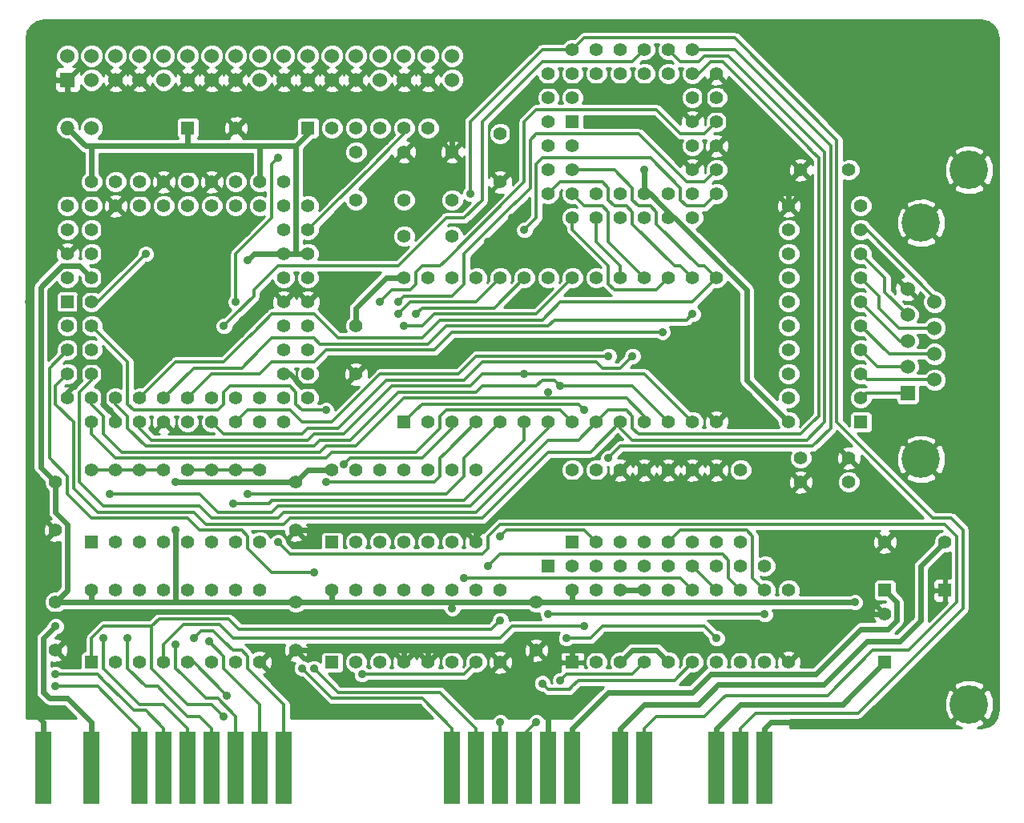
<source format=gbl>
G04 (created by PCBNEW-RS274X (2012-01-19 BZR 3256)-stable) date 11/27/2012 11:43:36 PM*
G01*
G70*
G90*
%MOIN*%
G04 Gerber Fmt 3.4, Leading zero omitted, Abs format*
%FSLAX34Y34*%
G04 APERTURE LIST*
%ADD10C,0.006000*%
%ADD11C,0.160000*%
%ADD12R,0.055000X0.055000*%
%ADD13C,0.055000*%
%ADD14R,0.060000X0.060000*%
%ADD15C,0.060000*%
%ADD16C,0.159400*%
%ADD17R,0.070000X0.300000*%
%ADD18O,0.060000X0.060000*%
%ADD19C,0.035000*%
%ADD20C,0.014500*%
%ADD21C,0.024900*%
%ADD22C,0.010000*%
G04 APERTURE END LIST*
G54D10*
G54D11*
X79500Y-26500D03*
X79500Y-48750D03*
G54D12*
X76000Y-47000D03*
G54D13*
X76000Y-45000D03*
G54D12*
X47000Y-24750D03*
G54D13*
X49000Y-24750D03*
G54D12*
X76000Y-44000D03*
G54D13*
X76000Y-42000D03*
G54D12*
X52000Y-24750D03*
G54D13*
X53000Y-24750D03*
X54000Y-24750D03*
X55000Y-24750D03*
X56000Y-24750D03*
X57000Y-24750D03*
G54D12*
X62000Y-43000D03*
G54D13*
X63000Y-43000D03*
X64000Y-43000D03*
X65000Y-43000D03*
X66000Y-43000D03*
X67000Y-43000D03*
X68000Y-43000D03*
X69000Y-43000D03*
X70000Y-43000D03*
X71000Y-43000D03*
G54D14*
X42000Y-22750D03*
G54D15*
X42000Y-21750D03*
X43000Y-22750D03*
X43000Y-21750D03*
X44000Y-22750D03*
X44000Y-21750D03*
X45000Y-22750D03*
X45000Y-21750D03*
X46000Y-22750D03*
X46000Y-21750D03*
X47000Y-22750D03*
X47000Y-21750D03*
X48000Y-22750D03*
X48000Y-21750D03*
X49000Y-22750D03*
X49000Y-21750D03*
X50000Y-22750D03*
X50000Y-21750D03*
X51000Y-22750D03*
X51000Y-21750D03*
X52000Y-22750D03*
X52000Y-21750D03*
X53000Y-22750D03*
X53000Y-21750D03*
X54000Y-22750D03*
X54000Y-21750D03*
X55000Y-21750D03*
X55000Y-22750D03*
X56000Y-21750D03*
X56000Y-22750D03*
X57000Y-22750D03*
X57000Y-21750D03*
X58000Y-22750D03*
X58000Y-21750D03*
G54D12*
X63000Y-47000D03*
G54D13*
X64000Y-47000D03*
X65000Y-47000D03*
X66000Y-47000D03*
X67000Y-47000D03*
X68000Y-47000D03*
X69000Y-47000D03*
X70000Y-47000D03*
X71000Y-47000D03*
X72000Y-47000D03*
X72000Y-44000D03*
X71000Y-44000D03*
X70000Y-44000D03*
X69000Y-44000D03*
X68000Y-44000D03*
X67000Y-44000D03*
X66000Y-44000D03*
X65000Y-44000D03*
X64000Y-44000D03*
X63000Y-44000D03*
G54D12*
X75000Y-37000D03*
G54D13*
X75000Y-36000D03*
X75000Y-35000D03*
X75000Y-34000D03*
X75000Y-33000D03*
X75000Y-32000D03*
X75000Y-31000D03*
X75000Y-30000D03*
X75000Y-29000D03*
X75000Y-28000D03*
X72000Y-28000D03*
X72000Y-29000D03*
X72000Y-30000D03*
X72000Y-31000D03*
X72000Y-32000D03*
X72000Y-33000D03*
X72000Y-34000D03*
X72000Y-35000D03*
X72000Y-36000D03*
X72000Y-37000D03*
G54D12*
X43000Y-47000D03*
G54D13*
X44000Y-47000D03*
X45000Y-47000D03*
X46000Y-47000D03*
X47000Y-47000D03*
X48000Y-47000D03*
X49000Y-47000D03*
X50000Y-47000D03*
X50000Y-44000D03*
X49000Y-44000D03*
X48000Y-44000D03*
X47000Y-44000D03*
X46000Y-44000D03*
X45000Y-44000D03*
X44000Y-44000D03*
X43000Y-44000D03*
G54D12*
X53000Y-47000D03*
G54D13*
X54000Y-47000D03*
X55000Y-47000D03*
X56000Y-47000D03*
X57000Y-47000D03*
X58000Y-47000D03*
X59000Y-47000D03*
X60000Y-47000D03*
X60000Y-44000D03*
X59000Y-44000D03*
X58000Y-44000D03*
X57000Y-44000D03*
X56000Y-44000D03*
X55000Y-44000D03*
X54000Y-44000D03*
X53000Y-44000D03*
G54D12*
X63000Y-42000D03*
G54D13*
X64000Y-42000D03*
X65000Y-42000D03*
X66000Y-42000D03*
X67000Y-42000D03*
X68000Y-42000D03*
X69000Y-42000D03*
X70000Y-42000D03*
X70000Y-39000D03*
X69000Y-39000D03*
X68000Y-39000D03*
X67000Y-39000D03*
X66000Y-39000D03*
X65000Y-39000D03*
X64000Y-39000D03*
X63000Y-39000D03*
G54D12*
X43000Y-42000D03*
G54D13*
X44000Y-42000D03*
X45000Y-42000D03*
X46000Y-42000D03*
X47000Y-42000D03*
X48000Y-42000D03*
X49000Y-42000D03*
X50000Y-42000D03*
X50000Y-39000D03*
X49000Y-39000D03*
X48000Y-39000D03*
X47000Y-39000D03*
X46000Y-39000D03*
X45000Y-39000D03*
X44000Y-39000D03*
X43000Y-39000D03*
G54D12*
X53000Y-42000D03*
G54D13*
X54000Y-42000D03*
X55000Y-42000D03*
X56000Y-42000D03*
X57000Y-42000D03*
X58000Y-42000D03*
X59000Y-42000D03*
X59000Y-39000D03*
X58000Y-39000D03*
X57000Y-39000D03*
X56000Y-39000D03*
X55000Y-39000D03*
X54000Y-39000D03*
X53000Y-39000D03*
G54D16*
X77500Y-38539D03*
X77500Y-28701D03*
G54D14*
X76940Y-35780D03*
G54D15*
X76940Y-34700D03*
X76940Y-33620D03*
X76940Y-32540D03*
X76940Y-31460D03*
X78060Y-32000D03*
X78060Y-33080D03*
X78060Y-34170D03*
X78060Y-35240D03*
G54D13*
X41500Y-39500D03*
X41500Y-41500D03*
X74500Y-39500D03*
X72500Y-39500D03*
X51500Y-39500D03*
X51500Y-41500D03*
X41500Y-44500D03*
X41500Y-46500D03*
X51500Y-44500D03*
X51500Y-46500D03*
X61500Y-44500D03*
X61500Y-46500D03*
X54000Y-33000D03*
X54000Y-35000D03*
X72500Y-38500D03*
X74500Y-38500D03*
X60000Y-25000D03*
X60000Y-27000D03*
G54D17*
X71000Y-51375D03*
X70000Y-51375D03*
X69000Y-51375D03*
X66000Y-51375D03*
X65000Y-51375D03*
X63000Y-51375D03*
X62000Y-51375D03*
X61000Y-51375D03*
X60000Y-51375D03*
X59000Y-51375D03*
X58000Y-51375D03*
X51000Y-51375D03*
X50000Y-51375D03*
X49000Y-51375D03*
X48000Y-51375D03*
X47000Y-51375D03*
X46000Y-51375D03*
X45000Y-51375D03*
X43000Y-51375D03*
X41000Y-51375D03*
G54D13*
X72500Y-26500D03*
X74500Y-26500D03*
X56000Y-27750D03*
X56000Y-25750D03*
X58000Y-27750D03*
X58000Y-25750D03*
G54D12*
X56000Y-37000D03*
G54D13*
X57000Y-37000D03*
X58000Y-37000D03*
X59000Y-37000D03*
X60000Y-37000D03*
X61000Y-37000D03*
X62000Y-37000D03*
X63000Y-37000D03*
X64000Y-37000D03*
X65000Y-37000D03*
X66000Y-37000D03*
X67000Y-37000D03*
X68000Y-37000D03*
X69000Y-37000D03*
X69000Y-31000D03*
X68000Y-31000D03*
X67000Y-31000D03*
X66000Y-31000D03*
X65000Y-31000D03*
X64000Y-31000D03*
X63000Y-31000D03*
X62000Y-31000D03*
X61000Y-31000D03*
X60000Y-31000D03*
X59000Y-31000D03*
X58000Y-31000D03*
X57000Y-31000D03*
X56000Y-31000D03*
G54D18*
X42000Y-24750D03*
G54D15*
X43000Y-24750D03*
G54D13*
X58000Y-29250D03*
X56000Y-29250D03*
X54000Y-25750D03*
X54000Y-27750D03*
G54D12*
X78500Y-44000D03*
G54D13*
X78500Y-42000D03*
G54D12*
X42000Y-32000D03*
G54D13*
X43000Y-32000D03*
X42000Y-33000D03*
X43000Y-33000D03*
X42000Y-34000D03*
X43000Y-34000D03*
X42000Y-35000D03*
X43000Y-35000D03*
X42000Y-36000D03*
X43000Y-37000D03*
X43000Y-36000D03*
X44000Y-37000D03*
X44000Y-36000D03*
X45000Y-37000D03*
X45000Y-36000D03*
X46000Y-37000D03*
X46000Y-36000D03*
X47000Y-37000D03*
X47000Y-36000D03*
X48000Y-37000D03*
X48000Y-36000D03*
X49000Y-37000D03*
X49000Y-36000D03*
X50000Y-37000D03*
X50000Y-36000D03*
X51000Y-37000D03*
X52000Y-36000D03*
X51000Y-36000D03*
X52000Y-35000D03*
X51000Y-35000D03*
X52000Y-34000D03*
X51000Y-34000D03*
X52000Y-33000D03*
X51000Y-33000D03*
X52000Y-32000D03*
X51000Y-32000D03*
X52000Y-31000D03*
X51000Y-31000D03*
X52000Y-30000D03*
X51000Y-30000D03*
X52000Y-29000D03*
X51000Y-29000D03*
X52000Y-28000D03*
X51000Y-27000D03*
X51000Y-28000D03*
X50000Y-27000D03*
X50000Y-28000D03*
X49000Y-27000D03*
X49000Y-28000D03*
X48000Y-27000D03*
X48000Y-28000D03*
X47000Y-27000D03*
X47000Y-28000D03*
X46000Y-27000D03*
X46000Y-28000D03*
X45000Y-27000D03*
X45000Y-28000D03*
X44000Y-27000D03*
X44000Y-28000D03*
X43000Y-27000D03*
X42000Y-28000D03*
X43000Y-28000D03*
X42000Y-29000D03*
X43000Y-29000D03*
X42000Y-30000D03*
X43000Y-30000D03*
X42000Y-31000D03*
X43000Y-31000D03*
G54D12*
X63000Y-24500D03*
G54D13*
X62000Y-25500D03*
X63000Y-25500D03*
X62000Y-26500D03*
X63000Y-26500D03*
X62000Y-27500D03*
X63000Y-28500D03*
X63000Y-27500D03*
X64000Y-28500D03*
X64000Y-27500D03*
X65000Y-28500D03*
X65000Y-27500D03*
X66000Y-28500D03*
X66000Y-27500D03*
X67000Y-28500D03*
X67000Y-27500D03*
X68000Y-28500D03*
X69000Y-27500D03*
X68000Y-27500D03*
X69000Y-26500D03*
X68000Y-26500D03*
X69000Y-25500D03*
X68000Y-25500D03*
X69000Y-24500D03*
X68000Y-24500D03*
X69000Y-23500D03*
X68000Y-23500D03*
X69000Y-22500D03*
X68000Y-21500D03*
X68000Y-22500D03*
X67000Y-21500D03*
X67000Y-22500D03*
X66000Y-21500D03*
X66000Y-22500D03*
X65000Y-21500D03*
X65000Y-22500D03*
X64000Y-21500D03*
X64000Y-22500D03*
X63000Y-21500D03*
X62000Y-22500D03*
X63000Y-22500D03*
X62000Y-23500D03*
X63000Y-23500D03*
X62000Y-24500D03*
G54D19*
X56000Y-33000D03*
X56500Y-32500D03*
X58500Y-43500D03*
X59500Y-43000D03*
X71000Y-45000D03*
X62000Y-45000D03*
X62750Y-46000D03*
X69000Y-46000D03*
X61750Y-47875D03*
X62500Y-47750D03*
X64500Y-38500D03*
X43750Y-40000D03*
X48875Y-40375D03*
X49500Y-40000D03*
X52750Y-39500D03*
X53500Y-38750D03*
X48500Y-49250D03*
X60000Y-45250D03*
X55750Y-32500D03*
X63500Y-45500D03*
X62000Y-35750D03*
X62500Y-35500D03*
X61000Y-35000D03*
X68000Y-32500D03*
X66750Y-33250D03*
X65500Y-34250D03*
X64500Y-34250D03*
X50750Y-42000D03*
X49000Y-32000D03*
X50750Y-26000D03*
X43500Y-46000D03*
X44500Y-46000D03*
X46500Y-46250D03*
X47875Y-46125D03*
X47250Y-46000D03*
X63500Y-36500D03*
X58750Y-27500D03*
X41500Y-48000D03*
X45250Y-30000D03*
X48500Y-33000D03*
X41500Y-47500D03*
X52750Y-36500D03*
X51750Y-47250D03*
X55000Y-32000D03*
X52248Y-43250D03*
X55750Y-32000D03*
X52250Y-47250D03*
X60000Y-49500D03*
X61500Y-49500D03*
X60000Y-41750D03*
X75500Y-49500D03*
X60500Y-40750D03*
X71500Y-20750D03*
X70500Y-20750D03*
X71000Y-20750D03*
X75000Y-49500D03*
X72750Y-36750D03*
X49000Y-29500D03*
X45000Y-34000D03*
X50125Y-32000D03*
X72750Y-36250D03*
X41375Y-32000D03*
X40375Y-32000D03*
X72750Y-35750D03*
X46000Y-29000D03*
X48625Y-33500D03*
X51500Y-45250D03*
X48000Y-34125D03*
X60500Y-21750D03*
X59500Y-22750D03*
X55000Y-27750D03*
X57000Y-27750D03*
X59500Y-21750D03*
X70500Y-39500D03*
X66000Y-46000D03*
X60000Y-22250D03*
X61250Y-23500D03*
X60500Y-33750D03*
X60000Y-33750D03*
X61000Y-33750D03*
X76000Y-40250D03*
X76000Y-40750D03*
X61000Y-40250D03*
X40500Y-49000D03*
X41000Y-20500D03*
X40500Y-21000D03*
X61000Y-40750D03*
X60500Y-28500D03*
X60500Y-30500D03*
X59500Y-29500D03*
X61000Y-30000D03*
X54250Y-47500D03*
X48625Y-48375D03*
X61000Y-29000D03*
X74750Y-44500D03*
X66000Y-26500D03*
X46500Y-39500D03*
X46500Y-41500D03*
X41500Y-45500D03*
X58000Y-44750D03*
X49500Y-30250D03*
G54D20*
X51000Y-41250D02*
X49000Y-41250D01*
X73500Y-37000D02*
X72752Y-37748D01*
X65500Y-37750D02*
X65000Y-37250D01*
X43250Y-40750D02*
X47250Y-40750D01*
X72752Y-37748D02*
X65498Y-37748D01*
X42250Y-39500D02*
X42250Y-39750D01*
X69500Y-21750D02*
X73500Y-25750D01*
X63750Y-38250D02*
X65000Y-37000D01*
X42250Y-39750D02*
X43250Y-40750D01*
X73500Y-25750D02*
X73500Y-37000D01*
X68500Y-21750D02*
X69500Y-21750D01*
X68250Y-22000D02*
X68500Y-21750D01*
X49000Y-41250D02*
X47750Y-41250D01*
X65000Y-37250D02*
X65000Y-37000D01*
X42250Y-39500D02*
X42250Y-37000D01*
X51250Y-41000D02*
X51000Y-41250D01*
X47750Y-41250D02*
X47250Y-40750D01*
X67000Y-21500D02*
X67500Y-22000D01*
X41500Y-35500D02*
X41500Y-36250D01*
X42000Y-35000D02*
X41500Y-35500D01*
X42250Y-37000D02*
X41500Y-36250D01*
X51250Y-41000D02*
X59250Y-41000D01*
X62500Y-38250D02*
X62000Y-38250D01*
X65498Y-37748D02*
X65500Y-37750D01*
X62500Y-38250D02*
X63750Y-38250D01*
X62000Y-38250D02*
X59250Y-41000D01*
X67500Y-22000D02*
X68250Y-22000D01*
X72500Y-37500D02*
X73000Y-37000D01*
X73250Y-36750D02*
X73250Y-25998D01*
X65250Y-36500D02*
X65500Y-36750D01*
X65500Y-37250D02*
X65750Y-37500D01*
X65750Y-37500D02*
X72500Y-37500D01*
X47500Y-40500D02*
X48000Y-41000D01*
X63250Y-37750D02*
X64000Y-37000D01*
X65500Y-36750D02*
X65500Y-37250D01*
X73000Y-25750D02*
X73002Y-25750D01*
X73002Y-25750D02*
X73250Y-25998D01*
X68000Y-22500D02*
X68250Y-22500D01*
X72750Y-25500D02*
X73000Y-25750D01*
X68250Y-22500D02*
X68750Y-22000D01*
X69250Y-22000D02*
X72750Y-25500D01*
X64000Y-37000D02*
X64500Y-36500D01*
X42500Y-35750D02*
X42500Y-39250D01*
X62500Y-37750D02*
X62000Y-37750D01*
X62000Y-37750D02*
X59000Y-40750D01*
X69250Y-22000D02*
X68750Y-22000D01*
X48000Y-41000D02*
X50750Y-41000D01*
X42500Y-39250D02*
X42500Y-39500D01*
X43500Y-40500D02*
X47500Y-40500D01*
X50750Y-41000D02*
X51000Y-40750D01*
X42500Y-39500D02*
X43500Y-40500D01*
X43000Y-35000D02*
X43000Y-35250D01*
X51000Y-40750D02*
X59000Y-40750D01*
X62500Y-37750D02*
X63250Y-37750D01*
X73250Y-36750D02*
X73000Y-37000D01*
X64500Y-36500D02*
X65250Y-36500D01*
X43000Y-35250D02*
X42500Y-35750D01*
X57250Y-32500D02*
X61500Y-32500D01*
X56750Y-33000D02*
X56000Y-33000D01*
X56750Y-33000D02*
X57250Y-32500D01*
X63000Y-31000D02*
X61500Y-32500D01*
X56748Y-32250D02*
X59750Y-32250D01*
X56500Y-32500D02*
X56500Y-32498D01*
X56500Y-32498D02*
X56748Y-32250D01*
X61000Y-31000D02*
X59750Y-32250D01*
X67500Y-43500D02*
X58500Y-43500D01*
X68000Y-44000D02*
X67500Y-43500D01*
X70000Y-44000D02*
X69500Y-43500D01*
X60000Y-42500D02*
X59500Y-43000D01*
X69500Y-43000D02*
X69500Y-42750D01*
X69250Y-42500D02*
X60000Y-42500D01*
X69500Y-42750D02*
X69250Y-42500D01*
X69500Y-43500D02*
X69500Y-43000D01*
X62000Y-45000D02*
X67750Y-45000D01*
X67750Y-45000D02*
X70750Y-45000D01*
X70750Y-45000D02*
X71000Y-45000D01*
X64250Y-45500D02*
X68500Y-45500D01*
X68500Y-45500D02*
X69000Y-46000D01*
X63750Y-46000D02*
X64250Y-45500D01*
X62750Y-46000D02*
X63750Y-46000D01*
X67250Y-47750D02*
X68000Y-47000D01*
X62875Y-48125D02*
X63000Y-48000D01*
X62000Y-48125D02*
X62875Y-48125D01*
X61750Y-47875D02*
X62000Y-48125D01*
X63000Y-48000D02*
X63250Y-47750D01*
X67250Y-47750D02*
X63250Y-47750D01*
X62500Y-47750D02*
X62750Y-47500D01*
X65500Y-47500D02*
X62750Y-47500D01*
X65500Y-47500D02*
X66000Y-47000D01*
X52752Y-38498D02*
X53000Y-38250D01*
X43998Y-38498D02*
X52750Y-38498D01*
X57500Y-37250D02*
X57500Y-36750D01*
X57500Y-36750D02*
X57750Y-36500D01*
X73000Y-38000D02*
X65000Y-38000D01*
X57750Y-36500D02*
X62500Y-36500D01*
X73750Y-37250D02*
X73750Y-25500D01*
X73000Y-38000D02*
X73750Y-37250D01*
X56500Y-38250D02*
X53000Y-38250D01*
X43000Y-37500D02*
X43998Y-38498D01*
X43000Y-37000D02*
X43000Y-37500D01*
X57000Y-37750D02*
X56500Y-38250D01*
X68000Y-21500D02*
X69750Y-21500D01*
X62500Y-36500D02*
X63000Y-37000D01*
X65000Y-38000D02*
X64500Y-38500D01*
X52750Y-38498D02*
X52752Y-38498D01*
X57000Y-37750D02*
X57500Y-37250D01*
X69750Y-21500D02*
X73750Y-25500D01*
X50752Y-40500D02*
X50502Y-40750D01*
X50752Y-40500D02*
X51252Y-40500D01*
X43750Y-40000D02*
X44000Y-40000D01*
X47500Y-40000D02*
X44000Y-40000D01*
X58750Y-40500D02*
X51252Y-40500D01*
X62000Y-37250D02*
X62000Y-37000D01*
X50502Y-40750D02*
X49500Y-40750D01*
X48250Y-40750D02*
X47500Y-40000D01*
X51252Y-40500D02*
X51250Y-40498D01*
X49500Y-40750D02*
X48250Y-40750D01*
X58750Y-40500D02*
X62000Y-37250D01*
X58500Y-40250D02*
X51000Y-40250D01*
X50500Y-40250D02*
X50375Y-40375D01*
X51000Y-40250D02*
X50500Y-40250D01*
X50375Y-40375D02*
X48875Y-40375D01*
X61000Y-37000D02*
X61000Y-37750D01*
X58500Y-40250D02*
X60750Y-38000D01*
X60750Y-38000D02*
X61000Y-37750D01*
X49500Y-40000D02*
X57250Y-40000D01*
X57750Y-40000D02*
X58500Y-39250D01*
X58500Y-39250D02*
X58500Y-38500D01*
X57250Y-40000D02*
X57750Y-40000D01*
X58500Y-38500D02*
X60000Y-37000D01*
X57750Y-38250D02*
X57500Y-38500D01*
X56250Y-39500D02*
X57250Y-39500D01*
X57500Y-39250D02*
X57500Y-38500D01*
X57250Y-39500D02*
X57500Y-39250D01*
X53250Y-39500D02*
X56250Y-39500D01*
X52750Y-39500D02*
X53250Y-39500D01*
X59000Y-37000D02*
X57750Y-38250D01*
X58000Y-37000D02*
X58000Y-37250D01*
X57250Y-38000D02*
X57000Y-38250D01*
X57000Y-38250D02*
X56750Y-38500D01*
X53750Y-38500D02*
X53500Y-38750D01*
X56750Y-38500D02*
X53750Y-38500D01*
X58000Y-37250D02*
X57250Y-38000D01*
X43500Y-45500D02*
X45500Y-45500D01*
X43000Y-46000D02*
X43500Y-45500D01*
X48000Y-48750D02*
X47500Y-48750D01*
X45500Y-45750D02*
X45500Y-46250D01*
X45500Y-47250D02*
X45500Y-46250D01*
X45500Y-45750D02*
X45500Y-45500D01*
X48500Y-49250D02*
X48000Y-48750D01*
X43000Y-46125D02*
X43000Y-46000D01*
X46000Y-47750D02*
X45500Y-47250D01*
X47000Y-48750D02*
X46000Y-47750D01*
X47500Y-48750D02*
X47000Y-48750D01*
X59625Y-45625D02*
X60000Y-45250D01*
X45825Y-45175D02*
X45500Y-45500D01*
X48675Y-45175D02*
X46250Y-45175D01*
X46250Y-45175D02*
X45825Y-45175D01*
X49125Y-45625D02*
X48675Y-45175D01*
X49125Y-45625D02*
X59625Y-45625D01*
X43000Y-46125D02*
X43000Y-47000D01*
X55750Y-32500D02*
X56250Y-32000D01*
X56250Y-32000D02*
X59000Y-32000D01*
X59000Y-32000D02*
X60000Y-31000D01*
X46500Y-45750D02*
X46812Y-45438D01*
X60500Y-45500D02*
X60000Y-46000D01*
X60000Y-46000D02*
X48875Y-46000D01*
X48313Y-45438D02*
X46812Y-45438D01*
X46000Y-46250D02*
X46500Y-45750D01*
X48875Y-46000D02*
X48313Y-45438D01*
X60500Y-45500D02*
X63500Y-45500D01*
X46000Y-47000D02*
X46000Y-46250D01*
X78060Y-33080D02*
X76580Y-33080D01*
X75750Y-32250D02*
X75750Y-31750D01*
X76580Y-33080D02*
X75750Y-32250D01*
X75750Y-31750D02*
X75500Y-31500D01*
X75500Y-31500D02*
X75000Y-31000D01*
X65250Y-36000D02*
X66000Y-36750D01*
X66000Y-36750D02*
X66000Y-37000D01*
X43000Y-36250D02*
X43500Y-36750D01*
X66000Y-36750D02*
X66000Y-37000D01*
X56000Y-36000D02*
X62000Y-36000D01*
X52750Y-38000D02*
X52500Y-38250D01*
X52750Y-38000D02*
X53748Y-38000D01*
X53749Y-37999D02*
X54001Y-37999D01*
X54001Y-37999D02*
X56000Y-36000D01*
X63500Y-36000D02*
X65250Y-36000D01*
X44250Y-38250D02*
X52500Y-38250D01*
X62000Y-36000D02*
X63500Y-36000D01*
X53748Y-38000D02*
X53749Y-37999D01*
X43500Y-37500D02*
X44250Y-38250D01*
X43000Y-36000D02*
X43000Y-36250D01*
X43500Y-36750D02*
X43500Y-37500D01*
X62000Y-36000D02*
X62000Y-35750D01*
X61750Y-35250D02*
X62250Y-35250D01*
X65750Y-35750D02*
X67000Y-37000D01*
X59250Y-35500D02*
X61500Y-35500D01*
X65500Y-35500D02*
X65750Y-35750D01*
X55750Y-35750D02*
X58000Y-35750D01*
X52500Y-37750D02*
X53500Y-37750D01*
X45250Y-38000D02*
X52250Y-38000D01*
X53500Y-37750D02*
X53750Y-37750D01*
X53750Y-37750D02*
X55750Y-35750D01*
X58000Y-35750D02*
X59000Y-35750D01*
X59000Y-35750D02*
X59250Y-35500D01*
X62500Y-35500D02*
X65500Y-35500D01*
X52500Y-37750D02*
X52250Y-38000D01*
X62250Y-35250D02*
X62500Y-35500D01*
X44500Y-37250D02*
X44500Y-36750D01*
X44000Y-36250D02*
X44500Y-36750D01*
X61500Y-35500D02*
X61750Y-35250D01*
X45250Y-38000D02*
X44500Y-37250D01*
X44000Y-36000D02*
X44000Y-36250D01*
X66000Y-35000D02*
X66500Y-35500D01*
X55500Y-35500D02*
X57750Y-35500D01*
X52250Y-37500D02*
X53250Y-37500D01*
X52250Y-37500D02*
X52000Y-37750D01*
X45000Y-37250D02*
X45500Y-37750D01*
X53250Y-37500D02*
X53500Y-37500D01*
X53500Y-37500D02*
X55500Y-35500D01*
X57750Y-35500D02*
X58750Y-35500D01*
X58750Y-35500D02*
X59250Y-35000D01*
X61000Y-35000D02*
X66000Y-35000D01*
X59250Y-35000D02*
X61000Y-35000D01*
X45000Y-37000D02*
X45000Y-37250D01*
X45500Y-37750D02*
X52000Y-37750D01*
X66500Y-35500D02*
X68000Y-37000D01*
X53250Y-33500D02*
X52250Y-32500D01*
X53750Y-33500D02*
X53250Y-33500D01*
X66500Y-28750D02*
X68250Y-30500D01*
X65500Y-27250D02*
X64750Y-26500D01*
X68500Y-30500D02*
X68250Y-30500D01*
X66500Y-28250D02*
X66500Y-28750D01*
X46500Y-34500D02*
X48500Y-34500D01*
X65500Y-27500D02*
X65500Y-27250D01*
X49500Y-33500D02*
X49750Y-33250D01*
X65500Y-27750D02*
X65750Y-28000D01*
X68000Y-32000D02*
X62500Y-32000D01*
X57500Y-32750D02*
X56750Y-33500D01*
X65750Y-28000D02*
X66250Y-28000D01*
X53750Y-33500D02*
X56750Y-33500D01*
X64750Y-26500D02*
X63000Y-26500D01*
X69000Y-31000D02*
X68000Y-32000D01*
X62500Y-32000D02*
X61750Y-32750D01*
X61750Y-32750D02*
X57500Y-32750D01*
X48500Y-34500D02*
X49500Y-33500D01*
X69000Y-31000D02*
X68500Y-30500D01*
X49750Y-33250D02*
X50500Y-32500D01*
X66250Y-28000D02*
X66500Y-28250D01*
X50500Y-32500D02*
X52250Y-32500D01*
X45000Y-36000D02*
X46500Y-34500D01*
X65500Y-27500D02*
X65500Y-27750D01*
X62000Y-27500D02*
X62500Y-27000D01*
X64500Y-27750D02*
X64750Y-28000D01*
X49250Y-34750D02*
X50000Y-34000D01*
X53250Y-33748D02*
X52748Y-33748D01*
X65500Y-28750D02*
X67250Y-30500D01*
X64500Y-27250D02*
X64500Y-27750D01*
X64750Y-28000D02*
X65250Y-28000D01*
X46000Y-36000D02*
X47250Y-34750D01*
X66500Y-32750D02*
X67750Y-32750D01*
X65250Y-28000D02*
X65500Y-28250D01*
X53250Y-33748D02*
X54000Y-33748D01*
X62000Y-33000D02*
X57750Y-33000D01*
X52498Y-33748D02*
X52250Y-33500D01*
X62250Y-32750D02*
X62000Y-33000D01*
X47250Y-34750D02*
X49250Y-34750D01*
X66500Y-32750D02*
X62250Y-32750D01*
X64250Y-27000D02*
X64500Y-27250D01*
X57500Y-33250D02*
X57000Y-33750D01*
X54000Y-33750D02*
X57000Y-33750D01*
X54000Y-33750D02*
X54000Y-33750D01*
X57500Y-33250D02*
X57750Y-33000D01*
X50000Y-34000D02*
X50500Y-33500D01*
X65500Y-28250D02*
X65500Y-28750D01*
X67750Y-32750D02*
X68000Y-32500D01*
X68000Y-31000D02*
X67500Y-30500D01*
X54000Y-33748D02*
X54000Y-33750D01*
X62500Y-27000D02*
X64250Y-27000D01*
X52748Y-33748D02*
X52498Y-33748D01*
X50500Y-33500D02*
X52250Y-33500D01*
X67500Y-30500D02*
X67250Y-30500D01*
X64750Y-31500D02*
X64500Y-31250D01*
X54250Y-34000D02*
X53500Y-34000D01*
X47500Y-35500D02*
X48000Y-35000D01*
X48000Y-35000D02*
X50000Y-35000D01*
X50000Y-35000D02*
X50500Y-34500D01*
X57250Y-34000D02*
X58000Y-33250D01*
X66500Y-31500D02*
X67000Y-31000D01*
X66500Y-31500D02*
X64750Y-31500D01*
X53250Y-34000D02*
X52750Y-34000D01*
X47000Y-36000D02*
X47500Y-35500D01*
X54250Y-34000D02*
X57250Y-34000D01*
X63000Y-28500D02*
X63000Y-29000D01*
X62250Y-33250D02*
X58000Y-33250D01*
X64500Y-31250D02*
X64500Y-30500D01*
X52750Y-34000D02*
X52250Y-34500D01*
X62250Y-33250D02*
X66750Y-33250D01*
X64500Y-30500D02*
X63000Y-29000D01*
X53500Y-34000D02*
X53250Y-34000D01*
X50500Y-34500D02*
X52250Y-34500D01*
X64500Y-28750D02*
X64500Y-28250D01*
X65000Y-34750D02*
X65500Y-34250D01*
X64000Y-34500D02*
X64250Y-34750D01*
X64250Y-34750D02*
X65000Y-34750D01*
X63500Y-28000D02*
X63000Y-27500D01*
X52000Y-37250D02*
X51750Y-37500D01*
X48000Y-37000D02*
X48500Y-37500D01*
X52000Y-37250D02*
X53000Y-37250D01*
X48500Y-37500D02*
X51750Y-37500D01*
X59250Y-34500D02*
X64000Y-34500D01*
X53000Y-37250D02*
X53250Y-37250D01*
X53250Y-37250D02*
X55250Y-35250D01*
X57500Y-35250D02*
X58500Y-35250D01*
X58500Y-35250D02*
X59250Y-34500D01*
X64500Y-29500D02*
X64500Y-29000D01*
X64500Y-29000D02*
X64500Y-28750D01*
X64250Y-28000D02*
X63500Y-28000D01*
X66000Y-31000D02*
X64500Y-29500D01*
X55250Y-35250D02*
X57500Y-35250D01*
X64500Y-28250D02*
X64250Y-28000D01*
X64000Y-29500D02*
X65000Y-30500D01*
X52750Y-37000D02*
X51750Y-37000D01*
X51750Y-37000D02*
X51250Y-36500D01*
X65000Y-30500D02*
X65000Y-31000D01*
X59000Y-34250D02*
X64500Y-34250D01*
X55000Y-35000D02*
X57250Y-35000D01*
X52750Y-37000D02*
X53000Y-37000D01*
X53000Y-37000D02*
X55000Y-35000D01*
X57250Y-35000D02*
X58250Y-35000D01*
X58250Y-35000D02*
X59000Y-34250D01*
X64000Y-29000D02*
X64000Y-29500D01*
X49500Y-36500D02*
X51250Y-36500D01*
X49000Y-37000D02*
X49500Y-36500D01*
X64000Y-28500D02*
X64000Y-29000D01*
X75220Y-35780D02*
X75000Y-36000D01*
X75220Y-35780D02*
X75000Y-36000D01*
X76940Y-35780D02*
X75220Y-35780D01*
X77000Y-46500D02*
X79000Y-44500D01*
X60000Y-41250D02*
X78500Y-41250D01*
X60000Y-41250D02*
X59500Y-41750D01*
X66500Y-49250D02*
X68500Y-49250D01*
X66000Y-49750D02*
X66500Y-49250D01*
X78500Y-41250D02*
X79000Y-41750D01*
X73625Y-48375D02*
X75500Y-46500D01*
X69250Y-48500D02*
X69375Y-48375D01*
X66000Y-51375D02*
X66000Y-49750D01*
X69375Y-48375D02*
X73625Y-48375D01*
X59500Y-41750D02*
X59500Y-42250D01*
X68500Y-49250D02*
X69250Y-48500D01*
X79000Y-41750D02*
X79000Y-44500D01*
X59250Y-42500D02*
X59500Y-42250D01*
X75500Y-46500D02*
X77000Y-46500D01*
X50750Y-42000D02*
X51250Y-42500D01*
X51250Y-42500D02*
X59250Y-42500D01*
X75240Y-35240D02*
X75000Y-35000D01*
X78060Y-35240D02*
X75240Y-35240D01*
X75240Y-35240D02*
X75000Y-35000D01*
X76000Y-31000D02*
X76000Y-31600D01*
X76000Y-31600D02*
X76940Y-32540D01*
X75000Y-30000D02*
X76000Y-31000D01*
X49000Y-30000D02*
X50500Y-28500D01*
X49000Y-32000D02*
X49000Y-30750D01*
X49000Y-30750D02*
X49000Y-30000D01*
X50500Y-28500D02*
X50500Y-26250D01*
X50500Y-26250D02*
X50750Y-26000D01*
X47000Y-49750D02*
X46000Y-48750D01*
X44500Y-48250D02*
X43500Y-47250D01*
X45000Y-48750D02*
X44500Y-48250D01*
X46000Y-48750D02*
X45000Y-48750D01*
X47000Y-49750D02*
X47000Y-51375D01*
X43500Y-46000D02*
X43500Y-47250D01*
X48000Y-51375D02*
X48000Y-49750D01*
X45750Y-48000D02*
X46000Y-48250D01*
X45250Y-48000D02*
X44500Y-47250D01*
X45250Y-48000D02*
X45750Y-48000D01*
X48000Y-49750D02*
X47500Y-49250D01*
X44500Y-47250D02*
X44500Y-46000D01*
X47000Y-49250D02*
X47500Y-49250D01*
X46000Y-48250D02*
X47000Y-49250D01*
X47250Y-48000D02*
X46750Y-47500D01*
X49000Y-49250D02*
X48250Y-48500D01*
X46500Y-47250D02*
X46500Y-46250D01*
X49000Y-51375D02*
X49000Y-49250D01*
X46750Y-47500D02*
X46500Y-47250D01*
X47250Y-48000D02*
X47750Y-48500D01*
X47750Y-48500D02*
X48250Y-48500D01*
X50000Y-49250D02*
X50000Y-48750D01*
X50000Y-49250D02*
X50000Y-49750D01*
X50000Y-48750D02*
X48500Y-47250D01*
X50000Y-51375D02*
X50000Y-49750D01*
X48500Y-46750D02*
X47875Y-46125D01*
X48500Y-47250D02*
X48500Y-46750D01*
X51000Y-48750D02*
X49500Y-47250D01*
X49500Y-47250D02*
X49500Y-46750D01*
X49500Y-46750D02*
X49250Y-46500D01*
X51000Y-49750D02*
X51000Y-48750D01*
X48875Y-46500D02*
X48500Y-46125D01*
X47562Y-45688D02*
X47250Y-46000D01*
X51000Y-51375D02*
X51000Y-49750D01*
X49250Y-46500D02*
X48875Y-46500D01*
X47562Y-45688D02*
X48063Y-45688D01*
X48500Y-46125D02*
X48063Y-45688D01*
X56000Y-25000D02*
X56000Y-24750D01*
X53000Y-28000D02*
X54750Y-26250D01*
X52000Y-29000D02*
X53000Y-28000D01*
X55500Y-25500D02*
X56000Y-25000D01*
X54750Y-26250D02*
X55500Y-25500D01*
X56750Y-36250D02*
X63000Y-36250D01*
X56000Y-37000D02*
X56500Y-36500D01*
X56500Y-36500D02*
X56750Y-36250D01*
X63500Y-36500D02*
X63250Y-36250D01*
X63250Y-36250D02*
X63000Y-36250D01*
X70750Y-49125D02*
X70625Y-49125D01*
X58750Y-24500D02*
X58750Y-27500D01*
X74000Y-25250D02*
X74000Y-37000D01*
X74875Y-49125D02*
X79250Y-44750D01*
X61750Y-21500D02*
X58750Y-24500D01*
X70750Y-49125D02*
X74750Y-49125D01*
X74000Y-37000D02*
X78000Y-41000D01*
X78000Y-41000D02*
X78750Y-41000D01*
X63000Y-21500D02*
X62250Y-21500D01*
X63500Y-21000D02*
X69500Y-21000D01*
X70625Y-49125D02*
X70000Y-49750D01*
X70000Y-51375D02*
X70000Y-49750D01*
X69750Y-21000D02*
X74000Y-25250D01*
X63500Y-21000D02*
X63000Y-21500D01*
X79250Y-44750D02*
X79250Y-41500D01*
X74750Y-49125D02*
X74875Y-49125D01*
X69500Y-21000D02*
X69750Y-21000D01*
X78750Y-41000D02*
X79250Y-41500D01*
X62250Y-21500D02*
X61750Y-21500D01*
X78060Y-31810D02*
X75250Y-29000D01*
X78060Y-32000D02*
X78060Y-31810D01*
X75250Y-29000D02*
X75000Y-29000D01*
X76170Y-34170D02*
X75000Y-33000D01*
X78060Y-34170D02*
X76170Y-34170D01*
X76170Y-34170D02*
X75000Y-33000D01*
X76690Y-34700D02*
X75700Y-34700D01*
X75700Y-34700D02*
X75000Y-34000D01*
X76940Y-34700D02*
X75700Y-34700D01*
X75700Y-34700D02*
X75000Y-34000D01*
X45000Y-51375D02*
X45000Y-49750D01*
X43000Y-48000D02*
X41500Y-48000D01*
X43250Y-48000D02*
X43000Y-48000D01*
X44000Y-48750D02*
X43250Y-48000D01*
X44000Y-48750D02*
X45000Y-49750D01*
X43250Y-32000D02*
X45000Y-30250D01*
X45000Y-30250D02*
X45250Y-30000D01*
X43000Y-32000D02*
X43250Y-32000D01*
X76620Y-33620D02*
X75000Y-32000D01*
X76690Y-33620D02*
X76620Y-33620D01*
X76940Y-33620D02*
X76620Y-33620D01*
X76620Y-33620D02*
X75000Y-32000D01*
X43000Y-39000D02*
X44000Y-39000D01*
X61750Y-22000D02*
X59250Y-24500D01*
X57500Y-28750D02*
X57750Y-28500D01*
X57500Y-28750D02*
X57000Y-29250D01*
X49750Y-31500D02*
X49750Y-31750D01*
X57750Y-28500D02*
X58500Y-28500D01*
X49000Y-32500D02*
X48500Y-33000D01*
X50750Y-30500D02*
X49750Y-31500D01*
X44000Y-39000D02*
X45000Y-39000D01*
X45000Y-39000D02*
X46000Y-39000D01*
X66000Y-21500D02*
X65500Y-22000D01*
X57000Y-29250D02*
X55750Y-30500D01*
X65500Y-22000D02*
X61750Y-22000D01*
X59250Y-27750D02*
X58500Y-28500D01*
X59250Y-24500D02*
X59250Y-27750D01*
X55750Y-30500D02*
X50750Y-30500D01*
X49750Y-31750D02*
X49000Y-32500D01*
X46000Y-49750D02*
X45250Y-49000D01*
X44750Y-49000D02*
X44250Y-48500D01*
X45250Y-49000D02*
X44750Y-49000D01*
X44250Y-48500D02*
X43500Y-47750D01*
X46000Y-51375D02*
X46000Y-49750D01*
X43500Y-47750D02*
X43250Y-47500D01*
X41750Y-47500D02*
X41500Y-47500D01*
X43250Y-47500D02*
X41750Y-47500D01*
X48500Y-35750D02*
X48500Y-36250D01*
X48500Y-36250D02*
X48250Y-36500D01*
X48250Y-36500D02*
X44750Y-36500D01*
X51500Y-36250D02*
X51750Y-36500D01*
X44500Y-34500D02*
X43000Y-33000D01*
X51500Y-35750D02*
X51500Y-36250D01*
X48750Y-35500D02*
X48500Y-35750D01*
X44750Y-36500D02*
X44500Y-36250D01*
X51250Y-35500D02*
X48750Y-35500D01*
X44500Y-36250D02*
X44500Y-34500D01*
X51250Y-35500D02*
X51500Y-35750D01*
X60500Y-27502D02*
X60502Y-27502D01*
X52500Y-36500D02*
X52750Y-36500D01*
X58000Y-49750D02*
X56750Y-48500D01*
X56750Y-48500D02*
X53000Y-48500D01*
X58000Y-51375D02*
X58000Y-49750D01*
X53000Y-48500D02*
X51750Y-47250D01*
X51750Y-36500D02*
X52500Y-36500D01*
X66500Y-24000D02*
X67500Y-25000D01*
X56750Y-30500D02*
X57500Y-30500D01*
X55750Y-31500D02*
X55500Y-31500D01*
X67500Y-25000D02*
X68500Y-25000D01*
X68500Y-25000D02*
X69000Y-24500D01*
X56500Y-30750D02*
X56500Y-31250D01*
X57750Y-30250D02*
X57752Y-30250D01*
X61000Y-24500D02*
X61500Y-24000D01*
X57500Y-30500D02*
X57750Y-30250D01*
X60500Y-27500D02*
X61000Y-27000D01*
X56500Y-31250D02*
X56250Y-31500D01*
X61500Y-24000D02*
X66500Y-24000D01*
X57752Y-30250D02*
X60500Y-27502D01*
X61000Y-27000D02*
X61000Y-24500D01*
X60502Y-27502D02*
X60500Y-27502D01*
X56750Y-30500D02*
X56500Y-30750D01*
X60500Y-27502D02*
X60500Y-27500D01*
X55500Y-31500D02*
X55000Y-32000D01*
X56250Y-31500D02*
X55750Y-31500D01*
X56000Y-31750D02*
X55750Y-32000D01*
X60750Y-27750D02*
X60752Y-27750D01*
X43000Y-41000D02*
X42000Y-40000D01*
X50500Y-43250D02*
X52248Y-43250D01*
X42000Y-40000D02*
X42000Y-39750D01*
X67750Y-27000D02*
X65750Y-25000D01*
X60500Y-28000D02*
X60750Y-27750D01*
X60752Y-27750D02*
X61250Y-27252D01*
X59000Y-49750D02*
X57500Y-48250D01*
X58250Y-31500D02*
X58500Y-31250D01*
X68500Y-27000D02*
X67750Y-27000D01*
X58000Y-31750D02*
X58250Y-31500D01*
X47000Y-41000D02*
X43000Y-41000D01*
X50500Y-43250D02*
X49500Y-42250D01*
X53250Y-48250D02*
X52250Y-47250D01*
X58500Y-31250D02*
X58500Y-30750D01*
X59000Y-51375D02*
X59000Y-49750D01*
X41250Y-34750D02*
X41250Y-38498D01*
X58500Y-30750D02*
X58500Y-30000D01*
X58500Y-30000D02*
X60500Y-28000D01*
X42000Y-39250D02*
X42000Y-39750D01*
X69000Y-26500D02*
X68500Y-27000D01*
X42000Y-34000D02*
X41250Y-34750D01*
X41250Y-38500D02*
X42000Y-39250D01*
X49500Y-42250D02*
X49500Y-41750D01*
X47500Y-41500D02*
X49250Y-41500D01*
X41250Y-38498D02*
X41252Y-38500D01*
X56000Y-31750D02*
X58000Y-31750D01*
X61500Y-25000D02*
X61250Y-25250D01*
X61250Y-27252D02*
X61250Y-25250D01*
X57500Y-48250D02*
X53250Y-48250D01*
X65750Y-25000D02*
X61500Y-25000D01*
X41250Y-38498D02*
X41250Y-38500D01*
X47000Y-41000D02*
X47500Y-41500D01*
X49250Y-41500D02*
X49500Y-41750D01*
X60000Y-51375D02*
X60000Y-49500D01*
X61000Y-50000D02*
X61500Y-49500D01*
X61000Y-51375D02*
X61000Y-50000D01*
X60000Y-41750D02*
X60250Y-41500D01*
X60250Y-41500D02*
X63500Y-41500D01*
X63500Y-41500D02*
X64000Y-42000D01*
X48000Y-39000D02*
X49000Y-39000D01*
X49000Y-39000D02*
X50000Y-39000D01*
X47000Y-39000D02*
X48000Y-39000D01*
G54D21*
X60000Y-40750D02*
X60500Y-40750D01*
X71000Y-20750D02*
X71500Y-20750D01*
X79500Y-26500D02*
X75500Y-22500D01*
X75500Y-22500D02*
X74250Y-21250D01*
X74250Y-21250D02*
X71500Y-21250D01*
X71500Y-21250D02*
X71000Y-20750D01*
X52500Y-41500D02*
X58500Y-41500D01*
X56000Y-22750D02*
X56500Y-23250D01*
X72000Y-47000D02*
X71500Y-46500D01*
X51500Y-46500D02*
X50500Y-47500D01*
X68000Y-39000D02*
X68500Y-39500D01*
X43500Y-36250D02*
X43500Y-35000D01*
X60500Y-46500D02*
X60000Y-47000D01*
X60000Y-33750D02*
X60500Y-33750D01*
X67500Y-39500D02*
X68000Y-39000D01*
X72750Y-35750D02*
X72750Y-36250D01*
X52500Y-46500D02*
X51500Y-46500D01*
X73750Y-46250D02*
X75000Y-45000D01*
X68000Y-24500D02*
X68500Y-24000D01*
X54500Y-34500D02*
X57250Y-34500D01*
X61000Y-33750D02*
X65750Y-33750D01*
X60500Y-33750D02*
X61000Y-33750D01*
X49000Y-29500D02*
X47250Y-31250D01*
X40375Y-32000D02*
X40500Y-32000D01*
X45125Y-34125D02*
X48000Y-34125D01*
X45000Y-34000D02*
X45125Y-34125D01*
X42500Y-32500D02*
X41500Y-32500D01*
X56500Y-23250D02*
X57000Y-22750D01*
X49875Y-23875D02*
X50000Y-23750D01*
X61250Y-46750D02*
X61500Y-46500D01*
X62000Y-51375D02*
X62000Y-48750D01*
X47500Y-23250D02*
X48000Y-22750D01*
X44000Y-22750D02*
X44500Y-23250D01*
X72750Y-36250D02*
X72750Y-36750D01*
X59500Y-46500D02*
X56750Y-46500D01*
X73500Y-46500D02*
X73750Y-46250D01*
X53500Y-23250D02*
X54000Y-22750D01*
X67000Y-39000D02*
X67500Y-39500D01*
X51000Y-32000D02*
X51500Y-31500D01*
X47500Y-26500D02*
X48000Y-27000D01*
X46000Y-27000D02*
X45500Y-27500D01*
X46500Y-26500D02*
X47500Y-26500D01*
X72500Y-46500D02*
X73500Y-46500D01*
X42000Y-23500D02*
X43250Y-23500D01*
X51500Y-31500D02*
X52000Y-32000D01*
X44000Y-36750D02*
X43500Y-36250D01*
X43250Y-34500D02*
X42500Y-34500D01*
X52000Y-22750D02*
X52500Y-23250D01*
X40500Y-23500D02*
X41250Y-22750D01*
X42000Y-45250D02*
X42000Y-45000D01*
X40500Y-45250D02*
X40500Y-45000D01*
X42000Y-35750D02*
X42500Y-35250D01*
X72000Y-28000D02*
X72000Y-27000D01*
X67125Y-46000D02*
X67625Y-46500D01*
X65750Y-33750D02*
X69000Y-37000D01*
X54500Y-34500D02*
X54000Y-35000D01*
X52500Y-23250D02*
X53000Y-22750D01*
X42000Y-22750D02*
X42000Y-23500D01*
X42500Y-34500D02*
X42500Y-32750D01*
X42500Y-32750D02*
X42500Y-32500D01*
X42500Y-32500D02*
X42500Y-31750D01*
X65000Y-39000D02*
X65500Y-39500D01*
X65500Y-39500D02*
X66000Y-39000D01*
X58500Y-33750D02*
X60000Y-33750D01*
X41250Y-22750D02*
X42000Y-22750D01*
X53000Y-22750D02*
X53500Y-23250D01*
X66000Y-39000D02*
X66500Y-39500D01*
X78750Y-49500D02*
X79500Y-48750D01*
X40500Y-46000D02*
X40500Y-45250D01*
X72000Y-27000D02*
X72500Y-26500D01*
X48000Y-44875D02*
X51125Y-44875D01*
X51000Y-22750D02*
X51500Y-23250D01*
X48000Y-22750D02*
X48500Y-23250D01*
X46000Y-27000D02*
X46500Y-26500D01*
X68500Y-24000D02*
X68500Y-23000D01*
X56000Y-25750D02*
X56500Y-26250D01*
X72000Y-47000D02*
X72500Y-46500D01*
X71250Y-49500D02*
X75000Y-49500D01*
X75000Y-49500D02*
X75500Y-49500D01*
X75500Y-49500D02*
X78750Y-49500D01*
X57000Y-47000D02*
X57000Y-46500D01*
X51500Y-23250D02*
X52000Y-22750D01*
X72750Y-28750D02*
X72000Y-28000D01*
X48625Y-33500D02*
X48000Y-34125D01*
X68500Y-23000D02*
X69000Y-22500D01*
X66000Y-46000D02*
X67125Y-46000D01*
X50500Y-31625D02*
X50125Y-32000D01*
X42500Y-31750D02*
X42750Y-31500D01*
X40500Y-42000D02*
X40500Y-41500D01*
X40500Y-32000D02*
X40500Y-30000D01*
X40500Y-30000D02*
X40500Y-29500D01*
X56000Y-46500D02*
X52500Y-46500D01*
X47250Y-31250D02*
X48000Y-32000D01*
X59000Y-41500D02*
X58500Y-41500D01*
X41500Y-29500D02*
X40500Y-29500D01*
X51125Y-44875D02*
X51500Y-45250D01*
X45750Y-29750D02*
X45500Y-29500D01*
X45750Y-29750D02*
X47250Y-31250D01*
X45500Y-29500D02*
X44000Y-28000D01*
X48000Y-33000D02*
X48000Y-34125D01*
X42750Y-31500D02*
X43250Y-31500D01*
X48000Y-33000D02*
X48000Y-32000D01*
X49125Y-33000D02*
X48625Y-33500D01*
X59000Y-42000D02*
X59000Y-41500D01*
X76000Y-45000D02*
X75000Y-45000D01*
X52500Y-41500D02*
X51500Y-41500D01*
X62500Y-46500D02*
X62000Y-47000D01*
X61250Y-48000D02*
X61250Y-46750D01*
X41375Y-32375D02*
X41375Y-32000D01*
X41500Y-32500D02*
X41375Y-32375D01*
X51000Y-35000D02*
X51250Y-35000D01*
X53500Y-35500D02*
X54000Y-35000D01*
X53000Y-35500D02*
X53500Y-35500D01*
X50500Y-47500D02*
X50000Y-47000D01*
X51250Y-35000D02*
X51750Y-35500D01*
X58000Y-23750D02*
X57000Y-22750D01*
X72750Y-28750D02*
X72750Y-35750D01*
X55250Y-23500D02*
X54750Y-23500D01*
X51750Y-35500D02*
X53000Y-35500D01*
X46000Y-29000D02*
X45500Y-29500D01*
X43500Y-31250D02*
X43500Y-28500D01*
X43250Y-31500D02*
X43500Y-31250D01*
X45500Y-27500D02*
X44500Y-27500D01*
X61000Y-46000D02*
X60500Y-46500D01*
X40500Y-41500D02*
X40500Y-32000D01*
X57000Y-46500D02*
X56750Y-46500D01*
X48000Y-44875D02*
X42750Y-44875D01*
X43500Y-28500D02*
X44000Y-28000D01*
X57000Y-26250D02*
X57500Y-26250D01*
X56500Y-26250D02*
X57000Y-26250D01*
X40500Y-27500D02*
X40500Y-24250D01*
X44500Y-27500D02*
X44000Y-28000D01*
X40500Y-29500D02*
X40500Y-27500D01*
X60000Y-22250D02*
X59500Y-21750D01*
X56250Y-27000D02*
X55750Y-27000D01*
X55750Y-27000D02*
X55000Y-27750D01*
X57000Y-26250D02*
X57000Y-27750D01*
X57000Y-27750D02*
X56250Y-27000D01*
X57750Y-34500D02*
X58500Y-33750D01*
X57250Y-34500D02*
X57750Y-34500D01*
X61250Y-39500D02*
X64500Y-39500D01*
X61000Y-39750D02*
X61250Y-39500D01*
X41000Y-42000D02*
X40500Y-42000D01*
X43500Y-35000D02*
X43500Y-34750D01*
X41500Y-41500D02*
X41000Y-42000D01*
X50500Y-31500D02*
X50500Y-31625D01*
X43250Y-23500D02*
X44000Y-22750D01*
X68500Y-24000D02*
X69250Y-24000D01*
X69250Y-24000D02*
X69500Y-24250D01*
X69500Y-24250D02*
X69500Y-25000D01*
X69500Y-25000D02*
X69000Y-25500D01*
X48500Y-23250D02*
X49000Y-22750D01*
X64500Y-39500D02*
X65000Y-39000D01*
X46250Y-23500D02*
X47000Y-22750D01*
X41500Y-46500D02*
X42000Y-46000D01*
X44000Y-37000D02*
X44000Y-36750D01*
X59500Y-22750D02*
X58500Y-23750D01*
X58000Y-23750D02*
X58500Y-23750D01*
X59000Y-41750D02*
X59250Y-41500D01*
X59000Y-42000D02*
X59000Y-41750D01*
X42000Y-22750D02*
X42500Y-22250D01*
X40500Y-23500D02*
X40500Y-21000D01*
X40500Y-21000D02*
X40750Y-20750D01*
X41000Y-20500D02*
X40750Y-20750D01*
X60500Y-40250D02*
X61000Y-39750D01*
X59250Y-41500D02*
X60000Y-40750D01*
X60000Y-40750D02*
X60500Y-40250D01*
X59000Y-41500D02*
X59250Y-41500D01*
X61000Y-40250D02*
X61000Y-39750D01*
X61000Y-40750D02*
X61000Y-40250D01*
X60000Y-22250D02*
X59500Y-22750D01*
X60500Y-30500D02*
X60500Y-28500D01*
X56750Y-46500D02*
X56000Y-46500D01*
X50000Y-23500D02*
X50250Y-23500D01*
X65000Y-46000D02*
X66000Y-46000D01*
X62000Y-48750D02*
X61250Y-48000D01*
X40500Y-49000D02*
X41000Y-49500D01*
X58000Y-25750D02*
X58000Y-24000D01*
X73000Y-40000D02*
X74500Y-38500D01*
X54750Y-23500D02*
X54000Y-22750D01*
X72500Y-39500D02*
X73000Y-40000D01*
X58000Y-24000D02*
X58000Y-23750D01*
X56000Y-22750D02*
X55250Y-23500D01*
X51000Y-32000D02*
X50500Y-31500D01*
X60000Y-47000D02*
X59500Y-46500D01*
X40500Y-27500D02*
X43500Y-27500D01*
X68500Y-39500D02*
X69000Y-39000D01*
X40500Y-45000D02*
X40500Y-42000D01*
X64500Y-46500D02*
X65000Y-46000D01*
X40500Y-45000D02*
X42000Y-45000D01*
X63000Y-46500D02*
X64500Y-46500D01*
X62500Y-46500D02*
X63000Y-46500D01*
X71000Y-49750D02*
X71250Y-49500D01*
X50250Y-23500D02*
X51000Y-22750D01*
X61500Y-46500D02*
X61000Y-46000D01*
X69000Y-39000D02*
X69500Y-39500D01*
X69500Y-39500D02*
X70500Y-39500D01*
X42500Y-35250D02*
X42500Y-34500D01*
X71000Y-51375D02*
X71000Y-49750D01*
X40500Y-24250D02*
X40500Y-23500D01*
X42000Y-36000D02*
X42000Y-35750D01*
X57500Y-26250D02*
X58000Y-25750D01*
X67625Y-46500D02*
X71500Y-46500D01*
X49750Y-23500D02*
X50000Y-23500D01*
X40500Y-46000D02*
X40500Y-49000D01*
X45750Y-23500D02*
X46250Y-23500D01*
X42000Y-30000D02*
X41500Y-29500D01*
X47000Y-22750D02*
X47500Y-23250D01*
X49000Y-22750D02*
X49500Y-23250D01*
X49500Y-23250D02*
X49750Y-23500D01*
X45000Y-22750D02*
X45750Y-23500D01*
X68000Y-26500D02*
X69000Y-25500D01*
X66500Y-39500D02*
X67000Y-39000D01*
X65000Y-44000D02*
X66000Y-44000D01*
X44500Y-23250D02*
X45000Y-22750D01*
X62000Y-47000D02*
X61500Y-46500D01*
X42000Y-46000D02*
X42000Y-45250D01*
X50125Y-32000D02*
X49125Y-33000D01*
X42750Y-44875D02*
X42125Y-44875D01*
X43500Y-27500D02*
X44000Y-28000D01*
X43500Y-34750D02*
X43250Y-34500D01*
X60500Y-24250D02*
X61250Y-23500D01*
X49000Y-24750D02*
X49875Y-23875D01*
X63000Y-47000D02*
X63000Y-46500D01*
X72000Y-39000D02*
X72500Y-39500D01*
X70500Y-39500D02*
X71250Y-39500D01*
X71250Y-39500D02*
X71500Y-39500D01*
X71500Y-39500D02*
X72000Y-39000D01*
X56000Y-47000D02*
X56000Y-46500D01*
X69500Y-26000D02*
X72000Y-26000D01*
X72000Y-26000D02*
X72500Y-26500D01*
X69000Y-25500D02*
X69500Y-26000D01*
X60000Y-27000D02*
X60500Y-26500D01*
X60500Y-26500D02*
X60500Y-24250D01*
X61250Y-23500D02*
X61750Y-23000D01*
X66500Y-23000D02*
X61750Y-23000D01*
X68000Y-24500D02*
X67500Y-24000D01*
X67500Y-24000D02*
X66500Y-23000D01*
X50000Y-23750D02*
X50000Y-23500D01*
X41000Y-51375D02*
X41000Y-49500D01*
X42125Y-44875D02*
X42000Y-45000D01*
G54D20*
X68000Y-43000D02*
X69000Y-44000D01*
X48625Y-48375D02*
X48500Y-48250D01*
X47250Y-47000D02*
X47000Y-47000D01*
X56750Y-47500D02*
X54250Y-47500D01*
X56750Y-47500D02*
X58500Y-47500D01*
X58500Y-47500D02*
X59000Y-47000D01*
X48500Y-48250D02*
X47250Y-47000D01*
X67500Y-27250D02*
X66250Y-26000D01*
X67750Y-28000D02*
X67500Y-27750D01*
X61750Y-26000D02*
X66250Y-26000D01*
X61500Y-26250D02*
X61500Y-27750D01*
X61500Y-26250D02*
X61750Y-26000D01*
X69000Y-27500D02*
X68500Y-28000D01*
X68500Y-28000D02*
X67750Y-28000D01*
X67500Y-27750D02*
X67500Y-27250D01*
X61500Y-28250D02*
X61500Y-27750D01*
X61000Y-29000D02*
X61500Y-28500D01*
X61500Y-28500D02*
X61500Y-28250D01*
X67500Y-41500D02*
X69250Y-41500D01*
X71000Y-44000D02*
X70500Y-43500D01*
X70500Y-42750D02*
X70500Y-41750D01*
X70500Y-41750D02*
X70250Y-41500D01*
X67500Y-41500D02*
X67000Y-42000D01*
X70500Y-43500D02*
X70500Y-42750D01*
X70250Y-41500D02*
X69250Y-41500D01*
G54D21*
X50250Y-30000D02*
X50000Y-30000D01*
X41500Y-40500D02*
X41500Y-39500D01*
X74500Y-48500D02*
X76000Y-47000D01*
X63000Y-44500D02*
X65000Y-44500D01*
X42000Y-44000D02*
X41500Y-44500D01*
X68750Y-30000D02*
X70250Y-31500D01*
X66500Y-46500D02*
X65500Y-46500D01*
X72000Y-37000D02*
X70500Y-35500D01*
X63000Y-44000D02*
X63000Y-44500D01*
X52000Y-24750D02*
X52000Y-25000D01*
X41500Y-44500D02*
X41750Y-44250D01*
X67000Y-47000D02*
X66500Y-46500D01*
X47000Y-24750D02*
X47000Y-25500D01*
X58000Y-44500D02*
X61500Y-44500D01*
X70250Y-48750D02*
X74250Y-48750D01*
X70250Y-31500D02*
X70250Y-35250D01*
X52000Y-39000D02*
X51500Y-39500D01*
X40875Y-31375D02*
X41750Y-30500D01*
X41250Y-39250D02*
X41000Y-39000D01*
X42750Y-25500D02*
X42000Y-24750D01*
X41500Y-39500D02*
X41250Y-39250D01*
X70250Y-48750D02*
X70000Y-48750D01*
X51000Y-30000D02*
X51500Y-30000D01*
X70000Y-48750D02*
X69000Y-49750D01*
X74250Y-48750D02*
X74500Y-48500D01*
X41000Y-48250D02*
X41250Y-48500D01*
X41000Y-46000D02*
X41000Y-48250D01*
X41500Y-40750D02*
X42000Y-41250D01*
X41750Y-44250D02*
X42000Y-44000D01*
X54000Y-33000D02*
X54000Y-32250D01*
X42000Y-41250D02*
X42000Y-44000D01*
X67000Y-28250D02*
X66500Y-27750D01*
X50250Y-30000D02*
X51000Y-30000D01*
X49500Y-30250D02*
X49750Y-30000D01*
X69000Y-51375D02*
X69000Y-49750D01*
X41000Y-46000D02*
X41500Y-45500D01*
X43000Y-51375D02*
X43000Y-49500D01*
X68750Y-30000D02*
X67250Y-28500D01*
X53000Y-44000D02*
X53000Y-44500D01*
X43000Y-25500D02*
X42750Y-25500D01*
X43000Y-27000D02*
X43000Y-25500D01*
X49750Y-30000D02*
X51000Y-30000D01*
X58000Y-44750D02*
X58000Y-44500D01*
X43000Y-44000D02*
X43000Y-44500D01*
X51500Y-39500D02*
X46500Y-39500D01*
X46500Y-41500D02*
X46500Y-44500D01*
X44500Y-25500D02*
X47000Y-25500D01*
X51500Y-30000D02*
X52000Y-30000D01*
X41750Y-30500D02*
X42500Y-30500D01*
X40875Y-32250D02*
X40875Y-31375D01*
X53000Y-44500D02*
X58000Y-44500D01*
X51500Y-25500D02*
X52000Y-25000D01*
X51250Y-25500D02*
X51500Y-25500D01*
X50000Y-25500D02*
X51250Y-25500D01*
X47000Y-25500D02*
X50000Y-25500D01*
X43000Y-44500D02*
X46500Y-44500D01*
X43000Y-49500D02*
X42000Y-48500D01*
X50000Y-26250D02*
X50000Y-25500D01*
X61500Y-44500D02*
X63000Y-44500D01*
X67000Y-28500D02*
X67000Y-28250D01*
X40875Y-38875D02*
X40875Y-32250D01*
X50000Y-26250D02*
X50000Y-27000D01*
X42500Y-30500D02*
X43000Y-31000D01*
X51500Y-30000D02*
X51500Y-25500D01*
X41500Y-40500D02*
X41500Y-40750D01*
X66250Y-27500D02*
X66000Y-27500D01*
X66500Y-27750D02*
X66250Y-27500D01*
X44500Y-25500D02*
X43000Y-25500D01*
X65500Y-46500D02*
X65000Y-47000D01*
X72250Y-44500D02*
X74750Y-44500D01*
X41500Y-44500D02*
X43000Y-44500D01*
X51500Y-44500D02*
X53000Y-44500D01*
X70500Y-35500D02*
X70250Y-35250D01*
X46500Y-44500D02*
X51500Y-44500D01*
X67250Y-28500D02*
X67000Y-28500D01*
X53000Y-39000D02*
X52000Y-39000D01*
X54000Y-32250D02*
X55250Y-31000D01*
X41250Y-48500D02*
X42000Y-48500D01*
X55250Y-31000D02*
X56000Y-31000D01*
X41000Y-39000D02*
X40875Y-38875D01*
X66000Y-26500D02*
X66000Y-27500D01*
X65000Y-44500D02*
X72250Y-44500D01*
X75000Y-45625D02*
X73125Y-47500D01*
X64500Y-48250D02*
X68000Y-48250D01*
X63000Y-49750D02*
X64500Y-48250D01*
X76125Y-45625D02*
X76500Y-45250D01*
X68750Y-47500D02*
X68000Y-48250D01*
X76500Y-45250D02*
X76500Y-44500D01*
X63000Y-51375D02*
X63000Y-49750D01*
X73125Y-47500D02*
X68750Y-47500D01*
X76500Y-44500D02*
X76000Y-44000D01*
X75000Y-45625D02*
X76125Y-45625D01*
X78500Y-42000D02*
X77500Y-43000D01*
X77500Y-44250D02*
X77500Y-44750D01*
X76625Y-46125D02*
X77500Y-45250D01*
X77500Y-44250D02*
X77500Y-43000D01*
X77500Y-45250D02*
X77500Y-44750D01*
X75250Y-46125D02*
X73438Y-47937D01*
X73438Y-47937D02*
X69063Y-47937D01*
X75750Y-46125D02*
X75250Y-46125D01*
X75750Y-46125D02*
X76625Y-46125D01*
X69063Y-47937D02*
X69000Y-48000D01*
X65025Y-51350D02*
X65000Y-51375D01*
X65000Y-51375D02*
X65000Y-49750D01*
X65000Y-49750D02*
X66000Y-48750D01*
X66000Y-48750D02*
X68250Y-48750D01*
X68250Y-48750D02*
X69000Y-48000D01*
G54D10*
G36*
X42071Y-36000D02*
X42000Y-36071D01*
X41929Y-36000D01*
X42000Y-35929D01*
X42071Y-36000D01*
X42071Y-36000D01*
G37*
G54D22*
X42071Y-36000D02*
X42000Y-36071D01*
X41929Y-36000D01*
X42000Y-35929D01*
X42071Y-36000D01*
G54D10*
G36*
X44071Y-37000D02*
X44000Y-37071D01*
X43929Y-37000D01*
X44000Y-36929D01*
X44071Y-37000D01*
X44071Y-37000D01*
G37*
G54D22*
X44071Y-37000D02*
X44000Y-37071D01*
X43929Y-37000D01*
X44000Y-36929D01*
X44071Y-37000D01*
G54D10*
G36*
X48071Y-36000D02*
X48000Y-36071D01*
X47929Y-36000D01*
X48000Y-35929D01*
X48071Y-36000D01*
X48071Y-36000D01*
G37*
G54D22*
X48071Y-36000D02*
X48000Y-36071D01*
X47929Y-36000D01*
X48000Y-35929D01*
X48071Y-36000D01*
G54D10*
G36*
X48095Y-37479D02*
X46200Y-37479D01*
X46267Y-37452D01*
X46290Y-37361D01*
X46000Y-37071D01*
X45710Y-37361D01*
X45733Y-37452D01*
X45810Y-37479D01*
X45613Y-37479D01*
X45402Y-37268D01*
X45474Y-37095D01*
X45474Y-36906D01*
X45418Y-36771D01*
X45534Y-36771D01*
X45481Y-36926D01*
X45492Y-37130D01*
X45548Y-37267D01*
X45639Y-37290D01*
X45894Y-37035D01*
X45929Y-37000D01*
X46000Y-36929D01*
X46071Y-37000D01*
X46106Y-37035D01*
X46361Y-37290D01*
X46452Y-37267D01*
X46519Y-37074D01*
X46508Y-36870D01*
X46467Y-36771D01*
X46581Y-36771D01*
X46526Y-36905D01*
X46526Y-37094D01*
X46598Y-37268D01*
X46731Y-37402D01*
X46905Y-37474D01*
X47094Y-37474D01*
X47268Y-37402D01*
X47402Y-37269D01*
X47474Y-37095D01*
X47474Y-36906D01*
X47418Y-36771D01*
X47581Y-36771D01*
X47526Y-36905D01*
X47526Y-37094D01*
X47598Y-37268D01*
X47731Y-37402D01*
X47905Y-37474D01*
X48090Y-37474D01*
X48095Y-37479D01*
X48095Y-37479D01*
G37*
G54D22*
X48095Y-37479D02*
X46200Y-37479D01*
X46267Y-37452D01*
X46290Y-37361D01*
X46000Y-37071D01*
X45710Y-37361D01*
X45733Y-37452D01*
X45810Y-37479D01*
X45613Y-37479D01*
X45402Y-37268D01*
X45474Y-37095D01*
X45474Y-36906D01*
X45418Y-36771D01*
X45534Y-36771D01*
X45481Y-36926D01*
X45492Y-37130D01*
X45548Y-37267D01*
X45639Y-37290D01*
X45894Y-37035D01*
X45929Y-37000D01*
X46000Y-36929D01*
X46071Y-37000D01*
X46106Y-37035D01*
X46361Y-37290D01*
X46452Y-37267D01*
X46519Y-37074D01*
X46508Y-36870D01*
X46467Y-36771D01*
X46581Y-36771D01*
X46526Y-36905D01*
X46526Y-37094D01*
X46598Y-37268D01*
X46731Y-37402D01*
X46905Y-37474D01*
X47094Y-37474D01*
X47268Y-37402D01*
X47402Y-37269D01*
X47474Y-37095D01*
X47474Y-36906D01*
X47418Y-36771D01*
X47581Y-36771D01*
X47526Y-36905D01*
X47526Y-37094D01*
X47598Y-37268D01*
X47731Y-37402D01*
X47905Y-37474D01*
X48090Y-37474D01*
X48095Y-37479D01*
G54D10*
G36*
X51071Y-28000D02*
X51000Y-28071D01*
X50929Y-28000D01*
X51000Y-27929D01*
X51071Y-28000D01*
X51071Y-28000D01*
G37*
G54D22*
X51071Y-28000D02*
X51000Y-28071D01*
X50929Y-28000D01*
X51000Y-27929D01*
X51071Y-28000D01*
G54D10*
G36*
X51071Y-35000D02*
X51000Y-35071D01*
X50929Y-35000D01*
X51000Y-34929D01*
X51071Y-35000D01*
X51071Y-35000D01*
G37*
G54D22*
X51071Y-35000D02*
X51000Y-35071D01*
X50929Y-35000D01*
X51000Y-34929D01*
X51071Y-35000D01*
G54D10*
G36*
X64614Y-31729D02*
X62654Y-31729D01*
X62909Y-31474D01*
X63094Y-31474D01*
X63268Y-31402D01*
X63402Y-31269D01*
X63474Y-31095D01*
X63474Y-30906D01*
X63402Y-30732D01*
X63269Y-30598D01*
X63095Y-30526D01*
X62906Y-30526D01*
X62732Y-30598D01*
X62598Y-30731D01*
X62526Y-30905D01*
X62526Y-31090D01*
X62440Y-31176D01*
X62474Y-31095D01*
X62474Y-30906D01*
X62402Y-30732D01*
X62269Y-30598D01*
X62095Y-30526D01*
X61906Y-30526D01*
X61732Y-30598D01*
X61598Y-30731D01*
X61526Y-30905D01*
X61526Y-31094D01*
X61598Y-31268D01*
X61731Y-31402D01*
X61905Y-31474D01*
X62094Y-31474D01*
X62176Y-31439D01*
X61387Y-32229D01*
X60154Y-32229D01*
X60909Y-31474D01*
X61094Y-31474D01*
X61268Y-31402D01*
X61402Y-31269D01*
X61474Y-31095D01*
X61474Y-30906D01*
X61402Y-30732D01*
X61269Y-30598D01*
X61095Y-30526D01*
X60906Y-30526D01*
X60732Y-30598D01*
X60598Y-30731D01*
X60526Y-30905D01*
X60526Y-31090D01*
X60440Y-31176D01*
X60474Y-31095D01*
X60474Y-30906D01*
X60402Y-30732D01*
X60269Y-30598D01*
X60095Y-30526D01*
X59906Y-30526D01*
X59732Y-30598D01*
X59598Y-30731D01*
X59526Y-30905D01*
X59526Y-31090D01*
X59440Y-31176D01*
X59474Y-31095D01*
X59474Y-30906D01*
X59402Y-30732D01*
X59269Y-30598D01*
X59095Y-30526D01*
X58906Y-30526D01*
X58771Y-30581D01*
X58771Y-30112D01*
X60689Y-28193D01*
X60691Y-28192D01*
X60692Y-28192D01*
X60935Y-27947D01*
X60944Y-27942D01*
X61229Y-27656D01*
X61229Y-27750D01*
X61229Y-28250D01*
X61229Y-28387D01*
X60990Y-28626D01*
X60926Y-28626D01*
X60789Y-28683D01*
X60683Y-28788D01*
X60626Y-28925D01*
X60626Y-29074D01*
X60683Y-29211D01*
X60788Y-29317D01*
X60925Y-29374D01*
X61074Y-29374D01*
X61211Y-29317D01*
X61317Y-29212D01*
X61374Y-29075D01*
X61374Y-29010D01*
X61692Y-28692D01*
X61750Y-28604D01*
X61750Y-28603D01*
X61771Y-28500D01*
X61771Y-28250D01*
X61771Y-27918D01*
X61905Y-27974D01*
X62094Y-27974D01*
X62268Y-27902D01*
X62402Y-27769D01*
X62474Y-27595D01*
X62474Y-27410D01*
X62559Y-27324D01*
X62526Y-27405D01*
X62526Y-27594D01*
X62598Y-27768D01*
X62731Y-27902D01*
X62905Y-27974D01*
X63090Y-27974D01*
X63175Y-28059D01*
X63095Y-28026D01*
X62906Y-28026D01*
X62732Y-28098D01*
X62598Y-28231D01*
X62526Y-28405D01*
X62526Y-28594D01*
X62598Y-28768D01*
X62729Y-28899D01*
X62729Y-28995D01*
X62728Y-29000D01*
X62746Y-29085D01*
X62750Y-29104D01*
X62808Y-29192D01*
X64176Y-30559D01*
X64095Y-30526D01*
X63906Y-30526D01*
X63732Y-30598D01*
X63598Y-30731D01*
X63526Y-30905D01*
X63526Y-31094D01*
X63598Y-31268D01*
X63731Y-31402D01*
X63905Y-31474D01*
X64094Y-31474D01*
X64268Y-31402D01*
X64276Y-31393D01*
X64308Y-31442D01*
X64556Y-31689D01*
X64558Y-31692D01*
X64614Y-31729D01*
X64614Y-31729D01*
G37*
G54D22*
X64614Y-31729D02*
X62654Y-31729D01*
X62909Y-31474D01*
X63094Y-31474D01*
X63268Y-31402D01*
X63402Y-31269D01*
X63474Y-31095D01*
X63474Y-30906D01*
X63402Y-30732D01*
X63269Y-30598D01*
X63095Y-30526D01*
X62906Y-30526D01*
X62732Y-30598D01*
X62598Y-30731D01*
X62526Y-30905D01*
X62526Y-31090D01*
X62440Y-31176D01*
X62474Y-31095D01*
X62474Y-30906D01*
X62402Y-30732D01*
X62269Y-30598D01*
X62095Y-30526D01*
X61906Y-30526D01*
X61732Y-30598D01*
X61598Y-30731D01*
X61526Y-30905D01*
X61526Y-31094D01*
X61598Y-31268D01*
X61731Y-31402D01*
X61905Y-31474D01*
X62094Y-31474D01*
X62176Y-31439D01*
X61387Y-32229D01*
X60154Y-32229D01*
X60909Y-31474D01*
X61094Y-31474D01*
X61268Y-31402D01*
X61402Y-31269D01*
X61474Y-31095D01*
X61474Y-30906D01*
X61402Y-30732D01*
X61269Y-30598D01*
X61095Y-30526D01*
X60906Y-30526D01*
X60732Y-30598D01*
X60598Y-30731D01*
X60526Y-30905D01*
X60526Y-31090D01*
X60440Y-31176D01*
X60474Y-31095D01*
X60474Y-30906D01*
X60402Y-30732D01*
X60269Y-30598D01*
X60095Y-30526D01*
X59906Y-30526D01*
X59732Y-30598D01*
X59598Y-30731D01*
X59526Y-30905D01*
X59526Y-31090D01*
X59440Y-31176D01*
X59474Y-31095D01*
X59474Y-30906D01*
X59402Y-30732D01*
X59269Y-30598D01*
X59095Y-30526D01*
X58906Y-30526D01*
X58771Y-30581D01*
X58771Y-30112D01*
X60689Y-28193D01*
X60691Y-28192D01*
X60692Y-28192D01*
X60935Y-27947D01*
X60944Y-27942D01*
X61229Y-27656D01*
X61229Y-27750D01*
X61229Y-28250D01*
X61229Y-28387D01*
X60990Y-28626D01*
X60926Y-28626D01*
X60789Y-28683D01*
X60683Y-28788D01*
X60626Y-28925D01*
X60626Y-29074D01*
X60683Y-29211D01*
X60788Y-29317D01*
X60925Y-29374D01*
X61074Y-29374D01*
X61211Y-29317D01*
X61317Y-29212D01*
X61374Y-29075D01*
X61374Y-29010D01*
X61692Y-28692D01*
X61750Y-28604D01*
X61750Y-28603D01*
X61771Y-28500D01*
X61771Y-28250D01*
X61771Y-27918D01*
X61905Y-27974D01*
X62094Y-27974D01*
X62268Y-27902D01*
X62402Y-27769D01*
X62474Y-27595D01*
X62474Y-27410D01*
X62559Y-27324D01*
X62526Y-27405D01*
X62526Y-27594D01*
X62598Y-27768D01*
X62731Y-27902D01*
X62905Y-27974D01*
X63090Y-27974D01*
X63175Y-28059D01*
X63095Y-28026D01*
X62906Y-28026D01*
X62732Y-28098D01*
X62598Y-28231D01*
X62526Y-28405D01*
X62526Y-28594D01*
X62598Y-28768D01*
X62729Y-28899D01*
X62729Y-28995D01*
X62728Y-29000D01*
X62746Y-29085D01*
X62750Y-29104D01*
X62808Y-29192D01*
X64176Y-30559D01*
X64095Y-30526D01*
X63906Y-30526D01*
X63732Y-30598D01*
X63598Y-30731D01*
X63526Y-30905D01*
X63526Y-31094D01*
X63598Y-31268D01*
X63731Y-31402D01*
X63905Y-31474D01*
X64094Y-31474D01*
X64268Y-31402D01*
X64276Y-31393D01*
X64308Y-31442D01*
X64556Y-31689D01*
X64558Y-31692D01*
X64614Y-31729D01*
G54D10*
G36*
X65071Y-44000D02*
X65000Y-44071D01*
X64929Y-44000D01*
X65000Y-43929D01*
X65071Y-44000D01*
X65071Y-44000D01*
G37*
G54D22*
X65071Y-44000D02*
X65000Y-44071D01*
X64929Y-44000D01*
X65000Y-43929D01*
X65071Y-44000D01*
G54D10*
G36*
X66071Y-44000D02*
X66000Y-44071D01*
X65929Y-44000D01*
X66000Y-43929D01*
X66071Y-44000D01*
X66071Y-44000D01*
G37*
G54D22*
X66071Y-44000D02*
X66000Y-44071D01*
X65929Y-44000D01*
X66000Y-43929D01*
X66071Y-44000D01*
G54D10*
G36*
X71581Y-37229D02*
X69465Y-37229D01*
X69519Y-37074D01*
X69508Y-36870D01*
X69452Y-36733D01*
X69361Y-36710D01*
X69290Y-36781D01*
X69290Y-36639D01*
X69267Y-36548D01*
X69074Y-36481D01*
X68870Y-36492D01*
X68733Y-36548D01*
X68710Y-36639D01*
X69000Y-36929D01*
X69290Y-36639D01*
X69290Y-36781D01*
X69106Y-36965D01*
X69071Y-37000D01*
X69000Y-37071D01*
X68929Y-37000D01*
X68894Y-36965D01*
X68639Y-36710D01*
X68548Y-36733D01*
X68481Y-36926D01*
X68492Y-37130D01*
X68532Y-37229D01*
X68418Y-37229D01*
X68474Y-37095D01*
X68474Y-36906D01*
X68402Y-36732D01*
X68269Y-36598D01*
X68095Y-36526D01*
X67909Y-36526D01*
X66692Y-35308D01*
X66192Y-34808D01*
X66104Y-34750D01*
X66085Y-34746D01*
X66000Y-34728D01*
X65995Y-34729D01*
X65405Y-34729D01*
X65510Y-34624D01*
X65574Y-34624D01*
X65711Y-34567D01*
X65817Y-34462D01*
X65874Y-34325D01*
X65874Y-34176D01*
X65817Y-34039D01*
X65712Y-33933D01*
X65575Y-33876D01*
X65426Y-33876D01*
X65289Y-33933D01*
X65183Y-34038D01*
X65126Y-34175D01*
X65126Y-34240D01*
X64887Y-34479D01*
X64799Y-34479D01*
X64817Y-34462D01*
X64874Y-34325D01*
X64874Y-34176D01*
X64817Y-34039D01*
X64712Y-33933D01*
X64575Y-33876D01*
X64426Y-33876D01*
X64289Y-33933D01*
X64242Y-33979D01*
X59000Y-33979D01*
X58896Y-34000D01*
X58808Y-34058D01*
X58806Y-34060D01*
X58137Y-34729D01*
X57250Y-34729D01*
X55000Y-34729D01*
X54896Y-34750D01*
X54808Y-34808D01*
X54806Y-34810D01*
X54506Y-35110D01*
X54519Y-35074D01*
X54508Y-34870D01*
X54452Y-34733D01*
X54361Y-34710D01*
X54290Y-34781D01*
X54290Y-34639D01*
X54267Y-34548D01*
X54074Y-34481D01*
X53870Y-34492D01*
X53733Y-34548D01*
X53710Y-34639D01*
X54000Y-34929D01*
X54290Y-34639D01*
X54290Y-34781D01*
X54106Y-34965D01*
X54071Y-35000D01*
X54000Y-35071D01*
X53965Y-35106D01*
X53929Y-35142D01*
X53929Y-35000D01*
X53639Y-34710D01*
X53548Y-34733D01*
X53481Y-34926D01*
X53492Y-35130D01*
X53548Y-35267D01*
X53639Y-35290D01*
X53929Y-35000D01*
X53929Y-35142D01*
X53710Y-35361D01*
X53733Y-35452D01*
X53926Y-35519D01*
X54107Y-35509D01*
X53124Y-36492D01*
X53124Y-36426D01*
X53067Y-36289D01*
X52962Y-36183D01*
X52825Y-36126D01*
X52676Y-36126D01*
X52539Y-36183D01*
X52492Y-36229D01*
X52418Y-36229D01*
X52474Y-36095D01*
X52474Y-35906D01*
X52402Y-35732D01*
X52269Y-35598D01*
X52095Y-35526D01*
X51906Y-35526D01*
X51732Y-35598D01*
X51723Y-35606D01*
X51692Y-35558D01*
X51689Y-35556D01*
X51444Y-35310D01*
X51448Y-35307D01*
X51416Y-35275D01*
X51452Y-35267D01*
X51519Y-35074D01*
X51508Y-34870D01*
X51467Y-34771D01*
X51581Y-34771D01*
X51526Y-34905D01*
X51526Y-35094D01*
X51598Y-35268D01*
X51731Y-35402D01*
X51905Y-35474D01*
X52094Y-35474D01*
X52268Y-35402D01*
X52402Y-35269D01*
X52474Y-35095D01*
X52474Y-34906D01*
X52402Y-34732D01*
X52393Y-34723D01*
X52442Y-34692D01*
X52863Y-34271D01*
X53250Y-34271D01*
X53500Y-34271D01*
X54250Y-34271D01*
X57245Y-34271D01*
X57250Y-34272D01*
X57250Y-34271D01*
X57335Y-34253D01*
X57353Y-34250D01*
X57354Y-34250D01*
X57442Y-34192D01*
X58112Y-33521D01*
X62250Y-33521D01*
X66492Y-33521D01*
X66538Y-33567D01*
X66675Y-33624D01*
X66824Y-33624D01*
X66961Y-33567D01*
X67067Y-33462D01*
X67124Y-33325D01*
X67124Y-33176D01*
X67067Y-33039D01*
X67049Y-33021D01*
X67745Y-33021D01*
X67750Y-33022D01*
X67750Y-33021D01*
X67835Y-33003D01*
X67853Y-33000D01*
X67854Y-33000D01*
X67942Y-32942D01*
X68009Y-32874D01*
X68074Y-32874D01*
X68211Y-32817D01*
X68317Y-32712D01*
X68374Y-32575D01*
X68374Y-32426D01*
X68317Y-32289D01*
X68212Y-32183D01*
X68204Y-32179D01*
X68909Y-31474D01*
X69094Y-31474D01*
X69268Y-31402D01*
X69402Y-31269D01*
X69448Y-31155D01*
X69927Y-31633D01*
X69927Y-35250D01*
X69952Y-35374D01*
X70022Y-35478D01*
X70271Y-35728D01*
X70272Y-35728D01*
X70273Y-35729D01*
X71526Y-36982D01*
X71526Y-37094D01*
X71581Y-37229D01*
X71581Y-37229D01*
G37*
G54D22*
X71581Y-37229D02*
X69465Y-37229D01*
X69519Y-37074D01*
X69508Y-36870D01*
X69452Y-36733D01*
X69361Y-36710D01*
X69290Y-36781D01*
X69290Y-36639D01*
X69267Y-36548D01*
X69074Y-36481D01*
X68870Y-36492D01*
X68733Y-36548D01*
X68710Y-36639D01*
X69000Y-36929D01*
X69290Y-36639D01*
X69290Y-36781D01*
X69106Y-36965D01*
X69071Y-37000D01*
X69000Y-37071D01*
X68929Y-37000D01*
X68894Y-36965D01*
X68639Y-36710D01*
X68548Y-36733D01*
X68481Y-36926D01*
X68492Y-37130D01*
X68532Y-37229D01*
X68418Y-37229D01*
X68474Y-37095D01*
X68474Y-36906D01*
X68402Y-36732D01*
X68269Y-36598D01*
X68095Y-36526D01*
X67909Y-36526D01*
X66692Y-35308D01*
X66192Y-34808D01*
X66104Y-34750D01*
X66085Y-34746D01*
X66000Y-34728D01*
X65995Y-34729D01*
X65405Y-34729D01*
X65510Y-34624D01*
X65574Y-34624D01*
X65711Y-34567D01*
X65817Y-34462D01*
X65874Y-34325D01*
X65874Y-34176D01*
X65817Y-34039D01*
X65712Y-33933D01*
X65575Y-33876D01*
X65426Y-33876D01*
X65289Y-33933D01*
X65183Y-34038D01*
X65126Y-34175D01*
X65126Y-34240D01*
X64887Y-34479D01*
X64799Y-34479D01*
X64817Y-34462D01*
X64874Y-34325D01*
X64874Y-34176D01*
X64817Y-34039D01*
X64712Y-33933D01*
X64575Y-33876D01*
X64426Y-33876D01*
X64289Y-33933D01*
X64242Y-33979D01*
X59000Y-33979D01*
X58896Y-34000D01*
X58808Y-34058D01*
X58806Y-34060D01*
X58137Y-34729D01*
X57250Y-34729D01*
X55000Y-34729D01*
X54896Y-34750D01*
X54808Y-34808D01*
X54806Y-34810D01*
X54506Y-35110D01*
X54519Y-35074D01*
X54508Y-34870D01*
X54452Y-34733D01*
X54361Y-34710D01*
X54290Y-34781D01*
X54290Y-34639D01*
X54267Y-34548D01*
X54074Y-34481D01*
X53870Y-34492D01*
X53733Y-34548D01*
X53710Y-34639D01*
X54000Y-34929D01*
X54290Y-34639D01*
X54290Y-34781D01*
X54106Y-34965D01*
X54071Y-35000D01*
X54000Y-35071D01*
X53965Y-35106D01*
X53929Y-35142D01*
X53929Y-35000D01*
X53639Y-34710D01*
X53548Y-34733D01*
X53481Y-34926D01*
X53492Y-35130D01*
X53548Y-35267D01*
X53639Y-35290D01*
X53929Y-35000D01*
X53929Y-35142D01*
X53710Y-35361D01*
X53733Y-35452D01*
X53926Y-35519D01*
X54107Y-35509D01*
X53124Y-36492D01*
X53124Y-36426D01*
X53067Y-36289D01*
X52962Y-36183D01*
X52825Y-36126D01*
X52676Y-36126D01*
X52539Y-36183D01*
X52492Y-36229D01*
X52418Y-36229D01*
X52474Y-36095D01*
X52474Y-35906D01*
X52402Y-35732D01*
X52269Y-35598D01*
X52095Y-35526D01*
X51906Y-35526D01*
X51732Y-35598D01*
X51723Y-35606D01*
X51692Y-35558D01*
X51689Y-35556D01*
X51444Y-35310D01*
X51448Y-35307D01*
X51416Y-35275D01*
X51452Y-35267D01*
X51519Y-35074D01*
X51508Y-34870D01*
X51467Y-34771D01*
X51581Y-34771D01*
X51526Y-34905D01*
X51526Y-35094D01*
X51598Y-35268D01*
X51731Y-35402D01*
X51905Y-35474D01*
X52094Y-35474D01*
X52268Y-35402D01*
X52402Y-35269D01*
X52474Y-35095D01*
X52474Y-34906D01*
X52402Y-34732D01*
X52393Y-34723D01*
X52442Y-34692D01*
X52863Y-34271D01*
X53250Y-34271D01*
X53500Y-34271D01*
X54250Y-34271D01*
X57245Y-34271D01*
X57250Y-34272D01*
X57250Y-34271D01*
X57335Y-34253D01*
X57353Y-34250D01*
X57354Y-34250D01*
X57442Y-34192D01*
X58112Y-33521D01*
X62250Y-33521D01*
X66492Y-33521D01*
X66538Y-33567D01*
X66675Y-33624D01*
X66824Y-33624D01*
X66961Y-33567D01*
X67067Y-33462D01*
X67124Y-33325D01*
X67124Y-33176D01*
X67067Y-33039D01*
X67049Y-33021D01*
X67745Y-33021D01*
X67750Y-33022D01*
X67750Y-33021D01*
X67835Y-33003D01*
X67853Y-33000D01*
X67854Y-33000D01*
X67942Y-32942D01*
X68009Y-32874D01*
X68074Y-32874D01*
X68211Y-32817D01*
X68317Y-32712D01*
X68374Y-32575D01*
X68374Y-32426D01*
X68317Y-32289D01*
X68212Y-32183D01*
X68204Y-32179D01*
X68909Y-31474D01*
X69094Y-31474D01*
X69268Y-31402D01*
X69402Y-31269D01*
X69448Y-31155D01*
X69927Y-31633D01*
X69927Y-35250D01*
X69952Y-35374D01*
X70022Y-35478D01*
X70271Y-35728D01*
X70272Y-35728D01*
X70273Y-35729D01*
X71526Y-36982D01*
X71526Y-37094D01*
X71581Y-37229D01*
G54D10*
G36*
X72979Y-36637D02*
X72808Y-36808D01*
X72790Y-36825D01*
X72790Y-26861D01*
X72500Y-26571D01*
X72429Y-26642D01*
X72429Y-26500D01*
X72139Y-26210D01*
X72048Y-26233D01*
X71981Y-26426D01*
X71992Y-26630D01*
X72048Y-26767D01*
X72139Y-26790D01*
X72429Y-26500D01*
X72429Y-26642D01*
X72210Y-26861D01*
X72233Y-26952D01*
X72426Y-27019D01*
X72630Y-27008D01*
X72767Y-26952D01*
X72790Y-26861D01*
X72790Y-36825D01*
X72519Y-37096D01*
X72519Y-28074D01*
X72508Y-27870D01*
X72452Y-27733D01*
X72361Y-27710D01*
X72290Y-27781D01*
X72290Y-27639D01*
X72267Y-27548D01*
X72074Y-27481D01*
X71870Y-27492D01*
X71733Y-27548D01*
X71710Y-27639D01*
X72000Y-27929D01*
X72290Y-27639D01*
X72290Y-27781D01*
X72071Y-28000D01*
X72361Y-28290D01*
X72452Y-28267D01*
X72519Y-28074D01*
X72519Y-37096D01*
X72440Y-37175D01*
X72474Y-37095D01*
X72474Y-36906D01*
X72402Y-36732D01*
X72269Y-36598D01*
X72095Y-36526D01*
X71982Y-36526D01*
X71930Y-36474D01*
X72094Y-36474D01*
X72268Y-36402D01*
X72402Y-36269D01*
X72474Y-36095D01*
X72474Y-35906D01*
X72474Y-35095D01*
X72474Y-34906D01*
X72474Y-34095D01*
X72474Y-33906D01*
X72474Y-33095D01*
X72474Y-32906D01*
X72474Y-32095D01*
X72474Y-31906D01*
X72474Y-31095D01*
X72474Y-30906D01*
X72474Y-30095D01*
X72474Y-29906D01*
X72474Y-29095D01*
X72474Y-28906D01*
X72402Y-28732D01*
X72290Y-28619D01*
X72290Y-28361D01*
X72000Y-28071D01*
X71929Y-28142D01*
X71929Y-28000D01*
X71639Y-27710D01*
X71548Y-27733D01*
X71481Y-27926D01*
X71492Y-28130D01*
X71548Y-28267D01*
X71639Y-28290D01*
X71929Y-28000D01*
X71929Y-28142D01*
X71710Y-28361D01*
X71733Y-28452D01*
X71926Y-28519D01*
X72130Y-28508D01*
X72267Y-28452D01*
X72290Y-28361D01*
X72290Y-28619D01*
X72269Y-28598D01*
X72095Y-28526D01*
X71906Y-28526D01*
X71732Y-28598D01*
X71598Y-28731D01*
X71526Y-28905D01*
X71526Y-29094D01*
X71598Y-29268D01*
X71731Y-29402D01*
X71905Y-29474D01*
X72094Y-29474D01*
X72268Y-29402D01*
X72402Y-29269D01*
X72474Y-29095D01*
X72474Y-29906D01*
X72402Y-29732D01*
X72269Y-29598D01*
X72095Y-29526D01*
X71906Y-29526D01*
X71732Y-29598D01*
X71598Y-29731D01*
X71526Y-29905D01*
X71526Y-30094D01*
X71598Y-30268D01*
X71731Y-30402D01*
X71905Y-30474D01*
X72094Y-30474D01*
X72268Y-30402D01*
X72402Y-30269D01*
X72474Y-30095D01*
X72474Y-30906D01*
X72402Y-30732D01*
X72269Y-30598D01*
X72095Y-30526D01*
X71906Y-30526D01*
X71732Y-30598D01*
X71598Y-30731D01*
X71526Y-30905D01*
X71526Y-31094D01*
X71598Y-31268D01*
X71731Y-31402D01*
X71905Y-31474D01*
X72094Y-31474D01*
X72268Y-31402D01*
X72402Y-31269D01*
X72474Y-31095D01*
X72474Y-31906D01*
X72402Y-31732D01*
X72269Y-31598D01*
X72095Y-31526D01*
X71906Y-31526D01*
X71732Y-31598D01*
X71598Y-31731D01*
X71526Y-31905D01*
X71526Y-32094D01*
X71598Y-32268D01*
X71731Y-32402D01*
X71905Y-32474D01*
X72094Y-32474D01*
X72268Y-32402D01*
X72402Y-32269D01*
X72474Y-32095D01*
X72474Y-32906D01*
X72402Y-32732D01*
X72269Y-32598D01*
X72095Y-32526D01*
X71906Y-32526D01*
X71732Y-32598D01*
X71598Y-32731D01*
X71526Y-32905D01*
X71526Y-33094D01*
X71598Y-33268D01*
X71731Y-33402D01*
X71905Y-33474D01*
X72094Y-33474D01*
X72268Y-33402D01*
X72402Y-33269D01*
X72474Y-33095D01*
X72474Y-33906D01*
X72402Y-33732D01*
X72269Y-33598D01*
X72095Y-33526D01*
X71906Y-33526D01*
X71732Y-33598D01*
X71598Y-33731D01*
X71526Y-33905D01*
X71526Y-34094D01*
X71598Y-34268D01*
X71731Y-34402D01*
X71905Y-34474D01*
X72094Y-34474D01*
X72268Y-34402D01*
X72402Y-34269D01*
X72474Y-34095D01*
X72474Y-34906D01*
X72402Y-34732D01*
X72269Y-34598D01*
X72095Y-34526D01*
X71906Y-34526D01*
X71732Y-34598D01*
X71598Y-34731D01*
X71526Y-34905D01*
X71526Y-35094D01*
X71598Y-35268D01*
X71731Y-35402D01*
X71905Y-35474D01*
X72094Y-35474D01*
X72268Y-35402D01*
X72402Y-35269D01*
X72474Y-35095D01*
X72474Y-35906D01*
X72402Y-35732D01*
X72269Y-35598D01*
X72095Y-35526D01*
X71906Y-35526D01*
X71732Y-35598D01*
X71598Y-35731D01*
X71526Y-35905D01*
X71526Y-36069D01*
X70729Y-35273D01*
X70728Y-35272D01*
X70728Y-35271D01*
X70573Y-35116D01*
X70573Y-31500D01*
X70548Y-31377D01*
X70548Y-31376D01*
X70513Y-31324D01*
X70478Y-31272D01*
X70478Y-31271D01*
X69519Y-30312D01*
X69519Y-25574D01*
X69508Y-25370D01*
X69452Y-25233D01*
X69361Y-25210D01*
X69071Y-25500D01*
X69361Y-25790D01*
X69452Y-25767D01*
X69519Y-25574D01*
X69519Y-30312D01*
X68979Y-29773D01*
X68978Y-29772D01*
X68978Y-29771D01*
X68155Y-28948D01*
X68268Y-28902D01*
X68402Y-28769D01*
X68474Y-28595D01*
X68474Y-28406D01*
X68418Y-28271D01*
X68495Y-28271D01*
X68500Y-28272D01*
X68500Y-28271D01*
X68585Y-28253D01*
X68603Y-28250D01*
X68604Y-28250D01*
X68692Y-28192D01*
X68910Y-27974D01*
X69094Y-27974D01*
X69268Y-27902D01*
X69402Y-27769D01*
X69474Y-27595D01*
X69474Y-27406D01*
X69402Y-27232D01*
X69269Y-27098D01*
X69095Y-27026D01*
X68906Y-27026D01*
X68824Y-27059D01*
X68910Y-26974D01*
X69094Y-26974D01*
X69268Y-26902D01*
X69402Y-26769D01*
X69474Y-26595D01*
X69474Y-26406D01*
X69402Y-26232D01*
X69290Y-26119D01*
X69290Y-25861D01*
X69000Y-25571D01*
X68710Y-25861D01*
X68733Y-25952D01*
X68926Y-26019D01*
X69130Y-26008D01*
X69267Y-25952D01*
X69290Y-25861D01*
X69290Y-26119D01*
X69269Y-26098D01*
X69095Y-26026D01*
X68906Y-26026D01*
X68732Y-26098D01*
X68598Y-26231D01*
X68526Y-26405D01*
X68526Y-26590D01*
X68506Y-26609D01*
X68519Y-26574D01*
X68508Y-26370D01*
X68452Y-26233D01*
X68361Y-26210D01*
X68290Y-26281D01*
X68290Y-26139D01*
X68267Y-26048D01*
X68074Y-25981D01*
X67870Y-25992D01*
X67733Y-26048D01*
X67710Y-26139D01*
X68000Y-26429D01*
X68290Y-26139D01*
X68290Y-26281D01*
X68106Y-26465D01*
X68071Y-26500D01*
X68000Y-26571D01*
X67929Y-26500D01*
X67894Y-26465D01*
X67639Y-26210D01*
X67548Y-26233D01*
X67501Y-26367D01*
X65942Y-24808D01*
X65854Y-24750D01*
X65835Y-24746D01*
X65750Y-24728D01*
X65745Y-24729D01*
X63473Y-24729D01*
X63473Y-24271D01*
X66387Y-24271D01*
X67306Y-25189D01*
X67308Y-25192D01*
X67396Y-25250D01*
X67397Y-25250D01*
X67500Y-25271D01*
X67581Y-25271D01*
X67526Y-25405D01*
X67526Y-25594D01*
X67598Y-25768D01*
X67731Y-25902D01*
X67905Y-25974D01*
X68094Y-25974D01*
X68268Y-25902D01*
X68402Y-25769D01*
X68474Y-25595D01*
X68474Y-25406D01*
X68418Y-25271D01*
X68495Y-25271D01*
X68500Y-25272D01*
X68500Y-25271D01*
X68537Y-25264D01*
X68481Y-25426D01*
X68492Y-25630D01*
X68548Y-25767D01*
X68639Y-25790D01*
X68894Y-25535D01*
X68929Y-25500D01*
X69000Y-25429D01*
X69035Y-25394D01*
X69290Y-25139D01*
X69267Y-25048D01*
X69074Y-24981D01*
X68893Y-24990D01*
X68910Y-24974D01*
X69094Y-24974D01*
X69268Y-24902D01*
X69402Y-24769D01*
X69474Y-24595D01*
X69474Y-24406D01*
X69474Y-23595D01*
X69474Y-23406D01*
X69402Y-23232D01*
X69290Y-23119D01*
X69290Y-22861D01*
X69000Y-22571D01*
X68710Y-22861D01*
X68733Y-22952D01*
X68926Y-23019D01*
X69130Y-23008D01*
X69267Y-22952D01*
X69290Y-22861D01*
X69290Y-23119D01*
X69269Y-23098D01*
X69095Y-23026D01*
X68906Y-23026D01*
X68732Y-23098D01*
X68598Y-23231D01*
X68526Y-23405D01*
X68526Y-23594D01*
X68598Y-23768D01*
X68731Y-23902D01*
X68905Y-23974D01*
X69094Y-23974D01*
X69268Y-23902D01*
X69402Y-23769D01*
X69474Y-23595D01*
X69474Y-24406D01*
X69402Y-24232D01*
X69269Y-24098D01*
X69095Y-24026D01*
X68906Y-24026D01*
X68732Y-24098D01*
X68598Y-24231D01*
X68526Y-24405D01*
X68526Y-24590D01*
X68506Y-24609D01*
X68519Y-24574D01*
X68508Y-24370D01*
X68474Y-24286D01*
X68474Y-23595D01*
X68474Y-23406D01*
X68402Y-23232D01*
X68269Y-23098D01*
X68095Y-23026D01*
X67906Y-23026D01*
X67732Y-23098D01*
X67598Y-23231D01*
X67526Y-23405D01*
X67526Y-23594D01*
X67598Y-23768D01*
X67731Y-23902D01*
X67905Y-23974D01*
X68094Y-23974D01*
X68268Y-23902D01*
X68402Y-23769D01*
X68474Y-23595D01*
X68474Y-24286D01*
X68452Y-24233D01*
X68361Y-24210D01*
X68290Y-24281D01*
X68290Y-24139D01*
X68267Y-24048D01*
X68074Y-23981D01*
X67870Y-23992D01*
X67733Y-24048D01*
X67710Y-24139D01*
X68000Y-24429D01*
X68290Y-24139D01*
X68290Y-24281D01*
X68106Y-24465D01*
X68071Y-24500D01*
X68000Y-24571D01*
X67929Y-24500D01*
X67894Y-24465D01*
X67639Y-24210D01*
X67548Y-24233D01*
X67481Y-24426D01*
X67490Y-24607D01*
X66692Y-23808D01*
X66604Y-23750D01*
X66585Y-23746D01*
X66500Y-23728D01*
X66495Y-23729D01*
X63418Y-23729D01*
X63474Y-23595D01*
X63474Y-23406D01*
X63402Y-23232D01*
X63269Y-23098D01*
X63095Y-23026D01*
X62906Y-23026D01*
X62732Y-23098D01*
X62598Y-23231D01*
X62526Y-23405D01*
X62526Y-23594D01*
X62581Y-23729D01*
X62418Y-23729D01*
X62474Y-23595D01*
X62474Y-23406D01*
X62402Y-23232D01*
X62269Y-23098D01*
X62095Y-23026D01*
X61906Y-23026D01*
X61732Y-23098D01*
X61598Y-23231D01*
X61526Y-23405D01*
X61526Y-23594D01*
X61581Y-23729D01*
X61500Y-23729D01*
X61396Y-23750D01*
X61308Y-23808D01*
X60808Y-24308D01*
X60750Y-24396D01*
X60746Y-24414D01*
X60728Y-24500D01*
X60729Y-24504D01*
X60729Y-26887D01*
X60506Y-27109D01*
X60519Y-27074D01*
X60508Y-26870D01*
X60474Y-26786D01*
X60474Y-25095D01*
X60474Y-24906D01*
X60402Y-24732D01*
X60269Y-24598D01*
X60095Y-24526D01*
X59906Y-24526D01*
X59732Y-24598D01*
X59598Y-24731D01*
X59526Y-24905D01*
X59526Y-25094D01*
X59598Y-25268D01*
X59731Y-25402D01*
X59905Y-25474D01*
X60094Y-25474D01*
X60268Y-25402D01*
X60402Y-25269D01*
X60474Y-25095D01*
X60474Y-26786D01*
X60452Y-26733D01*
X60361Y-26710D01*
X60290Y-26781D01*
X60290Y-26639D01*
X60267Y-26548D01*
X60074Y-26481D01*
X59870Y-26492D01*
X59733Y-26548D01*
X59710Y-26639D01*
X60000Y-26929D01*
X60290Y-26639D01*
X60290Y-26781D01*
X60106Y-26965D01*
X60071Y-27000D01*
X60000Y-27071D01*
X59965Y-27106D01*
X59710Y-27361D01*
X59733Y-27452D01*
X59926Y-27519D01*
X60109Y-27509D01*
X58470Y-29147D01*
X58402Y-28982D01*
X58269Y-28848D01*
X58095Y-28776D01*
X57906Y-28776D01*
X57823Y-28810D01*
X57862Y-28771D01*
X58495Y-28771D01*
X58500Y-28772D01*
X58500Y-28771D01*
X58585Y-28753D01*
X58603Y-28750D01*
X58604Y-28750D01*
X58692Y-28692D01*
X59439Y-27943D01*
X59441Y-27942D01*
X59442Y-27942D01*
X59500Y-27854D01*
X59521Y-27750D01*
X59521Y-27200D01*
X59548Y-27267D01*
X59639Y-27290D01*
X59929Y-27000D01*
X59639Y-26710D01*
X59548Y-26733D01*
X59521Y-26810D01*
X59521Y-24612D01*
X61529Y-22603D01*
X61598Y-22768D01*
X61731Y-22902D01*
X61905Y-22974D01*
X62094Y-22974D01*
X62268Y-22902D01*
X62402Y-22769D01*
X62474Y-22595D01*
X62474Y-22406D01*
X62418Y-22271D01*
X62581Y-22271D01*
X62526Y-22405D01*
X62526Y-22594D01*
X62598Y-22768D01*
X62731Y-22902D01*
X62905Y-22974D01*
X63094Y-22974D01*
X63268Y-22902D01*
X63402Y-22769D01*
X63474Y-22595D01*
X63474Y-22406D01*
X63418Y-22271D01*
X63581Y-22271D01*
X63526Y-22405D01*
X63526Y-22594D01*
X63598Y-22768D01*
X63731Y-22902D01*
X63905Y-22974D01*
X64094Y-22974D01*
X64268Y-22902D01*
X64402Y-22769D01*
X64474Y-22595D01*
X64474Y-22406D01*
X64418Y-22271D01*
X64581Y-22271D01*
X64526Y-22405D01*
X64526Y-22594D01*
X64598Y-22768D01*
X64731Y-22902D01*
X64905Y-22974D01*
X65094Y-22974D01*
X65268Y-22902D01*
X65402Y-22769D01*
X65474Y-22595D01*
X65474Y-22406D01*
X65418Y-22271D01*
X65495Y-22271D01*
X65500Y-22272D01*
X65500Y-22271D01*
X65585Y-22253D01*
X65588Y-22253D01*
X65526Y-22405D01*
X65526Y-22594D01*
X65598Y-22768D01*
X65731Y-22902D01*
X65905Y-22974D01*
X66094Y-22974D01*
X66268Y-22902D01*
X66402Y-22769D01*
X66474Y-22595D01*
X66474Y-22406D01*
X66402Y-22232D01*
X66269Y-22098D01*
X66095Y-22026D01*
X65906Y-22026D01*
X65824Y-22059D01*
X65910Y-21974D01*
X66094Y-21974D01*
X66268Y-21902D01*
X66402Y-21769D01*
X66474Y-21595D01*
X66474Y-21406D01*
X66418Y-21271D01*
X66581Y-21271D01*
X66526Y-21405D01*
X66526Y-21594D01*
X66598Y-21768D01*
X66731Y-21902D01*
X66905Y-21974D01*
X67090Y-21974D01*
X67175Y-22059D01*
X67095Y-22026D01*
X66906Y-22026D01*
X66732Y-22098D01*
X66598Y-22231D01*
X66526Y-22405D01*
X66526Y-22594D01*
X66598Y-22768D01*
X66731Y-22902D01*
X66905Y-22974D01*
X67094Y-22974D01*
X67268Y-22902D01*
X67402Y-22769D01*
X67474Y-22595D01*
X67474Y-22406D01*
X67410Y-22252D01*
X67500Y-22271D01*
X67581Y-22271D01*
X67526Y-22405D01*
X67526Y-22594D01*
X67598Y-22768D01*
X67731Y-22902D01*
X67905Y-22974D01*
X68094Y-22974D01*
X68268Y-22902D01*
X68402Y-22769D01*
X68430Y-22699D01*
X68442Y-22692D01*
X68495Y-22638D01*
X68548Y-22767D01*
X68639Y-22790D01*
X68894Y-22535D01*
X68929Y-22500D01*
X69000Y-22429D01*
X69071Y-22500D01*
X69106Y-22535D01*
X69361Y-22790D01*
X69452Y-22767D01*
X69498Y-22632D01*
X72556Y-25689D01*
X72558Y-25692D01*
X72806Y-25939D01*
X72808Y-25942D01*
X72811Y-25943D01*
X72813Y-25945D01*
X72979Y-26110D01*
X72979Y-26299D01*
X72952Y-26233D01*
X72861Y-26210D01*
X72790Y-26281D01*
X72790Y-26139D01*
X72767Y-26048D01*
X72574Y-25981D01*
X72370Y-25992D01*
X72233Y-26048D01*
X72210Y-26139D01*
X72500Y-26429D01*
X72790Y-26139D01*
X72790Y-26281D01*
X72571Y-26500D01*
X72861Y-26790D01*
X72952Y-26767D01*
X72979Y-26689D01*
X72979Y-36637D01*
X72979Y-36637D01*
G37*
G54D22*
X72979Y-36637D02*
X72808Y-36808D01*
X72790Y-36825D01*
X72790Y-26861D01*
X72500Y-26571D01*
X72429Y-26642D01*
X72429Y-26500D01*
X72139Y-26210D01*
X72048Y-26233D01*
X71981Y-26426D01*
X71992Y-26630D01*
X72048Y-26767D01*
X72139Y-26790D01*
X72429Y-26500D01*
X72429Y-26642D01*
X72210Y-26861D01*
X72233Y-26952D01*
X72426Y-27019D01*
X72630Y-27008D01*
X72767Y-26952D01*
X72790Y-26861D01*
X72790Y-36825D01*
X72519Y-37096D01*
X72519Y-28074D01*
X72508Y-27870D01*
X72452Y-27733D01*
X72361Y-27710D01*
X72290Y-27781D01*
X72290Y-27639D01*
X72267Y-27548D01*
X72074Y-27481D01*
X71870Y-27492D01*
X71733Y-27548D01*
X71710Y-27639D01*
X72000Y-27929D01*
X72290Y-27639D01*
X72290Y-27781D01*
X72071Y-28000D01*
X72361Y-28290D01*
X72452Y-28267D01*
X72519Y-28074D01*
X72519Y-37096D01*
X72440Y-37175D01*
X72474Y-37095D01*
X72474Y-36906D01*
X72402Y-36732D01*
X72269Y-36598D01*
X72095Y-36526D01*
X71982Y-36526D01*
X71930Y-36474D01*
X72094Y-36474D01*
X72268Y-36402D01*
X72402Y-36269D01*
X72474Y-36095D01*
X72474Y-35906D01*
X72474Y-35095D01*
X72474Y-34906D01*
X72474Y-34095D01*
X72474Y-33906D01*
X72474Y-33095D01*
X72474Y-32906D01*
X72474Y-32095D01*
X72474Y-31906D01*
X72474Y-31095D01*
X72474Y-30906D01*
X72474Y-30095D01*
X72474Y-29906D01*
X72474Y-29095D01*
X72474Y-28906D01*
X72402Y-28732D01*
X72290Y-28619D01*
X72290Y-28361D01*
X72000Y-28071D01*
X71929Y-28142D01*
X71929Y-28000D01*
X71639Y-27710D01*
X71548Y-27733D01*
X71481Y-27926D01*
X71492Y-28130D01*
X71548Y-28267D01*
X71639Y-28290D01*
X71929Y-28000D01*
X71929Y-28142D01*
X71710Y-28361D01*
X71733Y-28452D01*
X71926Y-28519D01*
X72130Y-28508D01*
X72267Y-28452D01*
X72290Y-28361D01*
X72290Y-28619D01*
X72269Y-28598D01*
X72095Y-28526D01*
X71906Y-28526D01*
X71732Y-28598D01*
X71598Y-28731D01*
X71526Y-28905D01*
X71526Y-29094D01*
X71598Y-29268D01*
X71731Y-29402D01*
X71905Y-29474D01*
X72094Y-29474D01*
X72268Y-29402D01*
X72402Y-29269D01*
X72474Y-29095D01*
X72474Y-29906D01*
X72402Y-29732D01*
X72269Y-29598D01*
X72095Y-29526D01*
X71906Y-29526D01*
X71732Y-29598D01*
X71598Y-29731D01*
X71526Y-29905D01*
X71526Y-30094D01*
X71598Y-30268D01*
X71731Y-30402D01*
X71905Y-30474D01*
X72094Y-30474D01*
X72268Y-30402D01*
X72402Y-30269D01*
X72474Y-30095D01*
X72474Y-30906D01*
X72402Y-30732D01*
X72269Y-30598D01*
X72095Y-30526D01*
X71906Y-30526D01*
X71732Y-30598D01*
X71598Y-30731D01*
X71526Y-30905D01*
X71526Y-31094D01*
X71598Y-31268D01*
X71731Y-31402D01*
X71905Y-31474D01*
X72094Y-31474D01*
X72268Y-31402D01*
X72402Y-31269D01*
X72474Y-31095D01*
X72474Y-31906D01*
X72402Y-31732D01*
X72269Y-31598D01*
X72095Y-31526D01*
X71906Y-31526D01*
X71732Y-31598D01*
X71598Y-31731D01*
X71526Y-31905D01*
X71526Y-32094D01*
X71598Y-32268D01*
X71731Y-32402D01*
X71905Y-32474D01*
X72094Y-32474D01*
X72268Y-32402D01*
X72402Y-32269D01*
X72474Y-32095D01*
X72474Y-32906D01*
X72402Y-32732D01*
X72269Y-32598D01*
X72095Y-32526D01*
X71906Y-32526D01*
X71732Y-32598D01*
X71598Y-32731D01*
X71526Y-32905D01*
X71526Y-33094D01*
X71598Y-33268D01*
X71731Y-33402D01*
X71905Y-33474D01*
X72094Y-33474D01*
X72268Y-33402D01*
X72402Y-33269D01*
X72474Y-33095D01*
X72474Y-33906D01*
X72402Y-33732D01*
X72269Y-33598D01*
X72095Y-33526D01*
X71906Y-33526D01*
X71732Y-33598D01*
X71598Y-33731D01*
X71526Y-33905D01*
X71526Y-34094D01*
X71598Y-34268D01*
X71731Y-34402D01*
X71905Y-34474D01*
X72094Y-34474D01*
X72268Y-34402D01*
X72402Y-34269D01*
X72474Y-34095D01*
X72474Y-34906D01*
X72402Y-34732D01*
X72269Y-34598D01*
X72095Y-34526D01*
X71906Y-34526D01*
X71732Y-34598D01*
X71598Y-34731D01*
X71526Y-34905D01*
X71526Y-35094D01*
X71598Y-35268D01*
X71731Y-35402D01*
X71905Y-35474D01*
X72094Y-35474D01*
X72268Y-35402D01*
X72402Y-35269D01*
X72474Y-35095D01*
X72474Y-35906D01*
X72402Y-35732D01*
X72269Y-35598D01*
X72095Y-35526D01*
X71906Y-35526D01*
X71732Y-35598D01*
X71598Y-35731D01*
X71526Y-35905D01*
X71526Y-36069D01*
X70729Y-35273D01*
X70728Y-35272D01*
X70728Y-35271D01*
X70573Y-35116D01*
X70573Y-31500D01*
X70548Y-31377D01*
X70548Y-31376D01*
X70513Y-31324D01*
X70478Y-31272D01*
X70478Y-31271D01*
X69519Y-30312D01*
X69519Y-25574D01*
X69508Y-25370D01*
X69452Y-25233D01*
X69361Y-25210D01*
X69071Y-25500D01*
X69361Y-25790D01*
X69452Y-25767D01*
X69519Y-25574D01*
X69519Y-30312D01*
X68979Y-29773D01*
X68978Y-29772D01*
X68978Y-29771D01*
X68155Y-28948D01*
X68268Y-28902D01*
X68402Y-28769D01*
X68474Y-28595D01*
X68474Y-28406D01*
X68418Y-28271D01*
X68495Y-28271D01*
X68500Y-28272D01*
X68500Y-28271D01*
X68585Y-28253D01*
X68603Y-28250D01*
X68604Y-28250D01*
X68692Y-28192D01*
X68910Y-27974D01*
X69094Y-27974D01*
X69268Y-27902D01*
X69402Y-27769D01*
X69474Y-27595D01*
X69474Y-27406D01*
X69402Y-27232D01*
X69269Y-27098D01*
X69095Y-27026D01*
X68906Y-27026D01*
X68824Y-27059D01*
X68910Y-26974D01*
X69094Y-26974D01*
X69268Y-26902D01*
X69402Y-26769D01*
X69474Y-26595D01*
X69474Y-26406D01*
X69402Y-26232D01*
X69290Y-26119D01*
X69290Y-25861D01*
X69000Y-25571D01*
X68710Y-25861D01*
X68733Y-25952D01*
X68926Y-26019D01*
X69130Y-26008D01*
X69267Y-25952D01*
X69290Y-25861D01*
X69290Y-26119D01*
X69269Y-26098D01*
X69095Y-26026D01*
X68906Y-26026D01*
X68732Y-26098D01*
X68598Y-26231D01*
X68526Y-26405D01*
X68526Y-26590D01*
X68506Y-26609D01*
X68519Y-26574D01*
X68508Y-26370D01*
X68452Y-26233D01*
X68361Y-26210D01*
X68290Y-26281D01*
X68290Y-26139D01*
X68267Y-26048D01*
X68074Y-25981D01*
X67870Y-25992D01*
X67733Y-26048D01*
X67710Y-26139D01*
X68000Y-26429D01*
X68290Y-26139D01*
X68290Y-26281D01*
X68106Y-26465D01*
X68071Y-26500D01*
X68000Y-26571D01*
X67929Y-26500D01*
X67894Y-26465D01*
X67639Y-26210D01*
X67548Y-26233D01*
X67501Y-26367D01*
X65942Y-24808D01*
X65854Y-24750D01*
X65835Y-24746D01*
X65750Y-24728D01*
X65745Y-24729D01*
X63473Y-24729D01*
X63473Y-24271D01*
X66387Y-24271D01*
X67306Y-25189D01*
X67308Y-25192D01*
X67396Y-25250D01*
X67397Y-25250D01*
X67500Y-25271D01*
X67581Y-25271D01*
X67526Y-25405D01*
X67526Y-25594D01*
X67598Y-25768D01*
X67731Y-25902D01*
X67905Y-25974D01*
X68094Y-25974D01*
X68268Y-25902D01*
X68402Y-25769D01*
X68474Y-25595D01*
X68474Y-25406D01*
X68418Y-25271D01*
X68495Y-25271D01*
X68500Y-25272D01*
X68500Y-25271D01*
X68537Y-25264D01*
X68481Y-25426D01*
X68492Y-25630D01*
X68548Y-25767D01*
X68639Y-25790D01*
X68894Y-25535D01*
X68929Y-25500D01*
X69000Y-25429D01*
X69035Y-25394D01*
X69290Y-25139D01*
X69267Y-25048D01*
X69074Y-24981D01*
X68893Y-24990D01*
X68910Y-24974D01*
X69094Y-24974D01*
X69268Y-24902D01*
X69402Y-24769D01*
X69474Y-24595D01*
X69474Y-24406D01*
X69474Y-23595D01*
X69474Y-23406D01*
X69402Y-23232D01*
X69290Y-23119D01*
X69290Y-22861D01*
X69000Y-22571D01*
X68710Y-22861D01*
X68733Y-22952D01*
X68926Y-23019D01*
X69130Y-23008D01*
X69267Y-22952D01*
X69290Y-22861D01*
X69290Y-23119D01*
X69269Y-23098D01*
X69095Y-23026D01*
X68906Y-23026D01*
X68732Y-23098D01*
X68598Y-23231D01*
X68526Y-23405D01*
X68526Y-23594D01*
X68598Y-23768D01*
X68731Y-23902D01*
X68905Y-23974D01*
X69094Y-23974D01*
X69268Y-23902D01*
X69402Y-23769D01*
X69474Y-23595D01*
X69474Y-24406D01*
X69402Y-24232D01*
X69269Y-24098D01*
X69095Y-24026D01*
X68906Y-24026D01*
X68732Y-24098D01*
X68598Y-24231D01*
X68526Y-24405D01*
X68526Y-24590D01*
X68506Y-24609D01*
X68519Y-24574D01*
X68508Y-24370D01*
X68474Y-24286D01*
X68474Y-23595D01*
X68474Y-23406D01*
X68402Y-23232D01*
X68269Y-23098D01*
X68095Y-23026D01*
X67906Y-23026D01*
X67732Y-23098D01*
X67598Y-23231D01*
X67526Y-23405D01*
X67526Y-23594D01*
X67598Y-23768D01*
X67731Y-23902D01*
X67905Y-23974D01*
X68094Y-23974D01*
X68268Y-23902D01*
X68402Y-23769D01*
X68474Y-23595D01*
X68474Y-24286D01*
X68452Y-24233D01*
X68361Y-24210D01*
X68290Y-24281D01*
X68290Y-24139D01*
X68267Y-24048D01*
X68074Y-23981D01*
X67870Y-23992D01*
X67733Y-24048D01*
X67710Y-24139D01*
X68000Y-24429D01*
X68290Y-24139D01*
X68290Y-24281D01*
X68106Y-24465D01*
X68071Y-24500D01*
X68000Y-24571D01*
X67929Y-24500D01*
X67894Y-24465D01*
X67639Y-24210D01*
X67548Y-24233D01*
X67481Y-24426D01*
X67490Y-24607D01*
X66692Y-23808D01*
X66604Y-23750D01*
X66585Y-23746D01*
X66500Y-23728D01*
X66495Y-23729D01*
X63418Y-23729D01*
X63474Y-23595D01*
X63474Y-23406D01*
X63402Y-23232D01*
X63269Y-23098D01*
X63095Y-23026D01*
X62906Y-23026D01*
X62732Y-23098D01*
X62598Y-23231D01*
X62526Y-23405D01*
X62526Y-23594D01*
X62581Y-23729D01*
X62418Y-23729D01*
X62474Y-23595D01*
X62474Y-23406D01*
X62402Y-23232D01*
X62269Y-23098D01*
X62095Y-23026D01*
X61906Y-23026D01*
X61732Y-23098D01*
X61598Y-23231D01*
X61526Y-23405D01*
X61526Y-23594D01*
X61581Y-23729D01*
X61500Y-23729D01*
X61396Y-23750D01*
X61308Y-23808D01*
X60808Y-24308D01*
X60750Y-24396D01*
X60746Y-24414D01*
X60728Y-24500D01*
X60729Y-24504D01*
X60729Y-26887D01*
X60506Y-27109D01*
X60519Y-27074D01*
X60508Y-26870D01*
X60474Y-26786D01*
X60474Y-25095D01*
X60474Y-24906D01*
X60402Y-24732D01*
X60269Y-24598D01*
X60095Y-24526D01*
X59906Y-24526D01*
X59732Y-24598D01*
X59598Y-24731D01*
X59526Y-24905D01*
X59526Y-25094D01*
X59598Y-25268D01*
X59731Y-25402D01*
X59905Y-25474D01*
X60094Y-25474D01*
X60268Y-25402D01*
X60402Y-25269D01*
X60474Y-25095D01*
X60474Y-26786D01*
X60452Y-26733D01*
X60361Y-26710D01*
X60290Y-26781D01*
X60290Y-26639D01*
X60267Y-26548D01*
X60074Y-26481D01*
X59870Y-26492D01*
X59733Y-26548D01*
X59710Y-26639D01*
X60000Y-26929D01*
X60290Y-26639D01*
X60290Y-26781D01*
X60106Y-26965D01*
X60071Y-27000D01*
X60000Y-27071D01*
X59965Y-27106D01*
X59710Y-27361D01*
X59733Y-27452D01*
X59926Y-27519D01*
X60109Y-27509D01*
X58470Y-29147D01*
X58402Y-28982D01*
X58269Y-28848D01*
X58095Y-28776D01*
X57906Y-28776D01*
X57823Y-28810D01*
X57862Y-28771D01*
X58495Y-28771D01*
X58500Y-28772D01*
X58500Y-28771D01*
X58585Y-28753D01*
X58603Y-28750D01*
X58604Y-28750D01*
X58692Y-28692D01*
X59439Y-27943D01*
X59441Y-27942D01*
X59442Y-27942D01*
X59500Y-27854D01*
X59521Y-27750D01*
X59521Y-27200D01*
X59548Y-27267D01*
X59639Y-27290D01*
X59929Y-27000D01*
X59639Y-26710D01*
X59548Y-26733D01*
X59521Y-26810D01*
X59521Y-24612D01*
X61529Y-22603D01*
X61598Y-22768D01*
X61731Y-22902D01*
X61905Y-22974D01*
X62094Y-22974D01*
X62268Y-22902D01*
X62402Y-22769D01*
X62474Y-22595D01*
X62474Y-22406D01*
X62418Y-22271D01*
X62581Y-22271D01*
X62526Y-22405D01*
X62526Y-22594D01*
X62598Y-22768D01*
X62731Y-22902D01*
X62905Y-22974D01*
X63094Y-22974D01*
X63268Y-22902D01*
X63402Y-22769D01*
X63474Y-22595D01*
X63474Y-22406D01*
X63418Y-22271D01*
X63581Y-22271D01*
X63526Y-22405D01*
X63526Y-22594D01*
X63598Y-22768D01*
X63731Y-22902D01*
X63905Y-22974D01*
X64094Y-22974D01*
X64268Y-22902D01*
X64402Y-22769D01*
X64474Y-22595D01*
X64474Y-22406D01*
X64418Y-22271D01*
X64581Y-22271D01*
X64526Y-22405D01*
X64526Y-22594D01*
X64598Y-22768D01*
X64731Y-22902D01*
X64905Y-22974D01*
X65094Y-22974D01*
X65268Y-22902D01*
X65402Y-22769D01*
X65474Y-22595D01*
X65474Y-22406D01*
X65418Y-22271D01*
X65495Y-22271D01*
X65500Y-22272D01*
X65500Y-22271D01*
X65585Y-22253D01*
X65588Y-22253D01*
X65526Y-22405D01*
X65526Y-22594D01*
X65598Y-22768D01*
X65731Y-22902D01*
X65905Y-22974D01*
X66094Y-22974D01*
X66268Y-22902D01*
X66402Y-22769D01*
X66474Y-22595D01*
X66474Y-22406D01*
X66402Y-22232D01*
X66269Y-22098D01*
X66095Y-22026D01*
X65906Y-22026D01*
X65824Y-22059D01*
X65910Y-21974D01*
X66094Y-21974D01*
X66268Y-21902D01*
X66402Y-21769D01*
X66474Y-21595D01*
X66474Y-21406D01*
X66418Y-21271D01*
X66581Y-21271D01*
X66526Y-21405D01*
X66526Y-21594D01*
X66598Y-21768D01*
X66731Y-21902D01*
X66905Y-21974D01*
X67090Y-21974D01*
X67175Y-22059D01*
X67095Y-22026D01*
X66906Y-22026D01*
X66732Y-22098D01*
X66598Y-22231D01*
X66526Y-22405D01*
X66526Y-22594D01*
X66598Y-22768D01*
X66731Y-22902D01*
X66905Y-22974D01*
X67094Y-22974D01*
X67268Y-22902D01*
X67402Y-22769D01*
X67474Y-22595D01*
X67474Y-22406D01*
X67410Y-22252D01*
X67500Y-22271D01*
X67581Y-22271D01*
X67526Y-22405D01*
X67526Y-22594D01*
X67598Y-22768D01*
X67731Y-22902D01*
X67905Y-22974D01*
X68094Y-22974D01*
X68268Y-22902D01*
X68402Y-22769D01*
X68430Y-22699D01*
X68442Y-22692D01*
X68495Y-22638D01*
X68548Y-22767D01*
X68639Y-22790D01*
X68894Y-22535D01*
X68929Y-22500D01*
X69000Y-22429D01*
X69071Y-22500D01*
X69106Y-22535D01*
X69361Y-22790D01*
X69452Y-22767D01*
X69498Y-22632D01*
X72556Y-25689D01*
X72558Y-25692D01*
X72806Y-25939D01*
X72808Y-25942D01*
X72811Y-25943D01*
X72813Y-25945D01*
X72979Y-26110D01*
X72979Y-26299D01*
X72952Y-26233D01*
X72861Y-26210D01*
X72790Y-26281D01*
X72790Y-26139D01*
X72767Y-26048D01*
X72574Y-25981D01*
X72370Y-25992D01*
X72233Y-26048D01*
X72210Y-26139D01*
X72500Y-26429D01*
X72790Y-26139D01*
X72790Y-26281D01*
X72571Y-26500D01*
X72861Y-26790D01*
X72952Y-26767D01*
X72979Y-26689D01*
X72979Y-36637D01*
G54D10*
G36*
X77595Y-40979D02*
X74974Y-40979D01*
X74974Y-39595D01*
X74974Y-39406D01*
X74902Y-39232D01*
X74790Y-39119D01*
X74790Y-38861D01*
X74500Y-38571D01*
X74429Y-38642D01*
X74429Y-38500D01*
X74139Y-38210D01*
X74048Y-38233D01*
X73981Y-38426D01*
X73992Y-38630D01*
X74048Y-38767D01*
X74139Y-38790D01*
X74429Y-38500D01*
X74429Y-38642D01*
X74210Y-38861D01*
X74233Y-38952D01*
X74426Y-39019D01*
X74630Y-39008D01*
X74767Y-38952D01*
X74790Y-38861D01*
X74790Y-39119D01*
X74769Y-39098D01*
X74595Y-39026D01*
X74406Y-39026D01*
X74232Y-39098D01*
X74098Y-39231D01*
X74026Y-39405D01*
X74026Y-39594D01*
X74098Y-39768D01*
X74231Y-39902D01*
X74405Y-39974D01*
X74594Y-39974D01*
X74768Y-39902D01*
X74902Y-39769D01*
X74974Y-39595D01*
X74974Y-40979D01*
X73019Y-40979D01*
X73019Y-39574D01*
X73008Y-39370D01*
X72952Y-39233D01*
X72861Y-39210D01*
X72790Y-39281D01*
X72790Y-39139D01*
X72767Y-39048D01*
X72574Y-38981D01*
X72370Y-38992D01*
X72233Y-39048D01*
X72210Y-39139D01*
X72500Y-39429D01*
X72790Y-39139D01*
X72790Y-39281D01*
X72571Y-39500D01*
X72861Y-39790D01*
X72952Y-39767D01*
X73019Y-39574D01*
X73019Y-40979D01*
X72790Y-40979D01*
X72790Y-39861D01*
X72500Y-39571D01*
X72429Y-39642D01*
X72429Y-39500D01*
X72139Y-39210D01*
X72048Y-39233D01*
X71981Y-39426D01*
X71992Y-39630D01*
X72048Y-39767D01*
X72139Y-39790D01*
X72429Y-39500D01*
X72429Y-39642D01*
X72210Y-39861D01*
X72233Y-39952D01*
X72426Y-40019D01*
X72630Y-40008D01*
X72767Y-39952D01*
X72790Y-39861D01*
X72790Y-40979D01*
X70474Y-40979D01*
X70474Y-39095D01*
X70474Y-38906D01*
X70402Y-38732D01*
X70269Y-38598D01*
X70095Y-38526D01*
X69906Y-38526D01*
X69732Y-38598D01*
X69598Y-38731D01*
X69526Y-38905D01*
X69526Y-39094D01*
X69598Y-39268D01*
X69731Y-39402D01*
X69905Y-39474D01*
X70094Y-39474D01*
X70268Y-39402D01*
X70402Y-39269D01*
X70474Y-39095D01*
X70474Y-40979D01*
X69519Y-40979D01*
X69519Y-39074D01*
X69508Y-38870D01*
X69452Y-38733D01*
X69361Y-38710D01*
X69290Y-38781D01*
X69290Y-38639D01*
X69267Y-38548D01*
X69074Y-38481D01*
X68870Y-38492D01*
X68733Y-38548D01*
X68710Y-38639D01*
X69000Y-38929D01*
X69290Y-38639D01*
X69290Y-38781D01*
X69071Y-39000D01*
X69361Y-39290D01*
X69452Y-39267D01*
X69519Y-39074D01*
X69519Y-40979D01*
X69290Y-40979D01*
X69290Y-39361D01*
X69000Y-39071D01*
X68929Y-39142D01*
X68929Y-39000D01*
X68639Y-38710D01*
X68548Y-38733D01*
X68503Y-38859D01*
X68452Y-38733D01*
X68361Y-38710D01*
X68290Y-38781D01*
X68290Y-38639D01*
X68267Y-38548D01*
X68074Y-38481D01*
X67870Y-38492D01*
X67733Y-38548D01*
X67710Y-38639D01*
X68000Y-38929D01*
X68290Y-38639D01*
X68290Y-38781D01*
X68071Y-39000D01*
X68361Y-39290D01*
X68452Y-39267D01*
X68496Y-39140D01*
X68548Y-39267D01*
X68639Y-39290D01*
X68929Y-39000D01*
X68929Y-39142D01*
X68710Y-39361D01*
X68733Y-39452D01*
X68926Y-39519D01*
X69130Y-39508D01*
X69267Y-39452D01*
X69290Y-39361D01*
X69290Y-40979D01*
X68290Y-40979D01*
X68290Y-39361D01*
X68000Y-39071D01*
X67929Y-39142D01*
X67929Y-39000D01*
X67639Y-38710D01*
X67548Y-38733D01*
X67503Y-38859D01*
X67452Y-38733D01*
X67361Y-38710D01*
X67290Y-38781D01*
X67290Y-38639D01*
X67267Y-38548D01*
X67074Y-38481D01*
X66870Y-38492D01*
X66733Y-38548D01*
X66710Y-38639D01*
X67000Y-38929D01*
X67290Y-38639D01*
X67290Y-38781D01*
X67071Y-39000D01*
X67361Y-39290D01*
X67452Y-39267D01*
X67496Y-39140D01*
X67548Y-39267D01*
X67639Y-39290D01*
X67929Y-39000D01*
X67929Y-39142D01*
X67710Y-39361D01*
X67733Y-39452D01*
X67926Y-39519D01*
X68130Y-39508D01*
X68267Y-39452D01*
X68290Y-39361D01*
X68290Y-40979D01*
X67290Y-40979D01*
X67290Y-39361D01*
X67000Y-39071D01*
X66929Y-39142D01*
X66929Y-39000D01*
X66639Y-38710D01*
X66548Y-38733D01*
X66503Y-38859D01*
X66452Y-38733D01*
X66361Y-38710D01*
X66290Y-38781D01*
X66290Y-38639D01*
X66267Y-38548D01*
X66074Y-38481D01*
X65870Y-38492D01*
X65733Y-38548D01*
X65710Y-38639D01*
X66000Y-38929D01*
X66290Y-38639D01*
X66290Y-38781D01*
X66071Y-39000D01*
X66361Y-39290D01*
X66452Y-39267D01*
X66496Y-39140D01*
X66548Y-39267D01*
X66639Y-39290D01*
X66929Y-39000D01*
X66929Y-39142D01*
X66710Y-39361D01*
X66733Y-39452D01*
X66926Y-39519D01*
X67130Y-39508D01*
X67267Y-39452D01*
X67290Y-39361D01*
X67290Y-40979D01*
X66290Y-40979D01*
X66290Y-39361D01*
X66000Y-39071D01*
X65929Y-39142D01*
X65929Y-39000D01*
X65639Y-38710D01*
X65548Y-38733D01*
X65503Y-38859D01*
X65452Y-38733D01*
X65361Y-38710D01*
X65071Y-39000D01*
X65361Y-39290D01*
X65452Y-39267D01*
X65496Y-39140D01*
X65548Y-39267D01*
X65639Y-39290D01*
X65929Y-39000D01*
X65929Y-39142D01*
X65710Y-39361D01*
X65733Y-39452D01*
X65926Y-39519D01*
X66130Y-39508D01*
X66267Y-39452D01*
X66290Y-39361D01*
X66290Y-40979D01*
X65290Y-40979D01*
X65290Y-39361D01*
X65000Y-39071D01*
X64710Y-39361D01*
X64733Y-39452D01*
X64926Y-39519D01*
X65130Y-39508D01*
X65267Y-39452D01*
X65290Y-39361D01*
X65290Y-40979D01*
X63474Y-40979D01*
X63474Y-39095D01*
X63474Y-38906D01*
X63402Y-38732D01*
X63269Y-38598D01*
X63095Y-38526D01*
X62906Y-38526D01*
X62732Y-38598D01*
X62598Y-38731D01*
X62526Y-38905D01*
X62526Y-39094D01*
X62598Y-39268D01*
X62731Y-39402D01*
X62905Y-39474D01*
X63094Y-39474D01*
X63268Y-39402D01*
X63402Y-39269D01*
X63474Y-39095D01*
X63474Y-40979D01*
X60000Y-40979D01*
X59896Y-41000D01*
X59808Y-41058D01*
X59310Y-41555D01*
X59307Y-41552D01*
X59275Y-41583D01*
X59267Y-41548D01*
X59074Y-41481D01*
X58870Y-41492D01*
X58733Y-41548D01*
X58710Y-41639D01*
X58965Y-41894D01*
X59000Y-41929D01*
X59071Y-42000D01*
X59000Y-42071D01*
X58929Y-42000D01*
X58894Y-41965D01*
X58639Y-41710D01*
X58548Y-41733D01*
X58481Y-41926D01*
X58492Y-42130D01*
X58532Y-42229D01*
X58418Y-42229D01*
X58474Y-42095D01*
X58474Y-41906D01*
X58402Y-41732D01*
X58269Y-41598D01*
X58095Y-41526D01*
X57906Y-41526D01*
X57732Y-41598D01*
X57598Y-41731D01*
X57526Y-41905D01*
X57526Y-42094D01*
X57581Y-42229D01*
X57418Y-42229D01*
X57474Y-42095D01*
X57474Y-41906D01*
X57402Y-41732D01*
X57269Y-41598D01*
X57095Y-41526D01*
X56906Y-41526D01*
X56732Y-41598D01*
X56598Y-41731D01*
X56526Y-41905D01*
X56526Y-42094D01*
X56581Y-42229D01*
X56418Y-42229D01*
X56474Y-42095D01*
X56474Y-41906D01*
X56402Y-41732D01*
X56269Y-41598D01*
X56095Y-41526D01*
X55906Y-41526D01*
X55732Y-41598D01*
X55598Y-41731D01*
X55526Y-41905D01*
X55526Y-42094D01*
X55581Y-42229D01*
X55418Y-42229D01*
X55474Y-42095D01*
X55474Y-41906D01*
X55402Y-41732D01*
X55269Y-41598D01*
X55095Y-41526D01*
X54906Y-41526D01*
X54732Y-41598D01*
X54598Y-41731D01*
X54526Y-41905D01*
X54526Y-42094D01*
X54581Y-42229D01*
X54418Y-42229D01*
X54474Y-42095D01*
X54474Y-41906D01*
X54402Y-41732D01*
X54269Y-41598D01*
X54095Y-41526D01*
X53906Y-41526D01*
X53732Y-41598D01*
X53598Y-41731D01*
X53526Y-41905D01*
X53526Y-42094D01*
X53581Y-42229D01*
X53473Y-42229D01*
X53473Y-41686D01*
X53443Y-41613D01*
X53387Y-41557D01*
X53315Y-41527D01*
X53236Y-41527D01*
X52686Y-41527D01*
X52613Y-41557D01*
X52557Y-41613D01*
X52527Y-41685D01*
X52527Y-41764D01*
X52527Y-42229D01*
X51790Y-42229D01*
X51790Y-41861D01*
X51500Y-41571D01*
X51210Y-41861D01*
X51233Y-41952D01*
X51426Y-42019D01*
X51630Y-42008D01*
X51767Y-41952D01*
X51790Y-41861D01*
X51790Y-42229D01*
X51363Y-42229D01*
X51124Y-41990D01*
X51124Y-41926D01*
X51067Y-41789D01*
X50962Y-41683D01*
X50825Y-41626D01*
X50676Y-41626D01*
X50539Y-41683D01*
X50433Y-41788D01*
X50429Y-41797D01*
X50402Y-41732D01*
X50269Y-41598D01*
X50095Y-41526D01*
X49906Y-41526D01*
X49732Y-41598D01*
X49723Y-41606D01*
X49692Y-41558D01*
X49689Y-41556D01*
X49654Y-41521D01*
X50986Y-41521D01*
X50992Y-41630D01*
X51048Y-41767D01*
X51139Y-41790D01*
X51394Y-41535D01*
X51429Y-41500D01*
X51500Y-41429D01*
X51571Y-41500D01*
X51606Y-41535D01*
X51861Y-41790D01*
X51952Y-41767D01*
X52019Y-41574D01*
X52008Y-41370D01*
X51967Y-41271D01*
X59245Y-41271D01*
X59250Y-41272D01*
X59250Y-41271D01*
X59335Y-41253D01*
X59353Y-41250D01*
X59354Y-41250D01*
X59442Y-41192D01*
X62113Y-38521D01*
X62500Y-38521D01*
X63745Y-38521D01*
X63750Y-38522D01*
X63750Y-38521D01*
X63835Y-38503D01*
X63853Y-38500D01*
X63854Y-38500D01*
X63942Y-38442D01*
X64874Y-37508D01*
X65095Y-37729D01*
X65000Y-37729D01*
X64896Y-37750D01*
X64808Y-37808D01*
X64490Y-38126D01*
X64426Y-38126D01*
X64289Y-38183D01*
X64183Y-38288D01*
X64126Y-38425D01*
X64126Y-38538D01*
X64095Y-38526D01*
X63906Y-38526D01*
X63732Y-38598D01*
X63598Y-38731D01*
X63526Y-38905D01*
X63526Y-39094D01*
X63598Y-39268D01*
X63731Y-39402D01*
X63905Y-39474D01*
X64094Y-39474D01*
X64268Y-39402D01*
X64402Y-39269D01*
X64474Y-39095D01*
X64474Y-38906D01*
X64460Y-38874D01*
X64499Y-38874D01*
X64481Y-38926D01*
X64492Y-39130D01*
X64548Y-39267D01*
X64639Y-39290D01*
X64894Y-39035D01*
X64929Y-39000D01*
X65000Y-38929D01*
X65035Y-38894D01*
X65290Y-38639D01*
X65267Y-38548D01*
X65074Y-38481D01*
X64893Y-38490D01*
X65113Y-38271D01*
X72081Y-38271D01*
X72026Y-38405D01*
X72026Y-38594D01*
X72098Y-38768D01*
X72231Y-38902D01*
X72405Y-38974D01*
X72594Y-38974D01*
X72768Y-38902D01*
X72902Y-38769D01*
X72974Y-38595D01*
X72974Y-38406D01*
X72918Y-38271D01*
X72995Y-38271D01*
X73000Y-38272D01*
X73000Y-38271D01*
X73085Y-38253D01*
X73103Y-38250D01*
X73104Y-38250D01*
X73192Y-38192D01*
X73939Y-37443D01*
X73941Y-37442D01*
X73942Y-37442D01*
X73988Y-37372D01*
X74609Y-37993D01*
X74574Y-37981D01*
X74370Y-37992D01*
X74233Y-38048D01*
X74210Y-38139D01*
X74465Y-38394D01*
X74500Y-38429D01*
X74571Y-38500D01*
X74606Y-38535D01*
X74861Y-38790D01*
X74952Y-38767D01*
X75019Y-38574D01*
X75009Y-38392D01*
X77595Y-40979D01*
X77595Y-40979D01*
G37*
G54D22*
X77595Y-40979D02*
X74974Y-40979D01*
X74974Y-39595D01*
X74974Y-39406D01*
X74902Y-39232D01*
X74790Y-39119D01*
X74790Y-38861D01*
X74500Y-38571D01*
X74429Y-38642D01*
X74429Y-38500D01*
X74139Y-38210D01*
X74048Y-38233D01*
X73981Y-38426D01*
X73992Y-38630D01*
X74048Y-38767D01*
X74139Y-38790D01*
X74429Y-38500D01*
X74429Y-38642D01*
X74210Y-38861D01*
X74233Y-38952D01*
X74426Y-39019D01*
X74630Y-39008D01*
X74767Y-38952D01*
X74790Y-38861D01*
X74790Y-39119D01*
X74769Y-39098D01*
X74595Y-39026D01*
X74406Y-39026D01*
X74232Y-39098D01*
X74098Y-39231D01*
X74026Y-39405D01*
X74026Y-39594D01*
X74098Y-39768D01*
X74231Y-39902D01*
X74405Y-39974D01*
X74594Y-39974D01*
X74768Y-39902D01*
X74902Y-39769D01*
X74974Y-39595D01*
X74974Y-40979D01*
X73019Y-40979D01*
X73019Y-39574D01*
X73008Y-39370D01*
X72952Y-39233D01*
X72861Y-39210D01*
X72790Y-39281D01*
X72790Y-39139D01*
X72767Y-39048D01*
X72574Y-38981D01*
X72370Y-38992D01*
X72233Y-39048D01*
X72210Y-39139D01*
X72500Y-39429D01*
X72790Y-39139D01*
X72790Y-39281D01*
X72571Y-39500D01*
X72861Y-39790D01*
X72952Y-39767D01*
X73019Y-39574D01*
X73019Y-40979D01*
X72790Y-40979D01*
X72790Y-39861D01*
X72500Y-39571D01*
X72429Y-39642D01*
X72429Y-39500D01*
X72139Y-39210D01*
X72048Y-39233D01*
X71981Y-39426D01*
X71992Y-39630D01*
X72048Y-39767D01*
X72139Y-39790D01*
X72429Y-39500D01*
X72429Y-39642D01*
X72210Y-39861D01*
X72233Y-39952D01*
X72426Y-40019D01*
X72630Y-40008D01*
X72767Y-39952D01*
X72790Y-39861D01*
X72790Y-40979D01*
X70474Y-40979D01*
X70474Y-39095D01*
X70474Y-38906D01*
X70402Y-38732D01*
X70269Y-38598D01*
X70095Y-38526D01*
X69906Y-38526D01*
X69732Y-38598D01*
X69598Y-38731D01*
X69526Y-38905D01*
X69526Y-39094D01*
X69598Y-39268D01*
X69731Y-39402D01*
X69905Y-39474D01*
X70094Y-39474D01*
X70268Y-39402D01*
X70402Y-39269D01*
X70474Y-39095D01*
X70474Y-40979D01*
X69519Y-40979D01*
X69519Y-39074D01*
X69508Y-38870D01*
X69452Y-38733D01*
X69361Y-38710D01*
X69290Y-38781D01*
X69290Y-38639D01*
X69267Y-38548D01*
X69074Y-38481D01*
X68870Y-38492D01*
X68733Y-38548D01*
X68710Y-38639D01*
X69000Y-38929D01*
X69290Y-38639D01*
X69290Y-38781D01*
X69071Y-39000D01*
X69361Y-39290D01*
X69452Y-39267D01*
X69519Y-39074D01*
X69519Y-40979D01*
X69290Y-40979D01*
X69290Y-39361D01*
X69000Y-39071D01*
X68929Y-39142D01*
X68929Y-39000D01*
X68639Y-38710D01*
X68548Y-38733D01*
X68503Y-38859D01*
X68452Y-38733D01*
X68361Y-38710D01*
X68290Y-38781D01*
X68290Y-38639D01*
X68267Y-38548D01*
X68074Y-38481D01*
X67870Y-38492D01*
X67733Y-38548D01*
X67710Y-38639D01*
X68000Y-38929D01*
X68290Y-38639D01*
X68290Y-38781D01*
X68071Y-39000D01*
X68361Y-39290D01*
X68452Y-39267D01*
X68496Y-39140D01*
X68548Y-39267D01*
X68639Y-39290D01*
X68929Y-39000D01*
X68929Y-39142D01*
X68710Y-39361D01*
X68733Y-39452D01*
X68926Y-39519D01*
X69130Y-39508D01*
X69267Y-39452D01*
X69290Y-39361D01*
X69290Y-40979D01*
X68290Y-40979D01*
X68290Y-39361D01*
X68000Y-39071D01*
X67929Y-39142D01*
X67929Y-39000D01*
X67639Y-38710D01*
X67548Y-38733D01*
X67503Y-38859D01*
X67452Y-38733D01*
X67361Y-38710D01*
X67290Y-38781D01*
X67290Y-38639D01*
X67267Y-38548D01*
X67074Y-38481D01*
X66870Y-38492D01*
X66733Y-38548D01*
X66710Y-38639D01*
X67000Y-38929D01*
X67290Y-38639D01*
X67290Y-38781D01*
X67071Y-39000D01*
X67361Y-39290D01*
X67452Y-39267D01*
X67496Y-39140D01*
X67548Y-39267D01*
X67639Y-39290D01*
X67929Y-39000D01*
X67929Y-39142D01*
X67710Y-39361D01*
X67733Y-39452D01*
X67926Y-39519D01*
X68130Y-39508D01*
X68267Y-39452D01*
X68290Y-39361D01*
X68290Y-40979D01*
X67290Y-40979D01*
X67290Y-39361D01*
X67000Y-39071D01*
X66929Y-39142D01*
X66929Y-39000D01*
X66639Y-38710D01*
X66548Y-38733D01*
X66503Y-38859D01*
X66452Y-38733D01*
X66361Y-38710D01*
X66290Y-38781D01*
X66290Y-38639D01*
X66267Y-38548D01*
X66074Y-38481D01*
X65870Y-38492D01*
X65733Y-38548D01*
X65710Y-38639D01*
X66000Y-38929D01*
X66290Y-38639D01*
X66290Y-38781D01*
X66071Y-39000D01*
X66361Y-39290D01*
X66452Y-39267D01*
X66496Y-39140D01*
X66548Y-39267D01*
X66639Y-39290D01*
X66929Y-39000D01*
X66929Y-39142D01*
X66710Y-39361D01*
X66733Y-39452D01*
X66926Y-39519D01*
X67130Y-39508D01*
X67267Y-39452D01*
X67290Y-39361D01*
X67290Y-40979D01*
X66290Y-40979D01*
X66290Y-39361D01*
X66000Y-39071D01*
X65929Y-39142D01*
X65929Y-39000D01*
X65639Y-38710D01*
X65548Y-38733D01*
X65503Y-38859D01*
X65452Y-38733D01*
X65361Y-38710D01*
X65071Y-39000D01*
X65361Y-39290D01*
X65452Y-39267D01*
X65496Y-39140D01*
X65548Y-39267D01*
X65639Y-39290D01*
X65929Y-39000D01*
X65929Y-39142D01*
X65710Y-39361D01*
X65733Y-39452D01*
X65926Y-39519D01*
X66130Y-39508D01*
X66267Y-39452D01*
X66290Y-39361D01*
X66290Y-40979D01*
X65290Y-40979D01*
X65290Y-39361D01*
X65000Y-39071D01*
X64710Y-39361D01*
X64733Y-39452D01*
X64926Y-39519D01*
X65130Y-39508D01*
X65267Y-39452D01*
X65290Y-39361D01*
X65290Y-40979D01*
X63474Y-40979D01*
X63474Y-39095D01*
X63474Y-38906D01*
X63402Y-38732D01*
X63269Y-38598D01*
X63095Y-38526D01*
X62906Y-38526D01*
X62732Y-38598D01*
X62598Y-38731D01*
X62526Y-38905D01*
X62526Y-39094D01*
X62598Y-39268D01*
X62731Y-39402D01*
X62905Y-39474D01*
X63094Y-39474D01*
X63268Y-39402D01*
X63402Y-39269D01*
X63474Y-39095D01*
X63474Y-40979D01*
X60000Y-40979D01*
X59896Y-41000D01*
X59808Y-41058D01*
X59310Y-41555D01*
X59307Y-41552D01*
X59275Y-41583D01*
X59267Y-41548D01*
X59074Y-41481D01*
X58870Y-41492D01*
X58733Y-41548D01*
X58710Y-41639D01*
X58965Y-41894D01*
X59000Y-41929D01*
X59071Y-42000D01*
X59000Y-42071D01*
X58929Y-42000D01*
X58894Y-41965D01*
X58639Y-41710D01*
X58548Y-41733D01*
X58481Y-41926D01*
X58492Y-42130D01*
X58532Y-42229D01*
X58418Y-42229D01*
X58474Y-42095D01*
X58474Y-41906D01*
X58402Y-41732D01*
X58269Y-41598D01*
X58095Y-41526D01*
X57906Y-41526D01*
X57732Y-41598D01*
X57598Y-41731D01*
X57526Y-41905D01*
X57526Y-42094D01*
X57581Y-42229D01*
X57418Y-42229D01*
X57474Y-42095D01*
X57474Y-41906D01*
X57402Y-41732D01*
X57269Y-41598D01*
X57095Y-41526D01*
X56906Y-41526D01*
X56732Y-41598D01*
X56598Y-41731D01*
X56526Y-41905D01*
X56526Y-42094D01*
X56581Y-42229D01*
X56418Y-42229D01*
X56474Y-42095D01*
X56474Y-41906D01*
X56402Y-41732D01*
X56269Y-41598D01*
X56095Y-41526D01*
X55906Y-41526D01*
X55732Y-41598D01*
X55598Y-41731D01*
X55526Y-41905D01*
X55526Y-42094D01*
X55581Y-42229D01*
X55418Y-42229D01*
X55474Y-42095D01*
X55474Y-41906D01*
X55402Y-41732D01*
X55269Y-41598D01*
X55095Y-41526D01*
X54906Y-41526D01*
X54732Y-41598D01*
X54598Y-41731D01*
X54526Y-41905D01*
X54526Y-42094D01*
X54581Y-42229D01*
X54418Y-42229D01*
X54474Y-42095D01*
X54474Y-41906D01*
X54402Y-41732D01*
X54269Y-41598D01*
X54095Y-41526D01*
X53906Y-41526D01*
X53732Y-41598D01*
X53598Y-41731D01*
X53526Y-41905D01*
X53526Y-42094D01*
X53581Y-42229D01*
X53473Y-42229D01*
X53473Y-41686D01*
X53443Y-41613D01*
X53387Y-41557D01*
X53315Y-41527D01*
X53236Y-41527D01*
X52686Y-41527D01*
X52613Y-41557D01*
X52557Y-41613D01*
X52527Y-41685D01*
X52527Y-41764D01*
X52527Y-42229D01*
X51790Y-42229D01*
X51790Y-41861D01*
X51500Y-41571D01*
X51210Y-41861D01*
X51233Y-41952D01*
X51426Y-42019D01*
X51630Y-42008D01*
X51767Y-41952D01*
X51790Y-41861D01*
X51790Y-42229D01*
X51363Y-42229D01*
X51124Y-41990D01*
X51124Y-41926D01*
X51067Y-41789D01*
X50962Y-41683D01*
X50825Y-41626D01*
X50676Y-41626D01*
X50539Y-41683D01*
X50433Y-41788D01*
X50429Y-41797D01*
X50402Y-41732D01*
X50269Y-41598D01*
X50095Y-41526D01*
X49906Y-41526D01*
X49732Y-41598D01*
X49723Y-41606D01*
X49692Y-41558D01*
X49689Y-41556D01*
X49654Y-41521D01*
X50986Y-41521D01*
X50992Y-41630D01*
X51048Y-41767D01*
X51139Y-41790D01*
X51394Y-41535D01*
X51429Y-41500D01*
X51500Y-41429D01*
X51571Y-41500D01*
X51606Y-41535D01*
X51861Y-41790D01*
X51952Y-41767D01*
X52019Y-41574D01*
X52008Y-41370D01*
X51967Y-41271D01*
X59245Y-41271D01*
X59250Y-41272D01*
X59250Y-41271D01*
X59335Y-41253D01*
X59353Y-41250D01*
X59354Y-41250D01*
X59442Y-41192D01*
X62113Y-38521D01*
X62500Y-38521D01*
X63745Y-38521D01*
X63750Y-38522D01*
X63750Y-38521D01*
X63835Y-38503D01*
X63853Y-38500D01*
X63854Y-38500D01*
X63942Y-38442D01*
X64874Y-37508D01*
X65095Y-37729D01*
X65000Y-37729D01*
X64896Y-37750D01*
X64808Y-37808D01*
X64490Y-38126D01*
X64426Y-38126D01*
X64289Y-38183D01*
X64183Y-38288D01*
X64126Y-38425D01*
X64126Y-38538D01*
X64095Y-38526D01*
X63906Y-38526D01*
X63732Y-38598D01*
X63598Y-38731D01*
X63526Y-38905D01*
X63526Y-39094D01*
X63598Y-39268D01*
X63731Y-39402D01*
X63905Y-39474D01*
X64094Y-39474D01*
X64268Y-39402D01*
X64402Y-39269D01*
X64474Y-39095D01*
X64474Y-38906D01*
X64460Y-38874D01*
X64499Y-38874D01*
X64481Y-38926D01*
X64492Y-39130D01*
X64548Y-39267D01*
X64639Y-39290D01*
X64894Y-39035D01*
X64929Y-39000D01*
X65000Y-38929D01*
X65035Y-38894D01*
X65290Y-38639D01*
X65267Y-38548D01*
X65074Y-38481D01*
X64893Y-38490D01*
X65113Y-38271D01*
X72081Y-38271D01*
X72026Y-38405D01*
X72026Y-38594D01*
X72098Y-38768D01*
X72231Y-38902D01*
X72405Y-38974D01*
X72594Y-38974D01*
X72768Y-38902D01*
X72902Y-38769D01*
X72974Y-38595D01*
X72974Y-38406D01*
X72918Y-38271D01*
X72995Y-38271D01*
X73000Y-38272D01*
X73000Y-38271D01*
X73085Y-38253D01*
X73103Y-38250D01*
X73104Y-38250D01*
X73192Y-38192D01*
X73939Y-37443D01*
X73941Y-37442D01*
X73942Y-37442D01*
X73988Y-37372D01*
X74609Y-37993D01*
X74574Y-37981D01*
X74370Y-37992D01*
X74233Y-38048D01*
X74210Y-38139D01*
X74465Y-38394D01*
X74500Y-38429D01*
X74571Y-38500D01*
X74606Y-38535D01*
X74861Y-38790D01*
X74952Y-38767D01*
X75019Y-38574D01*
X75009Y-38392D01*
X77595Y-40979D01*
G54D10*
G36*
X78396Y-41530D02*
X78232Y-41598D01*
X78098Y-41731D01*
X78026Y-41905D01*
X78026Y-42017D01*
X77272Y-42772D01*
X77202Y-42876D01*
X77177Y-43000D01*
X77177Y-44250D01*
X77177Y-44750D01*
X77177Y-45116D01*
X76491Y-45802D01*
X76404Y-45802D01*
X76728Y-45479D01*
X76728Y-45478D01*
X76763Y-45426D01*
X76798Y-45374D01*
X76798Y-45373D01*
X76822Y-45250D01*
X76823Y-45250D01*
X76823Y-44500D01*
X76798Y-44377D01*
X76798Y-44376D01*
X76728Y-44272D01*
X76519Y-44063D01*
X76519Y-42074D01*
X76508Y-41870D01*
X76452Y-41733D01*
X76361Y-41710D01*
X76071Y-42000D01*
X76361Y-42290D01*
X76452Y-42267D01*
X76519Y-42074D01*
X76519Y-44063D01*
X76473Y-44017D01*
X76473Y-43686D01*
X76443Y-43613D01*
X76387Y-43557D01*
X76315Y-43527D01*
X76290Y-43527D01*
X76290Y-42361D01*
X76000Y-42071D01*
X75929Y-42142D01*
X75929Y-42000D01*
X75639Y-41710D01*
X75548Y-41733D01*
X75481Y-41926D01*
X75492Y-42130D01*
X75548Y-42267D01*
X75639Y-42290D01*
X75929Y-42000D01*
X75929Y-42142D01*
X75710Y-42361D01*
X75733Y-42452D01*
X75926Y-42519D01*
X76130Y-42508D01*
X76267Y-42452D01*
X76290Y-42361D01*
X76290Y-43527D01*
X76236Y-43527D01*
X75686Y-43527D01*
X75613Y-43557D01*
X75557Y-43613D01*
X75527Y-43685D01*
X75527Y-43764D01*
X75527Y-44314D01*
X75557Y-44387D01*
X75613Y-44443D01*
X75685Y-44473D01*
X75764Y-44473D01*
X76017Y-44473D01*
X76027Y-44483D01*
X75870Y-44492D01*
X75733Y-44548D01*
X75710Y-44639D01*
X75965Y-44894D01*
X76000Y-44929D01*
X76071Y-45000D01*
X76000Y-45071D01*
X75929Y-45000D01*
X75894Y-44965D01*
X75639Y-44710D01*
X75548Y-44733D01*
X75481Y-44926D01*
X75492Y-45130D01*
X75548Y-45267D01*
X75583Y-45275D01*
X75557Y-45302D01*
X75000Y-45302D01*
X74876Y-45327D01*
X74824Y-45362D01*
X74771Y-45397D01*
X72991Y-47177D01*
X72483Y-47177D01*
X72519Y-47074D01*
X72508Y-46870D01*
X72452Y-46733D01*
X72361Y-46710D01*
X72290Y-46781D01*
X72290Y-46639D01*
X72267Y-46548D01*
X72074Y-46481D01*
X71870Y-46492D01*
X71733Y-46548D01*
X71710Y-46639D01*
X72000Y-46929D01*
X72290Y-46639D01*
X72290Y-46781D01*
X72106Y-46965D01*
X72071Y-47000D01*
X72000Y-47071D01*
X71929Y-47000D01*
X71894Y-46965D01*
X71639Y-46710D01*
X71548Y-46733D01*
X71481Y-46926D01*
X71492Y-47130D01*
X71511Y-47177D01*
X71440Y-47177D01*
X71474Y-47095D01*
X71474Y-46906D01*
X71402Y-46732D01*
X71269Y-46598D01*
X71095Y-46526D01*
X70906Y-46526D01*
X70732Y-46598D01*
X70598Y-46731D01*
X70526Y-46905D01*
X70526Y-47094D01*
X70560Y-47177D01*
X70440Y-47177D01*
X70474Y-47095D01*
X70474Y-46906D01*
X70402Y-46732D01*
X70269Y-46598D01*
X70095Y-46526D01*
X69906Y-46526D01*
X69732Y-46598D01*
X69598Y-46731D01*
X69526Y-46905D01*
X69526Y-47094D01*
X69560Y-47177D01*
X69440Y-47177D01*
X69474Y-47095D01*
X69474Y-46906D01*
X69402Y-46732D01*
X69269Y-46598D01*
X69095Y-46526D01*
X68906Y-46526D01*
X68732Y-46598D01*
X68598Y-46731D01*
X68526Y-46905D01*
X68526Y-47094D01*
X68582Y-47230D01*
X68582Y-47231D01*
X68521Y-47272D01*
X67866Y-47927D01*
X67456Y-47927D01*
X67909Y-47474D01*
X68094Y-47474D01*
X68268Y-47402D01*
X68402Y-47269D01*
X68474Y-47095D01*
X68474Y-46906D01*
X68402Y-46732D01*
X68269Y-46598D01*
X68095Y-46526D01*
X67906Y-46526D01*
X67732Y-46598D01*
X67598Y-46731D01*
X67526Y-46905D01*
X67526Y-47090D01*
X67440Y-47176D01*
X67474Y-47095D01*
X67474Y-46906D01*
X67402Y-46732D01*
X67269Y-46598D01*
X67095Y-46526D01*
X66982Y-46526D01*
X66728Y-46272D01*
X66624Y-46202D01*
X66500Y-46177D01*
X65500Y-46177D01*
X65376Y-46202D01*
X65272Y-46272D01*
X65018Y-46526D01*
X64906Y-46526D01*
X64732Y-46598D01*
X64598Y-46731D01*
X64526Y-46905D01*
X64526Y-47094D01*
X64581Y-47229D01*
X64418Y-47229D01*
X64474Y-47095D01*
X64474Y-46906D01*
X64402Y-46732D01*
X64269Y-46598D01*
X64095Y-46526D01*
X63906Y-46526D01*
X63732Y-46598D01*
X63598Y-46731D01*
X63526Y-46905D01*
X63526Y-47094D01*
X63581Y-47229D01*
X63524Y-47229D01*
X63524Y-47226D01*
X63525Y-47112D01*
X63525Y-46888D01*
X63524Y-46774D01*
X63524Y-46675D01*
X63486Y-46584D01*
X63416Y-46514D01*
X63324Y-46476D01*
X63112Y-46475D01*
X63050Y-46537D01*
X63050Y-46950D01*
X63463Y-46950D01*
X63525Y-46888D01*
X63525Y-47112D01*
X63463Y-47050D01*
X63100Y-47050D01*
X63050Y-47050D01*
X62950Y-47050D01*
X62950Y-46950D01*
X62950Y-46537D01*
X62888Y-46475D01*
X62676Y-46476D01*
X62584Y-46514D01*
X62514Y-46584D01*
X62476Y-46675D01*
X62476Y-46774D01*
X62475Y-46888D01*
X62537Y-46950D01*
X62950Y-46950D01*
X62950Y-47050D01*
X62900Y-47050D01*
X62537Y-47050D01*
X62475Y-47112D01*
X62476Y-47226D01*
X62476Y-47325D01*
X62495Y-47371D01*
X62490Y-47376D01*
X62426Y-47376D01*
X62289Y-47433D01*
X62183Y-47538D01*
X62126Y-47675D01*
X62126Y-47824D01*
X62138Y-47854D01*
X62124Y-47854D01*
X62124Y-47801D01*
X62067Y-47664D01*
X62019Y-47615D01*
X62019Y-46574D01*
X62008Y-46370D01*
X61952Y-46233D01*
X61861Y-46210D01*
X61790Y-46281D01*
X61790Y-46139D01*
X61767Y-46048D01*
X61574Y-45981D01*
X61370Y-45992D01*
X61233Y-46048D01*
X61210Y-46139D01*
X61500Y-46429D01*
X61790Y-46139D01*
X61790Y-46281D01*
X61571Y-46500D01*
X61861Y-46790D01*
X61952Y-46767D01*
X62019Y-46574D01*
X62019Y-47615D01*
X61962Y-47558D01*
X61825Y-47501D01*
X61790Y-47501D01*
X61790Y-46861D01*
X61500Y-46571D01*
X61429Y-46642D01*
X61429Y-46500D01*
X61139Y-46210D01*
X61048Y-46233D01*
X60981Y-46426D01*
X60992Y-46630D01*
X61048Y-46767D01*
X61139Y-46790D01*
X61429Y-46500D01*
X61429Y-46642D01*
X61210Y-46861D01*
X61233Y-46952D01*
X61426Y-47019D01*
X61630Y-47008D01*
X61767Y-46952D01*
X61790Y-46861D01*
X61790Y-47501D01*
X61676Y-47501D01*
X61539Y-47558D01*
X61433Y-47663D01*
X61376Y-47800D01*
X61376Y-47949D01*
X61433Y-48086D01*
X61538Y-48192D01*
X61675Y-48249D01*
X61740Y-48249D01*
X61806Y-48314D01*
X61808Y-48317D01*
X61896Y-48375D01*
X62000Y-48396D01*
X62870Y-48396D01*
X62875Y-48397D01*
X62875Y-48396D01*
X62960Y-48378D01*
X62978Y-48375D01*
X62979Y-48375D01*
X63067Y-48317D01*
X63189Y-48193D01*
X63191Y-48192D01*
X63192Y-48192D01*
X63362Y-48021D01*
X64272Y-48021D01*
X64271Y-48022D01*
X62968Y-49325D01*
X61831Y-49325D01*
X61817Y-49289D01*
X61712Y-49183D01*
X61575Y-49126D01*
X61426Y-49126D01*
X61289Y-49183D01*
X61183Y-49288D01*
X61167Y-49325D01*
X60519Y-49325D01*
X60519Y-47074D01*
X60508Y-46870D01*
X60452Y-46733D01*
X60361Y-46710D01*
X60290Y-46781D01*
X60290Y-46639D01*
X60267Y-46548D01*
X60074Y-46481D01*
X59870Y-46492D01*
X59733Y-46548D01*
X59710Y-46639D01*
X60000Y-46929D01*
X60290Y-46639D01*
X60290Y-46781D01*
X60071Y-47000D01*
X60361Y-47290D01*
X60452Y-47267D01*
X60519Y-47074D01*
X60519Y-49325D01*
X60331Y-49325D01*
X60317Y-49289D01*
X60290Y-49261D01*
X60290Y-47361D01*
X60000Y-47071D01*
X59929Y-47142D01*
X59929Y-47000D01*
X59639Y-46710D01*
X59548Y-46733D01*
X59481Y-46926D01*
X59492Y-47130D01*
X59548Y-47267D01*
X59639Y-47290D01*
X59929Y-47000D01*
X59929Y-47142D01*
X59710Y-47361D01*
X59733Y-47452D01*
X59926Y-47519D01*
X60130Y-47508D01*
X60267Y-47452D01*
X60290Y-47361D01*
X60290Y-49261D01*
X60212Y-49183D01*
X60075Y-49126D01*
X59926Y-49126D01*
X59789Y-49183D01*
X59683Y-49288D01*
X59667Y-49325D01*
X59474Y-49325D01*
X59474Y-47095D01*
X59474Y-46906D01*
X59402Y-46732D01*
X59269Y-46598D01*
X59095Y-46526D01*
X58906Y-46526D01*
X58732Y-46598D01*
X58598Y-46731D01*
X58526Y-46905D01*
X58526Y-47090D01*
X58440Y-47175D01*
X58474Y-47095D01*
X58474Y-46906D01*
X58402Y-46732D01*
X58269Y-46598D01*
X58095Y-46526D01*
X57906Y-46526D01*
X57732Y-46598D01*
X57598Y-46731D01*
X57526Y-46905D01*
X57526Y-47094D01*
X57581Y-47229D01*
X57465Y-47229D01*
X57519Y-47074D01*
X57508Y-46870D01*
X57452Y-46733D01*
X57361Y-46710D01*
X57290Y-46781D01*
X57290Y-46639D01*
X57267Y-46548D01*
X57074Y-46481D01*
X56870Y-46492D01*
X56733Y-46548D01*
X56710Y-46639D01*
X57000Y-46929D01*
X57290Y-46639D01*
X57290Y-46781D01*
X57106Y-46965D01*
X57071Y-47000D01*
X57000Y-47071D01*
X56929Y-47000D01*
X56894Y-46965D01*
X56639Y-46710D01*
X56548Y-46733D01*
X56503Y-46859D01*
X56452Y-46733D01*
X56361Y-46710D01*
X56290Y-46781D01*
X56290Y-46639D01*
X56267Y-46548D01*
X56074Y-46481D01*
X55870Y-46492D01*
X55733Y-46548D01*
X55710Y-46639D01*
X56000Y-46929D01*
X56290Y-46639D01*
X56290Y-46781D01*
X56106Y-46965D01*
X56071Y-47000D01*
X56000Y-47071D01*
X55929Y-47000D01*
X55894Y-46965D01*
X55639Y-46710D01*
X55548Y-46733D01*
X55481Y-46926D01*
X55492Y-47130D01*
X55532Y-47229D01*
X55418Y-47229D01*
X55474Y-47095D01*
X55474Y-46906D01*
X55402Y-46732D01*
X55269Y-46598D01*
X55095Y-46526D01*
X54906Y-46526D01*
X54732Y-46598D01*
X54598Y-46731D01*
X54526Y-46905D01*
X54526Y-47094D01*
X54581Y-47229D01*
X54507Y-47229D01*
X54462Y-47183D01*
X54441Y-47174D01*
X54474Y-47095D01*
X54474Y-46906D01*
X54402Y-46732D01*
X54269Y-46598D01*
X54095Y-46526D01*
X53906Y-46526D01*
X53732Y-46598D01*
X53598Y-46731D01*
X53526Y-46905D01*
X53526Y-47094D01*
X53598Y-47268D01*
X53731Y-47402D01*
X53876Y-47462D01*
X53876Y-47574D01*
X53933Y-47711D01*
X54038Y-47817D01*
X54175Y-47874D01*
X54324Y-47874D01*
X54461Y-47817D01*
X54507Y-47771D01*
X56750Y-47771D01*
X58495Y-47771D01*
X58500Y-47772D01*
X58500Y-47771D01*
X58585Y-47753D01*
X58603Y-47750D01*
X58604Y-47750D01*
X58692Y-47692D01*
X58910Y-47474D01*
X59094Y-47474D01*
X59268Y-47402D01*
X59402Y-47269D01*
X59474Y-47095D01*
X59474Y-49325D01*
X58958Y-49325D01*
X57692Y-48058D01*
X57604Y-48000D01*
X57585Y-47996D01*
X57500Y-47978D01*
X57495Y-47979D01*
X53362Y-47979D01*
X52856Y-47473D01*
X53314Y-47473D01*
X53387Y-47443D01*
X53443Y-47387D01*
X53473Y-47315D01*
X53473Y-47236D01*
X53473Y-46686D01*
X53443Y-46613D01*
X53387Y-46557D01*
X53315Y-46527D01*
X53236Y-46527D01*
X52686Y-46527D01*
X52613Y-46557D01*
X52557Y-46613D01*
X52527Y-46685D01*
X52527Y-46764D01*
X52527Y-46998D01*
X52462Y-46933D01*
X52325Y-46876D01*
X52176Y-46876D01*
X52039Y-46933D01*
X52000Y-46971D01*
X51962Y-46933D01*
X51825Y-46876D01*
X51786Y-46876D01*
X51790Y-46861D01*
X51500Y-46571D01*
X51210Y-46861D01*
X51233Y-46952D01*
X51426Y-47019D01*
X51453Y-47017D01*
X51433Y-47038D01*
X51376Y-47175D01*
X51376Y-47324D01*
X51433Y-47461D01*
X51538Y-47567D01*
X51675Y-47624D01*
X51740Y-47624D01*
X52806Y-48689D01*
X52808Y-48692D01*
X52896Y-48750D01*
X52999Y-48771D01*
X52999Y-48770D01*
X53000Y-48771D01*
X56637Y-48771D01*
X57191Y-49325D01*
X51271Y-49325D01*
X51271Y-48750D01*
X51250Y-48647D01*
X51250Y-48646D01*
X51192Y-48558D01*
X51189Y-48556D01*
X50519Y-47885D01*
X50519Y-47074D01*
X50508Y-46870D01*
X50452Y-46733D01*
X50361Y-46710D01*
X50071Y-47000D01*
X50361Y-47290D01*
X50452Y-47267D01*
X50519Y-47074D01*
X50519Y-47885D01*
X50138Y-47504D01*
X50267Y-47452D01*
X50290Y-47361D01*
X50035Y-47106D01*
X50000Y-47071D01*
X49929Y-47000D01*
X50000Y-46929D01*
X50035Y-46894D01*
X50290Y-46639D01*
X50267Y-46548D01*
X50074Y-46481D01*
X49870Y-46492D01*
X49733Y-46548D01*
X49723Y-46582D01*
X49693Y-46552D01*
X49689Y-46556D01*
X49442Y-46308D01*
X49385Y-46271D01*
X51034Y-46271D01*
X50981Y-46426D01*
X50992Y-46630D01*
X51048Y-46767D01*
X51139Y-46790D01*
X51394Y-46535D01*
X51429Y-46500D01*
X51500Y-46429D01*
X51571Y-46500D01*
X51606Y-46535D01*
X51861Y-46790D01*
X51952Y-46767D01*
X52019Y-46574D01*
X52008Y-46370D01*
X51967Y-46271D01*
X59995Y-46271D01*
X60000Y-46272D01*
X60000Y-46271D01*
X60085Y-46253D01*
X60103Y-46250D01*
X60104Y-46250D01*
X60192Y-46192D01*
X60613Y-45771D01*
X62450Y-45771D01*
X62433Y-45788D01*
X62376Y-45925D01*
X62376Y-46074D01*
X62433Y-46211D01*
X62538Y-46317D01*
X62675Y-46374D01*
X62824Y-46374D01*
X62961Y-46317D01*
X63007Y-46271D01*
X63745Y-46271D01*
X63750Y-46272D01*
X63750Y-46271D01*
X63835Y-46253D01*
X63853Y-46250D01*
X63854Y-46250D01*
X63942Y-46192D01*
X64363Y-45771D01*
X68387Y-45771D01*
X68626Y-46010D01*
X68626Y-46074D01*
X68683Y-46211D01*
X68788Y-46317D01*
X68925Y-46374D01*
X69074Y-46374D01*
X69211Y-46317D01*
X69317Y-46212D01*
X69374Y-46075D01*
X69374Y-45926D01*
X69317Y-45789D01*
X69212Y-45683D01*
X69075Y-45626D01*
X69010Y-45626D01*
X68692Y-45308D01*
X68635Y-45271D01*
X70742Y-45271D01*
X70788Y-45317D01*
X70925Y-45374D01*
X71074Y-45374D01*
X71211Y-45317D01*
X71317Y-45212D01*
X71374Y-45075D01*
X71374Y-44926D01*
X71331Y-44823D01*
X72250Y-44823D01*
X74552Y-44823D01*
X74675Y-44874D01*
X74824Y-44874D01*
X74961Y-44817D01*
X75067Y-44712D01*
X75124Y-44575D01*
X75124Y-44426D01*
X75067Y-44289D01*
X74962Y-44183D01*
X74825Y-44126D01*
X74676Y-44126D01*
X74553Y-44177D01*
X72440Y-44177D01*
X72474Y-44095D01*
X72474Y-43906D01*
X72402Y-43732D01*
X72269Y-43598D01*
X72095Y-43526D01*
X71906Y-43526D01*
X71732Y-43598D01*
X71598Y-43731D01*
X71526Y-43905D01*
X71526Y-44094D01*
X71560Y-44177D01*
X71440Y-44177D01*
X71474Y-44095D01*
X71474Y-43906D01*
X71402Y-43732D01*
X71269Y-43598D01*
X71095Y-43526D01*
X70910Y-43526D01*
X70824Y-43440D01*
X70905Y-43474D01*
X71094Y-43474D01*
X71268Y-43402D01*
X71402Y-43269D01*
X71474Y-43095D01*
X71474Y-42906D01*
X71402Y-42732D01*
X71269Y-42598D01*
X71095Y-42526D01*
X70906Y-42526D01*
X70771Y-42581D01*
X70771Y-41750D01*
X70750Y-41646D01*
X70692Y-41558D01*
X70689Y-41556D01*
X70654Y-41521D01*
X75799Y-41521D01*
X75733Y-41548D01*
X75710Y-41639D01*
X76000Y-41929D01*
X76290Y-41639D01*
X76267Y-41548D01*
X76189Y-41521D01*
X78387Y-41521D01*
X78396Y-41530D01*
X78396Y-41530D01*
G37*
G54D22*
X78396Y-41530D02*
X78232Y-41598D01*
X78098Y-41731D01*
X78026Y-41905D01*
X78026Y-42017D01*
X77272Y-42772D01*
X77202Y-42876D01*
X77177Y-43000D01*
X77177Y-44250D01*
X77177Y-44750D01*
X77177Y-45116D01*
X76491Y-45802D01*
X76404Y-45802D01*
X76728Y-45479D01*
X76728Y-45478D01*
X76763Y-45426D01*
X76798Y-45374D01*
X76798Y-45373D01*
X76822Y-45250D01*
X76823Y-45250D01*
X76823Y-44500D01*
X76798Y-44377D01*
X76798Y-44376D01*
X76728Y-44272D01*
X76519Y-44063D01*
X76519Y-42074D01*
X76508Y-41870D01*
X76452Y-41733D01*
X76361Y-41710D01*
X76071Y-42000D01*
X76361Y-42290D01*
X76452Y-42267D01*
X76519Y-42074D01*
X76519Y-44063D01*
X76473Y-44017D01*
X76473Y-43686D01*
X76443Y-43613D01*
X76387Y-43557D01*
X76315Y-43527D01*
X76290Y-43527D01*
X76290Y-42361D01*
X76000Y-42071D01*
X75929Y-42142D01*
X75929Y-42000D01*
X75639Y-41710D01*
X75548Y-41733D01*
X75481Y-41926D01*
X75492Y-42130D01*
X75548Y-42267D01*
X75639Y-42290D01*
X75929Y-42000D01*
X75929Y-42142D01*
X75710Y-42361D01*
X75733Y-42452D01*
X75926Y-42519D01*
X76130Y-42508D01*
X76267Y-42452D01*
X76290Y-42361D01*
X76290Y-43527D01*
X76236Y-43527D01*
X75686Y-43527D01*
X75613Y-43557D01*
X75557Y-43613D01*
X75527Y-43685D01*
X75527Y-43764D01*
X75527Y-44314D01*
X75557Y-44387D01*
X75613Y-44443D01*
X75685Y-44473D01*
X75764Y-44473D01*
X76017Y-44473D01*
X76027Y-44483D01*
X75870Y-44492D01*
X75733Y-44548D01*
X75710Y-44639D01*
X75965Y-44894D01*
X76000Y-44929D01*
X76071Y-45000D01*
X76000Y-45071D01*
X75929Y-45000D01*
X75894Y-44965D01*
X75639Y-44710D01*
X75548Y-44733D01*
X75481Y-44926D01*
X75492Y-45130D01*
X75548Y-45267D01*
X75583Y-45275D01*
X75557Y-45302D01*
X75000Y-45302D01*
X74876Y-45327D01*
X74824Y-45362D01*
X74771Y-45397D01*
X72991Y-47177D01*
X72483Y-47177D01*
X72519Y-47074D01*
X72508Y-46870D01*
X72452Y-46733D01*
X72361Y-46710D01*
X72290Y-46781D01*
X72290Y-46639D01*
X72267Y-46548D01*
X72074Y-46481D01*
X71870Y-46492D01*
X71733Y-46548D01*
X71710Y-46639D01*
X72000Y-46929D01*
X72290Y-46639D01*
X72290Y-46781D01*
X72106Y-46965D01*
X72071Y-47000D01*
X72000Y-47071D01*
X71929Y-47000D01*
X71894Y-46965D01*
X71639Y-46710D01*
X71548Y-46733D01*
X71481Y-46926D01*
X71492Y-47130D01*
X71511Y-47177D01*
X71440Y-47177D01*
X71474Y-47095D01*
X71474Y-46906D01*
X71402Y-46732D01*
X71269Y-46598D01*
X71095Y-46526D01*
X70906Y-46526D01*
X70732Y-46598D01*
X70598Y-46731D01*
X70526Y-46905D01*
X70526Y-47094D01*
X70560Y-47177D01*
X70440Y-47177D01*
X70474Y-47095D01*
X70474Y-46906D01*
X70402Y-46732D01*
X70269Y-46598D01*
X70095Y-46526D01*
X69906Y-46526D01*
X69732Y-46598D01*
X69598Y-46731D01*
X69526Y-46905D01*
X69526Y-47094D01*
X69560Y-47177D01*
X69440Y-47177D01*
X69474Y-47095D01*
X69474Y-46906D01*
X69402Y-46732D01*
X69269Y-46598D01*
X69095Y-46526D01*
X68906Y-46526D01*
X68732Y-46598D01*
X68598Y-46731D01*
X68526Y-46905D01*
X68526Y-47094D01*
X68582Y-47230D01*
X68582Y-47231D01*
X68521Y-47272D01*
X67866Y-47927D01*
X67456Y-47927D01*
X67909Y-47474D01*
X68094Y-47474D01*
X68268Y-47402D01*
X68402Y-47269D01*
X68474Y-47095D01*
X68474Y-46906D01*
X68402Y-46732D01*
X68269Y-46598D01*
X68095Y-46526D01*
X67906Y-46526D01*
X67732Y-46598D01*
X67598Y-46731D01*
X67526Y-46905D01*
X67526Y-47090D01*
X67440Y-47176D01*
X67474Y-47095D01*
X67474Y-46906D01*
X67402Y-46732D01*
X67269Y-46598D01*
X67095Y-46526D01*
X66982Y-46526D01*
X66728Y-46272D01*
X66624Y-46202D01*
X66500Y-46177D01*
X65500Y-46177D01*
X65376Y-46202D01*
X65272Y-46272D01*
X65018Y-46526D01*
X64906Y-46526D01*
X64732Y-46598D01*
X64598Y-46731D01*
X64526Y-46905D01*
X64526Y-47094D01*
X64581Y-47229D01*
X64418Y-47229D01*
X64474Y-47095D01*
X64474Y-46906D01*
X64402Y-46732D01*
X64269Y-46598D01*
X64095Y-46526D01*
X63906Y-46526D01*
X63732Y-46598D01*
X63598Y-46731D01*
X63526Y-46905D01*
X63526Y-47094D01*
X63581Y-47229D01*
X63524Y-47229D01*
X63524Y-47226D01*
X63525Y-47112D01*
X63525Y-46888D01*
X63524Y-46774D01*
X63524Y-46675D01*
X63486Y-46584D01*
X63416Y-46514D01*
X63324Y-46476D01*
X63112Y-46475D01*
X63050Y-46537D01*
X63050Y-46950D01*
X63463Y-46950D01*
X63525Y-46888D01*
X63525Y-47112D01*
X63463Y-47050D01*
X63100Y-47050D01*
X63050Y-47050D01*
X62950Y-47050D01*
X62950Y-46950D01*
X62950Y-46537D01*
X62888Y-46475D01*
X62676Y-46476D01*
X62584Y-46514D01*
X62514Y-46584D01*
X62476Y-46675D01*
X62476Y-46774D01*
X62475Y-46888D01*
X62537Y-46950D01*
X62950Y-46950D01*
X62950Y-47050D01*
X62900Y-47050D01*
X62537Y-47050D01*
X62475Y-47112D01*
X62476Y-47226D01*
X62476Y-47325D01*
X62495Y-47371D01*
X62490Y-47376D01*
X62426Y-47376D01*
X62289Y-47433D01*
X62183Y-47538D01*
X62126Y-47675D01*
X62126Y-47824D01*
X62138Y-47854D01*
X62124Y-47854D01*
X62124Y-47801D01*
X62067Y-47664D01*
X62019Y-47615D01*
X62019Y-46574D01*
X62008Y-46370D01*
X61952Y-46233D01*
X61861Y-46210D01*
X61790Y-46281D01*
X61790Y-46139D01*
X61767Y-46048D01*
X61574Y-45981D01*
X61370Y-45992D01*
X61233Y-46048D01*
X61210Y-46139D01*
X61500Y-46429D01*
X61790Y-46139D01*
X61790Y-46281D01*
X61571Y-46500D01*
X61861Y-46790D01*
X61952Y-46767D01*
X62019Y-46574D01*
X62019Y-47615D01*
X61962Y-47558D01*
X61825Y-47501D01*
X61790Y-47501D01*
X61790Y-46861D01*
X61500Y-46571D01*
X61429Y-46642D01*
X61429Y-46500D01*
X61139Y-46210D01*
X61048Y-46233D01*
X60981Y-46426D01*
X60992Y-46630D01*
X61048Y-46767D01*
X61139Y-46790D01*
X61429Y-46500D01*
X61429Y-46642D01*
X61210Y-46861D01*
X61233Y-46952D01*
X61426Y-47019D01*
X61630Y-47008D01*
X61767Y-46952D01*
X61790Y-46861D01*
X61790Y-47501D01*
X61676Y-47501D01*
X61539Y-47558D01*
X61433Y-47663D01*
X61376Y-47800D01*
X61376Y-47949D01*
X61433Y-48086D01*
X61538Y-48192D01*
X61675Y-48249D01*
X61740Y-48249D01*
X61806Y-48314D01*
X61808Y-48317D01*
X61896Y-48375D01*
X62000Y-48396D01*
X62870Y-48396D01*
X62875Y-48397D01*
X62875Y-48396D01*
X62960Y-48378D01*
X62978Y-48375D01*
X62979Y-48375D01*
X63067Y-48317D01*
X63189Y-48193D01*
X63191Y-48192D01*
X63192Y-48192D01*
X63362Y-48021D01*
X64272Y-48021D01*
X64271Y-48022D01*
X62968Y-49325D01*
X61831Y-49325D01*
X61817Y-49289D01*
X61712Y-49183D01*
X61575Y-49126D01*
X61426Y-49126D01*
X61289Y-49183D01*
X61183Y-49288D01*
X61167Y-49325D01*
X60519Y-49325D01*
X60519Y-47074D01*
X60508Y-46870D01*
X60452Y-46733D01*
X60361Y-46710D01*
X60290Y-46781D01*
X60290Y-46639D01*
X60267Y-46548D01*
X60074Y-46481D01*
X59870Y-46492D01*
X59733Y-46548D01*
X59710Y-46639D01*
X60000Y-46929D01*
X60290Y-46639D01*
X60290Y-46781D01*
X60071Y-47000D01*
X60361Y-47290D01*
X60452Y-47267D01*
X60519Y-47074D01*
X60519Y-49325D01*
X60331Y-49325D01*
X60317Y-49289D01*
X60290Y-49261D01*
X60290Y-47361D01*
X60000Y-47071D01*
X59929Y-47142D01*
X59929Y-47000D01*
X59639Y-46710D01*
X59548Y-46733D01*
X59481Y-46926D01*
X59492Y-47130D01*
X59548Y-47267D01*
X59639Y-47290D01*
X59929Y-47000D01*
X59929Y-47142D01*
X59710Y-47361D01*
X59733Y-47452D01*
X59926Y-47519D01*
X60130Y-47508D01*
X60267Y-47452D01*
X60290Y-47361D01*
X60290Y-49261D01*
X60212Y-49183D01*
X60075Y-49126D01*
X59926Y-49126D01*
X59789Y-49183D01*
X59683Y-49288D01*
X59667Y-49325D01*
X59474Y-49325D01*
X59474Y-47095D01*
X59474Y-46906D01*
X59402Y-46732D01*
X59269Y-46598D01*
X59095Y-46526D01*
X58906Y-46526D01*
X58732Y-46598D01*
X58598Y-46731D01*
X58526Y-46905D01*
X58526Y-47090D01*
X58440Y-47175D01*
X58474Y-47095D01*
X58474Y-46906D01*
X58402Y-46732D01*
X58269Y-46598D01*
X58095Y-46526D01*
X57906Y-46526D01*
X57732Y-46598D01*
X57598Y-46731D01*
X57526Y-46905D01*
X57526Y-47094D01*
X57581Y-47229D01*
X57465Y-47229D01*
X57519Y-47074D01*
X57508Y-46870D01*
X57452Y-46733D01*
X57361Y-46710D01*
X57290Y-46781D01*
X57290Y-46639D01*
X57267Y-46548D01*
X57074Y-46481D01*
X56870Y-46492D01*
X56733Y-46548D01*
X56710Y-46639D01*
X57000Y-46929D01*
X57290Y-46639D01*
X57290Y-46781D01*
X57106Y-46965D01*
X57071Y-47000D01*
X57000Y-47071D01*
X56929Y-47000D01*
X56894Y-46965D01*
X56639Y-46710D01*
X56548Y-46733D01*
X56503Y-46859D01*
X56452Y-46733D01*
X56361Y-46710D01*
X56290Y-46781D01*
X56290Y-46639D01*
X56267Y-46548D01*
X56074Y-46481D01*
X55870Y-46492D01*
X55733Y-46548D01*
X55710Y-46639D01*
X56000Y-46929D01*
X56290Y-46639D01*
X56290Y-46781D01*
X56106Y-46965D01*
X56071Y-47000D01*
X56000Y-47071D01*
X55929Y-47000D01*
X55894Y-46965D01*
X55639Y-46710D01*
X55548Y-46733D01*
X55481Y-46926D01*
X55492Y-47130D01*
X55532Y-47229D01*
X55418Y-47229D01*
X55474Y-47095D01*
X55474Y-46906D01*
X55402Y-46732D01*
X55269Y-46598D01*
X55095Y-46526D01*
X54906Y-46526D01*
X54732Y-46598D01*
X54598Y-46731D01*
X54526Y-46905D01*
X54526Y-47094D01*
X54581Y-47229D01*
X54507Y-47229D01*
X54462Y-47183D01*
X54441Y-47174D01*
X54474Y-47095D01*
X54474Y-46906D01*
X54402Y-46732D01*
X54269Y-46598D01*
X54095Y-46526D01*
X53906Y-46526D01*
X53732Y-46598D01*
X53598Y-46731D01*
X53526Y-46905D01*
X53526Y-47094D01*
X53598Y-47268D01*
X53731Y-47402D01*
X53876Y-47462D01*
X53876Y-47574D01*
X53933Y-47711D01*
X54038Y-47817D01*
X54175Y-47874D01*
X54324Y-47874D01*
X54461Y-47817D01*
X54507Y-47771D01*
X56750Y-47771D01*
X58495Y-47771D01*
X58500Y-47772D01*
X58500Y-47771D01*
X58585Y-47753D01*
X58603Y-47750D01*
X58604Y-47750D01*
X58692Y-47692D01*
X58910Y-47474D01*
X59094Y-47474D01*
X59268Y-47402D01*
X59402Y-47269D01*
X59474Y-47095D01*
X59474Y-49325D01*
X58958Y-49325D01*
X57692Y-48058D01*
X57604Y-48000D01*
X57585Y-47996D01*
X57500Y-47978D01*
X57495Y-47979D01*
X53362Y-47979D01*
X52856Y-47473D01*
X53314Y-47473D01*
X53387Y-47443D01*
X53443Y-47387D01*
X53473Y-47315D01*
X53473Y-47236D01*
X53473Y-46686D01*
X53443Y-46613D01*
X53387Y-46557D01*
X53315Y-46527D01*
X53236Y-46527D01*
X52686Y-46527D01*
X52613Y-46557D01*
X52557Y-46613D01*
X52527Y-46685D01*
X52527Y-46764D01*
X52527Y-46998D01*
X52462Y-46933D01*
X52325Y-46876D01*
X52176Y-46876D01*
X52039Y-46933D01*
X52000Y-46971D01*
X51962Y-46933D01*
X51825Y-46876D01*
X51786Y-46876D01*
X51790Y-46861D01*
X51500Y-46571D01*
X51210Y-46861D01*
X51233Y-46952D01*
X51426Y-47019D01*
X51453Y-47017D01*
X51433Y-47038D01*
X51376Y-47175D01*
X51376Y-47324D01*
X51433Y-47461D01*
X51538Y-47567D01*
X51675Y-47624D01*
X51740Y-47624D01*
X52806Y-48689D01*
X52808Y-48692D01*
X52896Y-48750D01*
X52999Y-48771D01*
X52999Y-48770D01*
X53000Y-48771D01*
X56637Y-48771D01*
X57191Y-49325D01*
X51271Y-49325D01*
X51271Y-48750D01*
X51250Y-48647D01*
X51250Y-48646D01*
X51192Y-48558D01*
X51189Y-48556D01*
X50519Y-47885D01*
X50519Y-47074D01*
X50508Y-46870D01*
X50452Y-46733D01*
X50361Y-46710D01*
X50071Y-47000D01*
X50361Y-47290D01*
X50452Y-47267D01*
X50519Y-47074D01*
X50519Y-47885D01*
X50138Y-47504D01*
X50267Y-47452D01*
X50290Y-47361D01*
X50035Y-47106D01*
X50000Y-47071D01*
X49929Y-47000D01*
X50000Y-46929D01*
X50035Y-46894D01*
X50290Y-46639D01*
X50267Y-46548D01*
X50074Y-46481D01*
X49870Y-46492D01*
X49733Y-46548D01*
X49723Y-46582D01*
X49693Y-46552D01*
X49689Y-46556D01*
X49442Y-46308D01*
X49385Y-46271D01*
X51034Y-46271D01*
X50981Y-46426D01*
X50992Y-46630D01*
X51048Y-46767D01*
X51139Y-46790D01*
X51394Y-46535D01*
X51429Y-46500D01*
X51500Y-46429D01*
X51571Y-46500D01*
X51606Y-46535D01*
X51861Y-46790D01*
X51952Y-46767D01*
X52019Y-46574D01*
X52008Y-46370D01*
X51967Y-46271D01*
X59995Y-46271D01*
X60000Y-46272D01*
X60000Y-46271D01*
X60085Y-46253D01*
X60103Y-46250D01*
X60104Y-46250D01*
X60192Y-46192D01*
X60613Y-45771D01*
X62450Y-45771D01*
X62433Y-45788D01*
X62376Y-45925D01*
X62376Y-46074D01*
X62433Y-46211D01*
X62538Y-46317D01*
X62675Y-46374D01*
X62824Y-46374D01*
X62961Y-46317D01*
X63007Y-46271D01*
X63745Y-46271D01*
X63750Y-46272D01*
X63750Y-46271D01*
X63835Y-46253D01*
X63853Y-46250D01*
X63854Y-46250D01*
X63942Y-46192D01*
X64363Y-45771D01*
X68387Y-45771D01*
X68626Y-46010D01*
X68626Y-46074D01*
X68683Y-46211D01*
X68788Y-46317D01*
X68925Y-46374D01*
X69074Y-46374D01*
X69211Y-46317D01*
X69317Y-46212D01*
X69374Y-46075D01*
X69374Y-45926D01*
X69317Y-45789D01*
X69212Y-45683D01*
X69075Y-45626D01*
X69010Y-45626D01*
X68692Y-45308D01*
X68635Y-45271D01*
X70742Y-45271D01*
X70788Y-45317D01*
X70925Y-45374D01*
X71074Y-45374D01*
X71211Y-45317D01*
X71317Y-45212D01*
X71374Y-45075D01*
X71374Y-44926D01*
X71331Y-44823D01*
X72250Y-44823D01*
X74552Y-44823D01*
X74675Y-44874D01*
X74824Y-44874D01*
X74961Y-44817D01*
X75067Y-44712D01*
X75124Y-44575D01*
X75124Y-44426D01*
X75067Y-44289D01*
X74962Y-44183D01*
X74825Y-44126D01*
X74676Y-44126D01*
X74553Y-44177D01*
X72440Y-44177D01*
X72474Y-44095D01*
X72474Y-43906D01*
X72402Y-43732D01*
X72269Y-43598D01*
X72095Y-43526D01*
X71906Y-43526D01*
X71732Y-43598D01*
X71598Y-43731D01*
X71526Y-43905D01*
X71526Y-44094D01*
X71560Y-44177D01*
X71440Y-44177D01*
X71474Y-44095D01*
X71474Y-43906D01*
X71402Y-43732D01*
X71269Y-43598D01*
X71095Y-43526D01*
X70910Y-43526D01*
X70824Y-43440D01*
X70905Y-43474D01*
X71094Y-43474D01*
X71268Y-43402D01*
X71402Y-43269D01*
X71474Y-43095D01*
X71474Y-42906D01*
X71402Y-42732D01*
X71269Y-42598D01*
X71095Y-42526D01*
X70906Y-42526D01*
X70771Y-42581D01*
X70771Y-41750D01*
X70750Y-41646D01*
X70692Y-41558D01*
X70689Y-41556D01*
X70654Y-41521D01*
X75799Y-41521D01*
X75733Y-41548D01*
X75710Y-41639D01*
X76000Y-41929D01*
X76290Y-41639D01*
X76267Y-41548D01*
X76189Y-41521D01*
X78387Y-41521D01*
X78396Y-41530D01*
G54D10*
G36*
X78729Y-43476D02*
X78726Y-43476D01*
X78612Y-43475D01*
X78550Y-43537D01*
X78550Y-43900D01*
X78550Y-43950D01*
X78550Y-44050D01*
X78550Y-44100D01*
X78550Y-44463D01*
X78601Y-44514D01*
X78450Y-44665D01*
X78450Y-44463D01*
X78450Y-44050D01*
X78450Y-43950D01*
X78450Y-43537D01*
X78388Y-43475D01*
X78274Y-43476D01*
X78175Y-43476D01*
X78084Y-43514D01*
X78014Y-43584D01*
X77976Y-43676D01*
X77975Y-43888D01*
X78037Y-43950D01*
X78450Y-43950D01*
X78450Y-44050D01*
X78037Y-44050D01*
X77975Y-44112D01*
X77976Y-44324D01*
X78014Y-44416D01*
X78084Y-44486D01*
X78175Y-44524D01*
X78274Y-44524D01*
X78388Y-44525D01*
X78450Y-44463D01*
X78450Y-44665D01*
X77812Y-45304D01*
X77822Y-45250D01*
X77823Y-45250D01*
X77823Y-44750D01*
X77823Y-44250D01*
X77823Y-43133D01*
X78482Y-42474D01*
X78594Y-42474D01*
X78729Y-42418D01*
X78729Y-43476D01*
X78729Y-43476D01*
G37*
G54D22*
X78729Y-43476D02*
X78726Y-43476D01*
X78612Y-43475D01*
X78550Y-43537D01*
X78550Y-43900D01*
X78550Y-43950D01*
X78550Y-44050D01*
X78550Y-44100D01*
X78550Y-44463D01*
X78601Y-44514D01*
X78450Y-44665D01*
X78450Y-44463D01*
X78450Y-44050D01*
X78450Y-43950D01*
X78450Y-43537D01*
X78388Y-43475D01*
X78274Y-43476D01*
X78175Y-43476D01*
X78084Y-43514D01*
X78014Y-43584D01*
X77976Y-43676D01*
X77975Y-43888D01*
X78037Y-43950D01*
X78450Y-43950D01*
X78450Y-44050D01*
X78037Y-44050D01*
X77975Y-44112D01*
X77976Y-44324D01*
X78014Y-44416D01*
X78084Y-44486D01*
X78175Y-44524D01*
X78274Y-44524D01*
X78388Y-44525D01*
X78450Y-44463D01*
X78450Y-44665D01*
X77812Y-45304D01*
X77822Y-45250D01*
X77823Y-45250D01*
X77823Y-44750D01*
X77823Y-44250D01*
X77823Y-43133D01*
X78482Y-42474D01*
X78594Y-42474D01*
X78729Y-42418D01*
X78729Y-43476D01*
G54D10*
G36*
X80726Y-48972D02*
X80665Y-49276D01*
X80530Y-49478D01*
X80530Y-48946D01*
X80530Y-26696D01*
X80527Y-26286D01*
X80377Y-25924D01*
X80233Y-25838D01*
X80162Y-25909D01*
X80162Y-25767D01*
X80076Y-25623D01*
X79696Y-25470D01*
X79286Y-25473D01*
X78924Y-25623D01*
X78838Y-25767D01*
X79500Y-26429D01*
X80162Y-25767D01*
X80162Y-25909D01*
X79571Y-26500D01*
X80233Y-27162D01*
X80377Y-27076D01*
X80530Y-26696D01*
X80530Y-48946D01*
X80527Y-48536D01*
X80377Y-48174D01*
X80233Y-48088D01*
X80162Y-48159D01*
X80162Y-48017D01*
X80162Y-27233D01*
X79500Y-26571D01*
X79429Y-26642D01*
X79429Y-26500D01*
X78767Y-25838D01*
X78623Y-25924D01*
X78470Y-26304D01*
X78473Y-26714D01*
X78623Y-27076D01*
X78767Y-27162D01*
X79429Y-26500D01*
X79429Y-26642D01*
X78838Y-27233D01*
X78924Y-27377D01*
X79304Y-27530D01*
X79714Y-27527D01*
X80076Y-27377D01*
X80162Y-27233D01*
X80162Y-48017D01*
X80076Y-47873D01*
X79696Y-47720D01*
X79286Y-47723D01*
X78924Y-47873D01*
X78838Y-48017D01*
X79500Y-48679D01*
X80162Y-48017D01*
X80162Y-48159D01*
X79571Y-48750D01*
X80233Y-49412D01*
X80377Y-49326D01*
X80530Y-48946D01*
X80530Y-49478D01*
X80509Y-49510D01*
X80276Y-49665D01*
X79972Y-49726D01*
X79837Y-49726D01*
X80076Y-49627D01*
X80162Y-49483D01*
X79500Y-48821D01*
X79429Y-48892D01*
X79429Y-48750D01*
X78767Y-48088D01*
X78623Y-48174D01*
X78470Y-48554D01*
X78473Y-48964D01*
X78623Y-49326D01*
X78767Y-49412D01*
X79429Y-48750D01*
X79429Y-48892D01*
X78838Y-49483D01*
X78924Y-49627D01*
X79169Y-49726D01*
X72050Y-49726D01*
X72050Y-49396D01*
X74750Y-49396D01*
X74870Y-49396D01*
X74875Y-49397D01*
X74875Y-49396D01*
X74960Y-49378D01*
X74978Y-49375D01*
X74979Y-49375D01*
X75067Y-49317D01*
X79439Y-44943D01*
X79441Y-44942D01*
X79442Y-44942D01*
X79500Y-44854D01*
X79500Y-44853D01*
X79521Y-44750D01*
X79521Y-41500D01*
X79500Y-41397D01*
X79500Y-41396D01*
X79442Y-41308D01*
X78942Y-40808D01*
X78854Y-40750D01*
X78835Y-40746D01*
X78750Y-40728D01*
X78745Y-40729D01*
X78558Y-40729D01*
X78558Y-35339D01*
X78558Y-35141D01*
X78482Y-34958D01*
X78342Y-34818D01*
X78159Y-34742D01*
X77961Y-34742D01*
X77778Y-34818D01*
X77638Y-34958D01*
X77633Y-34969D01*
X77367Y-34969D01*
X77438Y-34799D01*
X77438Y-34601D01*
X77371Y-34441D01*
X77633Y-34441D01*
X77638Y-34452D01*
X77778Y-34592D01*
X77961Y-34668D01*
X78159Y-34668D01*
X78342Y-34592D01*
X78482Y-34452D01*
X78558Y-34269D01*
X78558Y-34071D01*
X78482Y-33888D01*
X78342Y-33748D01*
X78159Y-33672D01*
X77961Y-33672D01*
X77778Y-33748D01*
X77638Y-33888D01*
X77633Y-33899D01*
X77363Y-33899D01*
X77438Y-33719D01*
X77438Y-33521D01*
X77367Y-33351D01*
X77633Y-33351D01*
X77638Y-33362D01*
X77778Y-33502D01*
X77961Y-33578D01*
X78159Y-33578D01*
X78342Y-33502D01*
X78482Y-33362D01*
X78558Y-33179D01*
X78558Y-32981D01*
X78558Y-32099D01*
X78558Y-31901D01*
X78528Y-31828D01*
X78528Y-28896D01*
X78525Y-28488D01*
X78375Y-28128D01*
X78230Y-28041D01*
X78160Y-28111D01*
X78160Y-27971D01*
X78073Y-27826D01*
X77695Y-27673D01*
X77287Y-27676D01*
X76927Y-27826D01*
X76840Y-27971D01*
X77500Y-28630D01*
X78160Y-27971D01*
X78160Y-28111D01*
X77571Y-28701D01*
X78230Y-29361D01*
X78375Y-29274D01*
X78528Y-28896D01*
X78528Y-31828D01*
X78482Y-31718D01*
X78342Y-31578D01*
X78160Y-31502D01*
X78160Y-29431D01*
X77500Y-28772D01*
X77429Y-28842D01*
X77429Y-28701D01*
X76770Y-28041D01*
X76625Y-28128D01*
X76472Y-28506D01*
X76475Y-28914D01*
X76625Y-29274D01*
X76770Y-29361D01*
X77429Y-28701D01*
X77429Y-28842D01*
X76840Y-29431D01*
X76927Y-29576D01*
X77305Y-29729D01*
X77713Y-29726D01*
X78073Y-29576D01*
X78160Y-29431D01*
X78160Y-31502D01*
X78159Y-31502D01*
X78135Y-31502D01*
X75474Y-28840D01*
X75474Y-28095D01*
X75474Y-27906D01*
X75402Y-27732D01*
X75269Y-27598D01*
X75095Y-27526D01*
X74906Y-27526D01*
X74732Y-27598D01*
X74598Y-27731D01*
X74526Y-27905D01*
X74526Y-28094D01*
X74598Y-28268D01*
X74731Y-28402D01*
X74905Y-28474D01*
X75094Y-28474D01*
X75268Y-28402D01*
X75402Y-28269D01*
X75474Y-28095D01*
X75474Y-28840D01*
X75442Y-28808D01*
X75430Y-28800D01*
X75402Y-28732D01*
X75269Y-28598D01*
X75095Y-28526D01*
X74906Y-28526D01*
X74732Y-28598D01*
X74598Y-28731D01*
X74526Y-28905D01*
X74526Y-29094D01*
X74598Y-29268D01*
X74731Y-29402D01*
X74905Y-29474D01*
X75094Y-29474D01*
X75268Y-29402D01*
X76797Y-30931D01*
X76659Y-30988D01*
X76632Y-31082D01*
X76905Y-31354D01*
X76940Y-31389D01*
X77011Y-31460D01*
X77046Y-31495D01*
X77318Y-31768D01*
X77412Y-31741D01*
X77462Y-31596D01*
X77622Y-31755D01*
X77562Y-31901D01*
X77562Y-32099D01*
X77638Y-32282D01*
X77778Y-32422D01*
X77961Y-32498D01*
X78159Y-32498D01*
X78342Y-32422D01*
X78482Y-32282D01*
X78558Y-32099D01*
X78558Y-32981D01*
X78482Y-32798D01*
X78342Y-32658D01*
X78159Y-32582D01*
X77961Y-32582D01*
X77778Y-32658D01*
X77638Y-32798D01*
X77633Y-32809D01*
X77367Y-32809D01*
X77438Y-32639D01*
X77438Y-32441D01*
X77362Y-32258D01*
X77222Y-32118D01*
X77039Y-32042D01*
X76841Y-32042D01*
X76829Y-32046D01*
X76745Y-31962D01*
X76861Y-32003D01*
X77074Y-31992D01*
X77221Y-31932D01*
X77248Y-31838D01*
X76975Y-31566D01*
X76940Y-31531D01*
X76869Y-31460D01*
X76834Y-31425D01*
X76562Y-31152D01*
X76468Y-31179D01*
X76397Y-31381D01*
X76408Y-31594D01*
X76428Y-31645D01*
X76271Y-31487D01*
X76271Y-31000D01*
X76250Y-30897D01*
X76250Y-30896D01*
X76192Y-30808D01*
X76189Y-30806D01*
X75474Y-30090D01*
X75474Y-29906D01*
X75402Y-29732D01*
X75269Y-29598D01*
X75095Y-29526D01*
X74906Y-29526D01*
X74732Y-29598D01*
X74598Y-29731D01*
X74526Y-29905D01*
X74526Y-30094D01*
X74598Y-30268D01*
X74731Y-30402D01*
X74905Y-30474D01*
X75090Y-30474D01*
X75175Y-30559D01*
X75095Y-30526D01*
X74906Y-30526D01*
X74732Y-30598D01*
X74598Y-30731D01*
X74526Y-30905D01*
X74526Y-31094D01*
X74598Y-31268D01*
X74731Y-31402D01*
X74905Y-31474D01*
X75090Y-31474D01*
X75175Y-31559D01*
X75095Y-31526D01*
X74906Y-31526D01*
X74732Y-31598D01*
X74598Y-31731D01*
X74526Y-31905D01*
X74526Y-32094D01*
X74598Y-32268D01*
X74731Y-32402D01*
X74905Y-32474D01*
X75090Y-32474D01*
X75175Y-32559D01*
X75095Y-32526D01*
X74906Y-32526D01*
X74732Y-32598D01*
X74598Y-32731D01*
X74526Y-32905D01*
X74526Y-33094D01*
X74598Y-33268D01*
X74731Y-33402D01*
X74905Y-33474D01*
X75090Y-33474D01*
X75175Y-33559D01*
X75095Y-33526D01*
X74906Y-33526D01*
X74732Y-33598D01*
X74598Y-33731D01*
X74526Y-33905D01*
X74526Y-34094D01*
X74598Y-34268D01*
X74731Y-34402D01*
X74905Y-34474D01*
X75090Y-34474D01*
X75176Y-34559D01*
X75095Y-34526D01*
X74906Y-34526D01*
X74732Y-34598D01*
X74598Y-34731D01*
X74526Y-34905D01*
X74526Y-35094D01*
X74598Y-35268D01*
X74731Y-35402D01*
X74905Y-35474D01*
X75094Y-35474D01*
X75104Y-35469D01*
X75105Y-35469D01*
X75136Y-35490D01*
X75230Y-35509D01*
X75220Y-35509D01*
X75116Y-35530D01*
X75111Y-35532D01*
X75095Y-35526D01*
X74906Y-35526D01*
X74732Y-35598D01*
X74598Y-35731D01*
X74526Y-35905D01*
X74526Y-36094D01*
X74598Y-36268D01*
X74731Y-36402D01*
X74905Y-36474D01*
X75094Y-36474D01*
X75268Y-36402D01*
X75402Y-36269D01*
X75474Y-36095D01*
X75474Y-36051D01*
X76442Y-36051D01*
X76442Y-36119D01*
X76472Y-36192D01*
X76528Y-36248D01*
X76600Y-36278D01*
X76679Y-36278D01*
X77279Y-36278D01*
X77352Y-36248D01*
X77408Y-36192D01*
X77438Y-36120D01*
X77438Y-36041D01*
X77438Y-35511D01*
X77633Y-35511D01*
X77638Y-35522D01*
X77778Y-35662D01*
X77961Y-35738D01*
X78159Y-35738D01*
X78342Y-35662D01*
X78482Y-35522D01*
X78558Y-35339D01*
X78558Y-40729D01*
X78528Y-40729D01*
X78528Y-38734D01*
X78525Y-38326D01*
X78375Y-37966D01*
X78230Y-37879D01*
X78160Y-37949D01*
X78160Y-37809D01*
X78073Y-37664D01*
X77695Y-37511D01*
X77287Y-37514D01*
X76927Y-37664D01*
X76840Y-37809D01*
X77500Y-38468D01*
X78160Y-37809D01*
X78160Y-37949D01*
X77571Y-38539D01*
X78230Y-39199D01*
X78375Y-39112D01*
X78528Y-38734D01*
X78528Y-40729D01*
X78160Y-40729D01*
X78160Y-39269D01*
X77500Y-38610D01*
X77429Y-38680D01*
X77429Y-38539D01*
X76770Y-37879D01*
X76625Y-37966D01*
X76472Y-38344D01*
X76475Y-38752D01*
X76625Y-39112D01*
X76770Y-39199D01*
X77429Y-38539D01*
X77429Y-38680D01*
X76840Y-39269D01*
X76927Y-39414D01*
X77305Y-39567D01*
X77713Y-39564D01*
X78073Y-39414D01*
X78160Y-39269D01*
X78160Y-40729D01*
X78112Y-40729D01*
X74856Y-37473D01*
X75314Y-37473D01*
X75387Y-37443D01*
X75443Y-37387D01*
X75473Y-37315D01*
X75473Y-37236D01*
X75473Y-36686D01*
X75443Y-36613D01*
X75387Y-36557D01*
X75315Y-36527D01*
X75236Y-36527D01*
X74686Y-36527D01*
X74613Y-36557D01*
X74557Y-36613D01*
X74527Y-36685D01*
X74527Y-36764D01*
X74527Y-37143D01*
X74271Y-36887D01*
X74271Y-26918D01*
X74405Y-26974D01*
X74594Y-26974D01*
X74768Y-26902D01*
X74902Y-26769D01*
X74974Y-26595D01*
X74974Y-26406D01*
X74902Y-26232D01*
X74769Y-26098D01*
X74595Y-26026D01*
X74406Y-26026D01*
X74271Y-26081D01*
X74271Y-25250D01*
X74250Y-25146D01*
X74192Y-25058D01*
X74189Y-25056D01*
X69942Y-20808D01*
X69854Y-20750D01*
X69835Y-20746D01*
X69750Y-20728D01*
X69745Y-20729D01*
X69500Y-20729D01*
X63500Y-20729D01*
X63396Y-20750D01*
X63308Y-20808D01*
X63090Y-21026D01*
X62906Y-21026D01*
X62732Y-21098D01*
X62600Y-21229D01*
X62250Y-21229D01*
X61750Y-21229D01*
X61646Y-21250D01*
X61558Y-21308D01*
X61556Y-21310D01*
X58558Y-24308D01*
X58500Y-24396D01*
X58498Y-24405D01*
X58498Y-22849D01*
X58498Y-22651D01*
X58498Y-21849D01*
X58498Y-21651D01*
X58422Y-21468D01*
X58282Y-21328D01*
X58099Y-21252D01*
X57901Y-21252D01*
X57718Y-21328D01*
X57578Y-21468D01*
X57502Y-21651D01*
X57502Y-21849D01*
X57578Y-22032D01*
X57718Y-22172D01*
X57901Y-22248D01*
X58099Y-22248D01*
X58282Y-22172D01*
X58422Y-22032D01*
X58498Y-21849D01*
X58498Y-22651D01*
X58422Y-22468D01*
X58282Y-22328D01*
X58099Y-22252D01*
X57901Y-22252D01*
X57718Y-22328D01*
X57578Y-22468D01*
X57524Y-22597D01*
X57498Y-22533D01*
X57498Y-21849D01*
X57498Y-21651D01*
X57422Y-21468D01*
X57282Y-21328D01*
X57099Y-21252D01*
X56901Y-21252D01*
X56718Y-21328D01*
X56578Y-21468D01*
X56502Y-21651D01*
X56502Y-21849D01*
X56578Y-22032D01*
X56718Y-22172D01*
X56847Y-22225D01*
X56719Y-22278D01*
X56692Y-22372D01*
X57000Y-22679D01*
X57308Y-22372D01*
X57281Y-22278D01*
X57143Y-22229D01*
X57282Y-22172D01*
X57422Y-22032D01*
X57498Y-21849D01*
X57498Y-22533D01*
X57472Y-22469D01*
X57378Y-22442D01*
X57071Y-22750D01*
X57378Y-23058D01*
X57472Y-23031D01*
X57520Y-22893D01*
X57578Y-23032D01*
X57718Y-23172D01*
X57901Y-23248D01*
X58099Y-23248D01*
X58282Y-23172D01*
X58422Y-23032D01*
X58498Y-22849D01*
X58498Y-24405D01*
X58496Y-24414D01*
X58478Y-24500D01*
X58479Y-24504D01*
X58479Y-25549D01*
X58452Y-25483D01*
X58361Y-25460D01*
X58290Y-25531D01*
X58290Y-25389D01*
X58267Y-25298D01*
X58074Y-25231D01*
X57870Y-25242D01*
X57733Y-25298D01*
X57710Y-25389D01*
X58000Y-25679D01*
X58290Y-25389D01*
X58290Y-25531D01*
X58071Y-25750D01*
X58361Y-26040D01*
X58452Y-26017D01*
X58479Y-25939D01*
X58479Y-27242D01*
X58433Y-27288D01*
X58376Y-27425D01*
X58376Y-27455D01*
X58290Y-27369D01*
X58290Y-26111D01*
X58000Y-25821D01*
X57929Y-25892D01*
X57929Y-25750D01*
X57639Y-25460D01*
X57548Y-25483D01*
X57481Y-25676D01*
X57492Y-25880D01*
X57548Y-26017D01*
X57639Y-26040D01*
X57929Y-25750D01*
X57929Y-25892D01*
X57710Y-26111D01*
X57733Y-26202D01*
X57926Y-26269D01*
X58130Y-26258D01*
X58267Y-26202D01*
X58290Y-26111D01*
X58290Y-27369D01*
X58269Y-27348D01*
X58095Y-27276D01*
X57906Y-27276D01*
X57732Y-27348D01*
X57598Y-27481D01*
X57526Y-27655D01*
X57526Y-27844D01*
X57598Y-28018D01*
X57731Y-28152D01*
X57905Y-28224D01*
X58094Y-28224D01*
X58268Y-28152D01*
X58402Y-28019D01*
X58474Y-27845D01*
X58474Y-27752D01*
X58538Y-27817D01*
X58675Y-27874D01*
X58742Y-27874D01*
X58387Y-28229D01*
X57750Y-28229D01*
X57646Y-28250D01*
X57558Y-28308D01*
X57556Y-28310D01*
X57474Y-28392D01*
X57474Y-24845D01*
X57474Y-24656D01*
X57402Y-24482D01*
X57308Y-24387D01*
X57308Y-23128D01*
X57000Y-22821D01*
X56929Y-22891D01*
X56929Y-22750D01*
X56622Y-22442D01*
X56528Y-22469D01*
X56502Y-22542D01*
X56498Y-22532D01*
X56498Y-21849D01*
X56498Y-21651D01*
X56422Y-21468D01*
X56282Y-21328D01*
X56099Y-21252D01*
X55901Y-21252D01*
X55718Y-21328D01*
X55578Y-21468D01*
X55502Y-21651D01*
X55502Y-21849D01*
X55578Y-22032D01*
X55718Y-22172D01*
X55847Y-22225D01*
X55719Y-22278D01*
X55692Y-22372D01*
X56000Y-22679D01*
X56308Y-22372D01*
X56281Y-22278D01*
X56143Y-22229D01*
X56282Y-22172D01*
X56422Y-22032D01*
X56498Y-21849D01*
X56498Y-22532D01*
X56472Y-22469D01*
X56378Y-22442D01*
X56071Y-22750D01*
X56378Y-23058D01*
X56472Y-23031D01*
X56497Y-22957D01*
X56528Y-23031D01*
X56622Y-23058D01*
X56929Y-22750D01*
X56929Y-22891D01*
X56692Y-23128D01*
X56719Y-23222D01*
X56921Y-23293D01*
X57134Y-23282D01*
X57281Y-23222D01*
X57308Y-23128D01*
X57308Y-24387D01*
X57269Y-24348D01*
X57095Y-24276D01*
X56906Y-24276D01*
X56732Y-24348D01*
X56598Y-24481D01*
X56526Y-24655D01*
X56526Y-24844D01*
X56598Y-25018D01*
X56731Y-25152D01*
X56905Y-25224D01*
X57094Y-25224D01*
X57268Y-25152D01*
X57402Y-25019D01*
X57474Y-24845D01*
X57474Y-28392D01*
X57308Y-28558D01*
X56808Y-29058D01*
X56806Y-29060D01*
X56519Y-29347D01*
X56519Y-25824D01*
X56508Y-25620D01*
X56452Y-25483D01*
X56361Y-25460D01*
X56071Y-25750D01*
X56361Y-26040D01*
X56452Y-26017D01*
X56519Y-25824D01*
X56519Y-29347D01*
X56440Y-29426D01*
X56474Y-29345D01*
X56474Y-29156D01*
X56474Y-27845D01*
X56474Y-27656D01*
X56402Y-27482D01*
X56290Y-27369D01*
X56290Y-26111D01*
X56000Y-25821D01*
X55710Y-26111D01*
X55733Y-26202D01*
X55926Y-26269D01*
X56130Y-26258D01*
X56267Y-26202D01*
X56290Y-26111D01*
X56290Y-27369D01*
X56269Y-27348D01*
X56095Y-27276D01*
X55906Y-27276D01*
X55732Y-27348D01*
X55598Y-27481D01*
X55526Y-27655D01*
X55526Y-27844D01*
X55598Y-28018D01*
X55731Y-28152D01*
X55905Y-28224D01*
X56094Y-28224D01*
X56268Y-28152D01*
X56402Y-28019D01*
X56474Y-27845D01*
X56474Y-29156D01*
X56402Y-28982D01*
X56269Y-28848D01*
X56095Y-28776D01*
X55906Y-28776D01*
X55732Y-28848D01*
X55598Y-28981D01*
X55526Y-29155D01*
X55526Y-29344D01*
X55598Y-29518D01*
X55731Y-29652D01*
X55905Y-29724D01*
X56094Y-29724D01*
X56176Y-29689D01*
X55637Y-30229D01*
X52418Y-30229D01*
X52474Y-30095D01*
X52474Y-29906D01*
X52402Y-29732D01*
X52269Y-29598D01*
X52095Y-29526D01*
X51906Y-29526D01*
X51823Y-29560D01*
X51823Y-29440D01*
X51905Y-29474D01*
X52094Y-29474D01*
X52268Y-29402D01*
X52402Y-29269D01*
X52474Y-29095D01*
X52474Y-28909D01*
X53189Y-28193D01*
X53191Y-28192D01*
X53192Y-28192D01*
X53530Y-27853D01*
X53598Y-28018D01*
X53731Y-28152D01*
X53905Y-28224D01*
X54094Y-28224D01*
X54268Y-28152D01*
X54402Y-28019D01*
X54474Y-27845D01*
X54474Y-27656D01*
X54402Y-27482D01*
X54269Y-27348D01*
X54103Y-27279D01*
X54939Y-26443D01*
X54941Y-26442D01*
X54942Y-26442D01*
X55495Y-25887D01*
X55548Y-26017D01*
X55639Y-26040D01*
X55894Y-25785D01*
X55929Y-25750D01*
X56000Y-25679D01*
X56035Y-25644D01*
X56290Y-25389D01*
X56267Y-25298D01*
X56132Y-25251D01*
X56192Y-25192D01*
X56199Y-25180D01*
X56268Y-25152D01*
X56402Y-25019D01*
X56474Y-24845D01*
X56474Y-24656D01*
X56402Y-24482D01*
X56308Y-24387D01*
X56308Y-23128D01*
X56000Y-22821D01*
X55929Y-22891D01*
X55929Y-22750D01*
X55622Y-22442D01*
X55528Y-22469D01*
X55498Y-22552D01*
X55498Y-21849D01*
X55498Y-21651D01*
X55422Y-21468D01*
X55282Y-21328D01*
X55099Y-21252D01*
X54901Y-21252D01*
X54718Y-21328D01*
X54578Y-21468D01*
X54502Y-21651D01*
X54502Y-21849D01*
X54578Y-22032D01*
X54718Y-22172D01*
X54901Y-22248D01*
X55099Y-22248D01*
X55282Y-22172D01*
X55422Y-22032D01*
X55498Y-21849D01*
X55498Y-22552D01*
X55479Y-22606D01*
X55422Y-22468D01*
X55282Y-22328D01*
X55099Y-22252D01*
X54901Y-22252D01*
X54718Y-22328D01*
X54578Y-22468D01*
X54524Y-22597D01*
X54498Y-22533D01*
X54498Y-21849D01*
X54498Y-21651D01*
X54422Y-21468D01*
X54282Y-21328D01*
X54099Y-21252D01*
X53901Y-21252D01*
X53718Y-21328D01*
X53578Y-21468D01*
X53502Y-21651D01*
X53502Y-21849D01*
X53578Y-22032D01*
X53718Y-22172D01*
X53847Y-22225D01*
X53719Y-22278D01*
X53692Y-22372D01*
X54000Y-22679D01*
X54308Y-22372D01*
X54281Y-22278D01*
X54143Y-22229D01*
X54282Y-22172D01*
X54422Y-22032D01*
X54498Y-21849D01*
X54498Y-22533D01*
X54472Y-22469D01*
X54378Y-22442D01*
X54071Y-22750D01*
X54378Y-23058D01*
X54472Y-23031D01*
X54520Y-22893D01*
X54578Y-23032D01*
X54718Y-23172D01*
X54901Y-23248D01*
X55099Y-23248D01*
X55282Y-23172D01*
X55422Y-23032D01*
X55475Y-22902D01*
X55528Y-23031D01*
X55622Y-23058D01*
X55929Y-22750D01*
X55929Y-22891D01*
X55692Y-23128D01*
X55719Y-23222D01*
X55921Y-23293D01*
X56134Y-23282D01*
X56281Y-23222D01*
X56308Y-23128D01*
X56308Y-24387D01*
X56269Y-24348D01*
X56095Y-24276D01*
X55906Y-24276D01*
X55732Y-24348D01*
X55598Y-24481D01*
X55526Y-24655D01*
X55526Y-24844D01*
X55598Y-25018D01*
X55474Y-25142D01*
X55474Y-24845D01*
X55474Y-24656D01*
X55402Y-24482D01*
X55269Y-24348D01*
X55095Y-24276D01*
X54906Y-24276D01*
X54732Y-24348D01*
X54598Y-24481D01*
X54526Y-24655D01*
X54526Y-24844D01*
X54598Y-25018D01*
X54731Y-25152D01*
X54905Y-25224D01*
X55094Y-25224D01*
X55268Y-25152D01*
X55402Y-25019D01*
X55474Y-24845D01*
X55474Y-25142D01*
X55308Y-25308D01*
X55306Y-25310D01*
X54558Y-26058D01*
X54556Y-26060D01*
X54474Y-26142D01*
X54474Y-25845D01*
X54474Y-25656D01*
X54474Y-24845D01*
X54474Y-24656D01*
X54402Y-24482D01*
X54308Y-24387D01*
X54308Y-23128D01*
X54000Y-22821D01*
X53929Y-22891D01*
X53929Y-22750D01*
X53622Y-22442D01*
X53528Y-22469D01*
X53502Y-22542D01*
X53498Y-22532D01*
X53498Y-21849D01*
X53498Y-21651D01*
X53422Y-21468D01*
X53282Y-21328D01*
X53099Y-21252D01*
X52901Y-21252D01*
X52718Y-21328D01*
X52578Y-21468D01*
X52502Y-21651D01*
X52502Y-21849D01*
X52578Y-22032D01*
X52718Y-22172D01*
X52847Y-22225D01*
X52719Y-22278D01*
X52692Y-22372D01*
X53000Y-22679D01*
X53308Y-22372D01*
X53281Y-22278D01*
X53143Y-22229D01*
X53282Y-22172D01*
X53422Y-22032D01*
X53498Y-21849D01*
X53498Y-22532D01*
X53472Y-22469D01*
X53378Y-22442D01*
X53071Y-22750D01*
X53378Y-23058D01*
X53472Y-23031D01*
X53497Y-22957D01*
X53528Y-23031D01*
X53622Y-23058D01*
X53929Y-22750D01*
X53929Y-22891D01*
X53692Y-23128D01*
X53719Y-23222D01*
X53921Y-23293D01*
X54134Y-23282D01*
X54281Y-23222D01*
X54308Y-23128D01*
X54308Y-24387D01*
X54269Y-24348D01*
X54095Y-24276D01*
X53906Y-24276D01*
X53732Y-24348D01*
X53598Y-24481D01*
X53526Y-24655D01*
X53526Y-24844D01*
X53598Y-25018D01*
X53731Y-25152D01*
X53905Y-25224D01*
X54094Y-25224D01*
X54268Y-25152D01*
X54402Y-25019D01*
X54474Y-24845D01*
X54474Y-25656D01*
X54402Y-25482D01*
X54269Y-25348D01*
X54095Y-25276D01*
X53906Y-25276D01*
X53732Y-25348D01*
X53598Y-25481D01*
X53526Y-25655D01*
X53526Y-25844D01*
X53598Y-26018D01*
X53731Y-26152D01*
X53905Y-26224D01*
X54094Y-26224D01*
X54268Y-26152D01*
X54402Y-26019D01*
X54474Y-25845D01*
X54474Y-26142D01*
X53474Y-27142D01*
X53474Y-24845D01*
X53474Y-24656D01*
X53402Y-24482D01*
X53308Y-24387D01*
X53308Y-23128D01*
X53000Y-22821D01*
X52929Y-22891D01*
X52929Y-22750D01*
X52622Y-22442D01*
X52528Y-22469D01*
X52502Y-22542D01*
X52498Y-22532D01*
X52498Y-21849D01*
X52498Y-21651D01*
X52422Y-21468D01*
X52282Y-21328D01*
X52099Y-21252D01*
X51901Y-21252D01*
X51718Y-21328D01*
X51578Y-21468D01*
X51502Y-21651D01*
X51502Y-21849D01*
X51578Y-22032D01*
X51718Y-22172D01*
X51847Y-22225D01*
X51719Y-22278D01*
X51692Y-22372D01*
X52000Y-22679D01*
X52308Y-22372D01*
X52281Y-22278D01*
X52143Y-22229D01*
X52282Y-22172D01*
X52422Y-22032D01*
X52498Y-21849D01*
X52498Y-22532D01*
X52472Y-22469D01*
X52378Y-22442D01*
X52071Y-22750D01*
X52378Y-23058D01*
X52472Y-23031D01*
X52497Y-22957D01*
X52528Y-23031D01*
X52622Y-23058D01*
X52929Y-22750D01*
X52929Y-22891D01*
X52692Y-23128D01*
X52719Y-23222D01*
X52921Y-23293D01*
X53134Y-23282D01*
X53281Y-23222D01*
X53308Y-23128D01*
X53308Y-24387D01*
X53269Y-24348D01*
X53095Y-24276D01*
X52906Y-24276D01*
X52732Y-24348D01*
X52598Y-24481D01*
X52526Y-24655D01*
X52526Y-24844D01*
X52598Y-25018D01*
X52731Y-25152D01*
X52905Y-25224D01*
X53094Y-25224D01*
X53268Y-25152D01*
X53402Y-25019D01*
X53474Y-24845D01*
X53474Y-27142D01*
X52808Y-27808D01*
X52806Y-27810D01*
X52440Y-28176D01*
X52474Y-28095D01*
X52474Y-27906D01*
X52402Y-27732D01*
X52269Y-27598D01*
X52095Y-27526D01*
X51906Y-27526D01*
X51823Y-27560D01*
X51823Y-25633D01*
X52228Y-25228D01*
X52231Y-25223D01*
X52314Y-25223D01*
X52387Y-25193D01*
X52443Y-25137D01*
X52473Y-25065D01*
X52473Y-24986D01*
X52473Y-24436D01*
X52443Y-24363D01*
X52387Y-24307D01*
X52315Y-24277D01*
X52308Y-24277D01*
X52308Y-23128D01*
X52000Y-22821D01*
X51929Y-22891D01*
X51929Y-22750D01*
X51622Y-22442D01*
X51528Y-22469D01*
X51502Y-22542D01*
X51498Y-22532D01*
X51498Y-21849D01*
X51498Y-21651D01*
X51422Y-21468D01*
X51282Y-21328D01*
X51099Y-21252D01*
X50901Y-21252D01*
X50718Y-21328D01*
X50578Y-21468D01*
X50502Y-21651D01*
X50502Y-21849D01*
X50578Y-22032D01*
X50718Y-22172D01*
X50847Y-22225D01*
X50719Y-22278D01*
X50692Y-22372D01*
X51000Y-22679D01*
X51308Y-22372D01*
X51281Y-22278D01*
X51143Y-22229D01*
X51282Y-22172D01*
X51422Y-22032D01*
X51498Y-21849D01*
X51498Y-22532D01*
X51472Y-22469D01*
X51378Y-22442D01*
X51071Y-22750D01*
X51378Y-23058D01*
X51472Y-23031D01*
X51497Y-22957D01*
X51528Y-23031D01*
X51622Y-23058D01*
X51929Y-22750D01*
X51929Y-22891D01*
X51692Y-23128D01*
X51719Y-23222D01*
X51921Y-23293D01*
X52134Y-23282D01*
X52281Y-23222D01*
X52308Y-23128D01*
X52308Y-24277D01*
X52236Y-24277D01*
X51686Y-24277D01*
X51613Y-24307D01*
X51557Y-24363D01*
X51527Y-24435D01*
X51527Y-24514D01*
X51527Y-25017D01*
X51367Y-25177D01*
X51308Y-25177D01*
X51308Y-23128D01*
X51000Y-22821D01*
X50929Y-22891D01*
X50929Y-22750D01*
X50622Y-22442D01*
X50528Y-22469D01*
X50498Y-22552D01*
X50498Y-21849D01*
X50498Y-21651D01*
X50422Y-21468D01*
X50282Y-21328D01*
X50099Y-21252D01*
X49901Y-21252D01*
X49718Y-21328D01*
X49578Y-21468D01*
X49502Y-21651D01*
X49502Y-21849D01*
X49578Y-22032D01*
X49718Y-22172D01*
X49901Y-22248D01*
X50099Y-22248D01*
X50282Y-22172D01*
X50422Y-22032D01*
X50498Y-21849D01*
X50498Y-22552D01*
X50479Y-22606D01*
X50422Y-22468D01*
X50282Y-22328D01*
X50099Y-22252D01*
X49901Y-22252D01*
X49718Y-22328D01*
X49578Y-22468D01*
X49524Y-22597D01*
X49498Y-22533D01*
X49498Y-21849D01*
X49498Y-21651D01*
X49422Y-21468D01*
X49282Y-21328D01*
X49099Y-21252D01*
X48901Y-21252D01*
X48718Y-21328D01*
X48578Y-21468D01*
X48502Y-21651D01*
X48502Y-21849D01*
X48578Y-22032D01*
X48718Y-22172D01*
X48847Y-22225D01*
X48719Y-22278D01*
X48692Y-22372D01*
X49000Y-22679D01*
X49308Y-22372D01*
X49281Y-22278D01*
X49143Y-22229D01*
X49282Y-22172D01*
X49422Y-22032D01*
X49498Y-21849D01*
X49498Y-22533D01*
X49472Y-22469D01*
X49378Y-22442D01*
X49071Y-22750D01*
X49378Y-23058D01*
X49472Y-23031D01*
X49520Y-22893D01*
X49578Y-23032D01*
X49718Y-23172D01*
X49901Y-23248D01*
X50099Y-23248D01*
X50282Y-23172D01*
X50422Y-23032D01*
X50475Y-22902D01*
X50528Y-23031D01*
X50622Y-23058D01*
X50929Y-22750D01*
X50929Y-22891D01*
X50692Y-23128D01*
X50719Y-23222D01*
X50921Y-23293D01*
X51134Y-23282D01*
X51281Y-23222D01*
X51308Y-23128D01*
X51308Y-25177D01*
X51250Y-25177D01*
X50000Y-25177D01*
X49519Y-25177D01*
X49519Y-24824D01*
X49508Y-24620D01*
X49452Y-24483D01*
X49361Y-24460D01*
X49308Y-24513D01*
X49308Y-23128D01*
X49000Y-22821D01*
X48929Y-22891D01*
X48929Y-22750D01*
X48622Y-22442D01*
X48528Y-22469D01*
X48502Y-22542D01*
X48498Y-22532D01*
X48498Y-21849D01*
X48498Y-21651D01*
X48422Y-21468D01*
X48282Y-21328D01*
X48099Y-21252D01*
X47901Y-21252D01*
X47718Y-21328D01*
X47578Y-21468D01*
X47502Y-21651D01*
X47502Y-21849D01*
X47578Y-22032D01*
X47718Y-22172D01*
X47847Y-22225D01*
X47719Y-22278D01*
X47692Y-22372D01*
X48000Y-22679D01*
X48308Y-22372D01*
X48281Y-22278D01*
X48143Y-22229D01*
X48282Y-22172D01*
X48422Y-22032D01*
X48498Y-21849D01*
X48498Y-22532D01*
X48472Y-22469D01*
X48378Y-22442D01*
X48071Y-22750D01*
X48378Y-23058D01*
X48472Y-23031D01*
X48497Y-22957D01*
X48528Y-23031D01*
X48622Y-23058D01*
X48929Y-22750D01*
X48929Y-22891D01*
X48692Y-23128D01*
X48719Y-23222D01*
X48921Y-23293D01*
X49134Y-23282D01*
X49281Y-23222D01*
X49308Y-23128D01*
X49308Y-24513D01*
X49290Y-24531D01*
X49290Y-24389D01*
X49267Y-24298D01*
X49074Y-24231D01*
X48870Y-24242D01*
X48733Y-24298D01*
X48710Y-24389D01*
X49000Y-24679D01*
X49290Y-24389D01*
X49290Y-24531D01*
X49071Y-24750D01*
X49361Y-25040D01*
X49452Y-25017D01*
X49519Y-24824D01*
X49519Y-25177D01*
X49273Y-25177D01*
X49290Y-25111D01*
X49000Y-24821D01*
X48929Y-24892D01*
X48929Y-24750D01*
X48639Y-24460D01*
X48548Y-24483D01*
X48481Y-24676D01*
X48492Y-24880D01*
X48548Y-25017D01*
X48639Y-25040D01*
X48929Y-24750D01*
X48929Y-24892D01*
X48710Y-25111D01*
X48726Y-25177D01*
X48308Y-25177D01*
X48308Y-23128D01*
X48000Y-22821D01*
X47929Y-22891D01*
X47929Y-22750D01*
X47622Y-22442D01*
X47528Y-22469D01*
X47502Y-22542D01*
X47498Y-22532D01*
X47498Y-21849D01*
X47498Y-21651D01*
X47422Y-21468D01*
X47282Y-21328D01*
X47099Y-21252D01*
X46901Y-21252D01*
X46718Y-21328D01*
X46578Y-21468D01*
X46502Y-21651D01*
X46502Y-21849D01*
X46578Y-22032D01*
X46718Y-22172D01*
X46847Y-22225D01*
X46719Y-22278D01*
X46692Y-22372D01*
X47000Y-22679D01*
X47308Y-22372D01*
X47281Y-22278D01*
X47143Y-22229D01*
X47282Y-22172D01*
X47422Y-22032D01*
X47498Y-21849D01*
X47498Y-22532D01*
X47472Y-22469D01*
X47378Y-22442D01*
X47071Y-22750D01*
X47378Y-23058D01*
X47472Y-23031D01*
X47497Y-22957D01*
X47528Y-23031D01*
X47622Y-23058D01*
X47929Y-22750D01*
X47929Y-22891D01*
X47692Y-23128D01*
X47719Y-23222D01*
X47921Y-23293D01*
X48134Y-23282D01*
X48281Y-23222D01*
X48308Y-23128D01*
X48308Y-25177D01*
X47403Y-25177D01*
X47443Y-25137D01*
X47473Y-25065D01*
X47473Y-24986D01*
X47473Y-24436D01*
X47443Y-24363D01*
X47387Y-24307D01*
X47315Y-24277D01*
X47308Y-24277D01*
X47308Y-23128D01*
X47000Y-22821D01*
X46929Y-22891D01*
X46929Y-22750D01*
X46622Y-22442D01*
X46528Y-22469D01*
X46498Y-22552D01*
X46498Y-21849D01*
X46498Y-21651D01*
X46422Y-21468D01*
X46282Y-21328D01*
X46099Y-21252D01*
X45901Y-21252D01*
X45718Y-21328D01*
X45578Y-21468D01*
X45502Y-21651D01*
X45502Y-21849D01*
X45578Y-22032D01*
X45718Y-22172D01*
X45901Y-22248D01*
X46099Y-22248D01*
X46282Y-22172D01*
X46422Y-22032D01*
X46498Y-21849D01*
X46498Y-22552D01*
X46479Y-22606D01*
X46422Y-22468D01*
X46282Y-22328D01*
X46099Y-22252D01*
X45901Y-22252D01*
X45718Y-22328D01*
X45578Y-22468D01*
X45524Y-22597D01*
X45498Y-22533D01*
X45498Y-21849D01*
X45498Y-21651D01*
X45422Y-21468D01*
X45282Y-21328D01*
X45099Y-21252D01*
X44901Y-21252D01*
X44718Y-21328D01*
X44578Y-21468D01*
X44502Y-21651D01*
X44502Y-21849D01*
X44578Y-22032D01*
X44718Y-22172D01*
X44847Y-22225D01*
X44719Y-22278D01*
X44692Y-22372D01*
X45000Y-22679D01*
X45308Y-22372D01*
X45281Y-22278D01*
X45143Y-22229D01*
X45282Y-22172D01*
X45422Y-22032D01*
X45498Y-21849D01*
X45498Y-22533D01*
X45472Y-22469D01*
X45378Y-22442D01*
X45071Y-22750D01*
X45378Y-23058D01*
X45472Y-23031D01*
X45520Y-22893D01*
X45578Y-23032D01*
X45718Y-23172D01*
X45901Y-23248D01*
X46099Y-23248D01*
X46282Y-23172D01*
X46422Y-23032D01*
X46475Y-22902D01*
X46528Y-23031D01*
X46622Y-23058D01*
X46929Y-22750D01*
X46929Y-22891D01*
X46692Y-23128D01*
X46719Y-23222D01*
X46921Y-23293D01*
X47134Y-23282D01*
X47281Y-23222D01*
X47308Y-23128D01*
X47308Y-24277D01*
X47236Y-24277D01*
X46686Y-24277D01*
X46613Y-24307D01*
X46557Y-24363D01*
X46527Y-24435D01*
X46527Y-24514D01*
X46527Y-25064D01*
X46557Y-25137D01*
X46597Y-25177D01*
X45308Y-25177D01*
X45308Y-23128D01*
X45000Y-22821D01*
X44929Y-22891D01*
X44929Y-22750D01*
X44622Y-22442D01*
X44528Y-22469D01*
X44502Y-22542D01*
X44498Y-22532D01*
X44498Y-21849D01*
X44498Y-21651D01*
X44422Y-21468D01*
X44282Y-21328D01*
X44099Y-21252D01*
X43901Y-21252D01*
X43718Y-21328D01*
X43578Y-21468D01*
X43502Y-21651D01*
X43502Y-21849D01*
X43578Y-22032D01*
X43718Y-22172D01*
X43847Y-22225D01*
X43719Y-22278D01*
X43692Y-22372D01*
X44000Y-22679D01*
X44308Y-22372D01*
X44281Y-22278D01*
X44143Y-22229D01*
X44282Y-22172D01*
X44422Y-22032D01*
X44498Y-21849D01*
X44498Y-22532D01*
X44472Y-22469D01*
X44378Y-22442D01*
X44071Y-22750D01*
X44378Y-23058D01*
X44472Y-23031D01*
X44497Y-22957D01*
X44528Y-23031D01*
X44622Y-23058D01*
X44929Y-22750D01*
X44929Y-22891D01*
X44692Y-23128D01*
X44719Y-23222D01*
X44921Y-23293D01*
X45134Y-23282D01*
X45281Y-23222D01*
X45308Y-23128D01*
X45308Y-25177D01*
X44500Y-25177D01*
X44308Y-25177D01*
X44308Y-23128D01*
X44000Y-22821D01*
X43929Y-22891D01*
X43929Y-22750D01*
X43622Y-22442D01*
X43528Y-22469D01*
X43498Y-22552D01*
X43498Y-21849D01*
X43498Y-21651D01*
X43422Y-21468D01*
X43282Y-21328D01*
X43099Y-21252D01*
X42901Y-21252D01*
X42718Y-21328D01*
X42578Y-21468D01*
X42502Y-21651D01*
X42502Y-21849D01*
X42578Y-22032D01*
X42718Y-22172D01*
X42901Y-22248D01*
X43099Y-22248D01*
X43282Y-22172D01*
X43422Y-22032D01*
X43498Y-21849D01*
X43498Y-22552D01*
X43479Y-22606D01*
X43422Y-22468D01*
X43282Y-22328D01*
X43099Y-22252D01*
X42901Y-22252D01*
X42718Y-22328D01*
X42578Y-22468D01*
X42549Y-22537D01*
X42549Y-22499D01*
X42549Y-22400D01*
X42511Y-22309D01*
X42441Y-22239D01*
X42349Y-22201D01*
X42213Y-22200D01*
X42282Y-22172D01*
X42422Y-22032D01*
X42498Y-21849D01*
X42498Y-21651D01*
X42422Y-21468D01*
X42282Y-21328D01*
X42099Y-21252D01*
X41901Y-21252D01*
X41718Y-21328D01*
X41578Y-21468D01*
X41502Y-21651D01*
X41502Y-21849D01*
X41578Y-22032D01*
X41718Y-22172D01*
X41786Y-22200D01*
X41651Y-22201D01*
X41559Y-22239D01*
X41489Y-22309D01*
X41451Y-22400D01*
X41451Y-22499D01*
X41450Y-22638D01*
X41512Y-22700D01*
X41900Y-22700D01*
X41950Y-22700D01*
X42050Y-22700D01*
X42050Y-22800D01*
X42050Y-22850D01*
X42050Y-23238D01*
X42112Y-23300D01*
X42349Y-23299D01*
X42441Y-23261D01*
X42511Y-23191D01*
X42549Y-23100D01*
X42549Y-23001D01*
X42549Y-22962D01*
X42578Y-23032D01*
X42718Y-23172D01*
X42901Y-23248D01*
X43099Y-23248D01*
X43282Y-23172D01*
X43422Y-23032D01*
X43475Y-22902D01*
X43528Y-23031D01*
X43622Y-23058D01*
X43929Y-22750D01*
X43929Y-22891D01*
X43692Y-23128D01*
X43719Y-23222D01*
X43921Y-23293D01*
X44134Y-23282D01*
X44281Y-23222D01*
X44308Y-23128D01*
X44308Y-25177D01*
X43269Y-25177D01*
X43282Y-25172D01*
X43422Y-25032D01*
X43498Y-24849D01*
X43498Y-24651D01*
X43422Y-24468D01*
X43282Y-24328D01*
X43099Y-24252D01*
X42901Y-24252D01*
X42718Y-24328D01*
X42578Y-24468D01*
X42502Y-24651D01*
X42502Y-24795D01*
X42498Y-24791D01*
X42498Y-24653D01*
X42424Y-24473D01*
X42286Y-24336D01*
X42107Y-24261D01*
X41950Y-24261D01*
X41950Y-23238D01*
X41950Y-22800D01*
X41512Y-22800D01*
X41450Y-22862D01*
X41451Y-23001D01*
X41451Y-23100D01*
X41489Y-23191D01*
X41559Y-23261D01*
X41651Y-23299D01*
X41888Y-23300D01*
X41950Y-23238D01*
X41950Y-24261D01*
X41912Y-24261D01*
X41894Y-24261D01*
X41714Y-24335D01*
X41577Y-24473D01*
X41502Y-24652D01*
X41502Y-24847D01*
X41576Y-25027D01*
X41714Y-25164D01*
X41893Y-25239D01*
X42032Y-25239D01*
X42521Y-25728D01*
X42522Y-25728D01*
X42626Y-25798D01*
X42677Y-25808D01*
X42677Y-26652D01*
X42598Y-26731D01*
X42526Y-26905D01*
X42526Y-27094D01*
X42598Y-27268D01*
X42731Y-27402D01*
X42905Y-27474D01*
X43094Y-27474D01*
X43268Y-27402D01*
X43402Y-27269D01*
X43474Y-27095D01*
X43474Y-26906D01*
X43402Y-26732D01*
X43323Y-26652D01*
X43323Y-25823D01*
X44500Y-25823D01*
X47000Y-25823D01*
X49677Y-25823D01*
X49677Y-26250D01*
X49677Y-26652D01*
X49598Y-26731D01*
X49526Y-26905D01*
X49526Y-27094D01*
X49598Y-27268D01*
X49731Y-27402D01*
X49905Y-27474D01*
X50094Y-27474D01*
X50229Y-27418D01*
X50229Y-27581D01*
X50095Y-27526D01*
X49906Y-27526D01*
X49732Y-27598D01*
X49598Y-27731D01*
X49526Y-27905D01*
X49526Y-28094D01*
X49598Y-28268D01*
X49731Y-28402D01*
X49905Y-28474D01*
X50094Y-28474D01*
X50177Y-28439D01*
X49474Y-29142D01*
X49474Y-28095D01*
X49474Y-27906D01*
X49474Y-27095D01*
X49474Y-26906D01*
X49402Y-26732D01*
X49269Y-26598D01*
X49095Y-26526D01*
X48906Y-26526D01*
X48732Y-26598D01*
X48598Y-26731D01*
X48526Y-26905D01*
X48526Y-27094D01*
X48598Y-27268D01*
X48731Y-27402D01*
X48905Y-27474D01*
X49094Y-27474D01*
X49268Y-27402D01*
X49402Y-27269D01*
X49474Y-27095D01*
X49474Y-27906D01*
X49402Y-27732D01*
X49269Y-27598D01*
X49095Y-27526D01*
X48906Y-27526D01*
X48732Y-27598D01*
X48598Y-27731D01*
X48526Y-27905D01*
X48526Y-28094D01*
X48598Y-28268D01*
X48731Y-28402D01*
X48905Y-28474D01*
X49094Y-28474D01*
X49268Y-28402D01*
X49402Y-28269D01*
X49474Y-28095D01*
X49474Y-29142D01*
X48808Y-29808D01*
X48750Y-29896D01*
X48746Y-29914D01*
X48728Y-30000D01*
X48729Y-30004D01*
X48729Y-30750D01*
X48729Y-31742D01*
X48683Y-31788D01*
X48626Y-31925D01*
X48626Y-32074D01*
X48683Y-32211D01*
X48788Y-32317D01*
X48795Y-32320D01*
X48519Y-32596D01*
X48519Y-27074D01*
X48508Y-26870D01*
X48452Y-26733D01*
X48361Y-26710D01*
X48290Y-26781D01*
X48290Y-26639D01*
X48267Y-26548D01*
X48074Y-26481D01*
X47870Y-26492D01*
X47733Y-26548D01*
X47710Y-26639D01*
X48000Y-26929D01*
X48290Y-26639D01*
X48290Y-26781D01*
X48071Y-27000D01*
X48361Y-27290D01*
X48452Y-27267D01*
X48519Y-27074D01*
X48519Y-32596D01*
X48490Y-32626D01*
X48474Y-32626D01*
X48474Y-28095D01*
X48474Y-27906D01*
X48402Y-27732D01*
X48290Y-27619D01*
X48290Y-27361D01*
X48000Y-27071D01*
X47929Y-27142D01*
X47929Y-27000D01*
X47639Y-26710D01*
X47548Y-26733D01*
X47481Y-26926D01*
X47492Y-27130D01*
X47548Y-27267D01*
X47639Y-27290D01*
X47929Y-27000D01*
X47929Y-27142D01*
X47710Y-27361D01*
X47733Y-27452D01*
X47926Y-27519D01*
X48130Y-27508D01*
X48267Y-27452D01*
X48290Y-27361D01*
X48290Y-27619D01*
X48269Y-27598D01*
X48095Y-27526D01*
X47906Y-27526D01*
X47732Y-27598D01*
X47598Y-27731D01*
X47526Y-27905D01*
X47526Y-28094D01*
X47598Y-28268D01*
X47731Y-28402D01*
X47905Y-28474D01*
X48094Y-28474D01*
X48268Y-28402D01*
X48402Y-28269D01*
X48474Y-28095D01*
X48474Y-32626D01*
X48426Y-32626D01*
X48289Y-32683D01*
X48183Y-32788D01*
X48126Y-32925D01*
X48126Y-33074D01*
X48183Y-33211D01*
X48288Y-33317D01*
X48425Y-33374D01*
X48574Y-33374D01*
X48711Y-33317D01*
X48817Y-33212D01*
X48874Y-33075D01*
X48874Y-33010D01*
X49192Y-32692D01*
X49939Y-31943D01*
X49941Y-31942D01*
X49942Y-31942D01*
X50000Y-31854D01*
X50021Y-31750D01*
X50021Y-31612D01*
X50529Y-31103D01*
X50598Y-31268D01*
X50731Y-31402D01*
X50905Y-31474D01*
X51094Y-31474D01*
X51268Y-31402D01*
X51402Y-31269D01*
X51474Y-31095D01*
X51474Y-30906D01*
X51418Y-30771D01*
X51581Y-30771D01*
X51526Y-30905D01*
X51526Y-31094D01*
X51598Y-31268D01*
X51731Y-31402D01*
X51905Y-31474D01*
X52094Y-31474D01*
X52268Y-31402D01*
X52402Y-31269D01*
X52474Y-31095D01*
X52474Y-30906D01*
X52418Y-30771D01*
X55022Y-30771D01*
X55021Y-30772D01*
X53772Y-32022D01*
X53702Y-32126D01*
X53677Y-32250D01*
X53677Y-32652D01*
X53598Y-32731D01*
X53526Y-32905D01*
X53526Y-33094D01*
X53581Y-33229D01*
X53362Y-33229D01*
X52444Y-32310D01*
X52448Y-32307D01*
X52416Y-32275D01*
X52452Y-32267D01*
X52519Y-32074D01*
X52508Y-31870D01*
X52452Y-31733D01*
X52361Y-31710D01*
X52290Y-31781D01*
X52290Y-31639D01*
X52267Y-31548D01*
X52074Y-31481D01*
X51870Y-31492D01*
X51733Y-31548D01*
X51710Y-31639D01*
X52000Y-31929D01*
X52290Y-31639D01*
X52290Y-31781D01*
X52106Y-31965D01*
X52071Y-32000D01*
X52000Y-32071D01*
X51929Y-32000D01*
X51894Y-31965D01*
X51639Y-31710D01*
X51548Y-31733D01*
X51503Y-31859D01*
X51452Y-31733D01*
X51361Y-31710D01*
X51290Y-31781D01*
X51290Y-31639D01*
X51267Y-31548D01*
X51074Y-31481D01*
X50870Y-31492D01*
X50733Y-31548D01*
X50710Y-31639D01*
X51000Y-31929D01*
X51290Y-31639D01*
X51290Y-31781D01*
X51106Y-31965D01*
X51071Y-32000D01*
X51000Y-32071D01*
X50929Y-32000D01*
X50894Y-31965D01*
X50639Y-31710D01*
X50548Y-31733D01*
X50481Y-31926D01*
X50492Y-32130D01*
X50532Y-32229D01*
X50500Y-32229D01*
X50396Y-32250D01*
X50308Y-32308D01*
X50306Y-32310D01*
X49558Y-33058D01*
X49556Y-33060D01*
X49308Y-33308D01*
X49306Y-33310D01*
X48387Y-34229D01*
X47474Y-34229D01*
X47474Y-28095D01*
X47474Y-27906D01*
X47474Y-27095D01*
X47474Y-26906D01*
X47402Y-26732D01*
X47269Y-26598D01*
X47095Y-26526D01*
X46906Y-26526D01*
X46732Y-26598D01*
X46598Y-26731D01*
X46526Y-26905D01*
X46526Y-27094D01*
X46598Y-27268D01*
X46731Y-27402D01*
X46905Y-27474D01*
X47094Y-27474D01*
X47268Y-27402D01*
X47402Y-27269D01*
X47474Y-27095D01*
X47474Y-27906D01*
X47402Y-27732D01*
X47269Y-27598D01*
X47095Y-27526D01*
X46906Y-27526D01*
X46732Y-27598D01*
X46598Y-27731D01*
X46526Y-27905D01*
X46526Y-28094D01*
X46598Y-28268D01*
X46731Y-28402D01*
X46905Y-28474D01*
X47094Y-28474D01*
X47268Y-28402D01*
X47402Y-28269D01*
X47474Y-28095D01*
X47474Y-34229D01*
X46519Y-34229D01*
X46519Y-27074D01*
X46508Y-26870D01*
X46452Y-26733D01*
X46361Y-26710D01*
X46290Y-26781D01*
X46290Y-26639D01*
X46267Y-26548D01*
X46074Y-26481D01*
X45870Y-26492D01*
X45733Y-26548D01*
X45710Y-26639D01*
X46000Y-26929D01*
X46290Y-26639D01*
X46290Y-26781D01*
X46071Y-27000D01*
X46361Y-27290D01*
X46452Y-27267D01*
X46519Y-27074D01*
X46519Y-34229D01*
X46500Y-34229D01*
X46474Y-34234D01*
X46474Y-28095D01*
X46474Y-27906D01*
X46402Y-27732D01*
X46290Y-27619D01*
X46290Y-27361D01*
X46000Y-27071D01*
X45929Y-27142D01*
X45929Y-27000D01*
X45639Y-26710D01*
X45548Y-26733D01*
X45481Y-26926D01*
X45492Y-27130D01*
X45548Y-27267D01*
X45639Y-27290D01*
X45929Y-27000D01*
X45929Y-27142D01*
X45710Y-27361D01*
X45733Y-27452D01*
X45926Y-27519D01*
X46130Y-27508D01*
X46267Y-27452D01*
X46290Y-27361D01*
X46290Y-27619D01*
X46269Y-27598D01*
X46095Y-27526D01*
X45906Y-27526D01*
X45732Y-27598D01*
X45598Y-27731D01*
X45526Y-27905D01*
X45526Y-28094D01*
X45598Y-28268D01*
X45731Y-28402D01*
X45905Y-28474D01*
X46094Y-28474D01*
X46268Y-28402D01*
X46402Y-28269D01*
X46474Y-28095D01*
X46474Y-34234D01*
X46396Y-34250D01*
X46308Y-34308D01*
X46306Y-34310D01*
X45624Y-34992D01*
X45624Y-30075D01*
X45624Y-29926D01*
X45567Y-29789D01*
X45474Y-29695D01*
X45474Y-28095D01*
X45474Y-27906D01*
X45474Y-27095D01*
X45474Y-26906D01*
X45402Y-26732D01*
X45269Y-26598D01*
X45095Y-26526D01*
X44906Y-26526D01*
X44732Y-26598D01*
X44598Y-26731D01*
X44526Y-26905D01*
X44526Y-27094D01*
X44598Y-27268D01*
X44731Y-27402D01*
X44905Y-27474D01*
X45094Y-27474D01*
X45268Y-27402D01*
X45402Y-27269D01*
X45474Y-27095D01*
X45474Y-27906D01*
X45402Y-27732D01*
X45269Y-27598D01*
X45095Y-27526D01*
X44906Y-27526D01*
X44732Y-27598D01*
X44598Y-27731D01*
X44526Y-27905D01*
X44526Y-28094D01*
X44598Y-28268D01*
X44731Y-28402D01*
X44905Y-28474D01*
X45094Y-28474D01*
X45268Y-28402D01*
X45402Y-28269D01*
X45474Y-28095D01*
X45474Y-29695D01*
X45462Y-29683D01*
X45325Y-29626D01*
X45176Y-29626D01*
X45039Y-29683D01*
X44933Y-29788D01*
X44876Y-29925D01*
X44876Y-29990D01*
X44808Y-30058D01*
X44806Y-30060D01*
X44519Y-30346D01*
X44519Y-28074D01*
X44508Y-27870D01*
X44474Y-27786D01*
X44474Y-27095D01*
X44474Y-26906D01*
X44402Y-26732D01*
X44269Y-26598D01*
X44095Y-26526D01*
X43906Y-26526D01*
X43732Y-26598D01*
X43598Y-26731D01*
X43526Y-26905D01*
X43526Y-27094D01*
X43598Y-27268D01*
X43731Y-27402D01*
X43905Y-27474D01*
X44094Y-27474D01*
X44268Y-27402D01*
X44402Y-27269D01*
X44474Y-27095D01*
X44474Y-27786D01*
X44452Y-27733D01*
X44361Y-27710D01*
X44290Y-27781D01*
X44290Y-27639D01*
X44267Y-27548D01*
X44074Y-27481D01*
X43870Y-27492D01*
X43733Y-27548D01*
X43710Y-27639D01*
X44000Y-27929D01*
X44290Y-27639D01*
X44290Y-27781D01*
X44071Y-28000D01*
X44361Y-28290D01*
X44452Y-28267D01*
X44519Y-28074D01*
X44519Y-30346D01*
X44290Y-30575D01*
X44290Y-28361D01*
X44000Y-28071D01*
X43929Y-28142D01*
X43929Y-28000D01*
X43639Y-27710D01*
X43548Y-27733D01*
X43481Y-27926D01*
X43492Y-28130D01*
X43548Y-28267D01*
X43639Y-28290D01*
X43929Y-28000D01*
X43929Y-28142D01*
X43710Y-28361D01*
X43733Y-28452D01*
X43926Y-28519D01*
X44130Y-28508D01*
X44267Y-28452D01*
X44290Y-28361D01*
X44290Y-30575D01*
X43268Y-31597D01*
X43095Y-31526D01*
X42906Y-31526D01*
X42732Y-31598D01*
X42598Y-31731D01*
X42526Y-31905D01*
X42526Y-32094D01*
X42598Y-32268D01*
X42731Y-32402D01*
X42905Y-32474D01*
X43094Y-32474D01*
X43268Y-32402D01*
X43402Y-32269D01*
X43430Y-32199D01*
X43442Y-32192D01*
X45189Y-30443D01*
X45191Y-30442D01*
X45192Y-30442D01*
X45259Y-30374D01*
X45324Y-30374D01*
X45461Y-30317D01*
X45567Y-30212D01*
X45624Y-30075D01*
X45624Y-34992D01*
X45090Y-35526D01*
X44906Y-35526D01*
X44771Y-35581D01*
X44771Y-34500D01*
X44750Y-34397D01*
X44750Y-34396D01*
X44692Y-34308D01*
X44689Y-34306D01*
X43474Y-33090D01*
X43474Y-32906D01*
X43402Y-32732D01*
X43269Y-32598D01*
X43095Y-32526D01*
X42906Y-32526D01*
X42732Y-32598D01*
X42598Y-32731D01*
X42526Y-32905D01*
X42526Y-33094D01*
X42598Y-33268D01*
X42731Y-33402D01*
X42905Y-33474D01*
X43090Y-33474D01*
X43175Y-33559D01*
X43095Y-33526D01*
X42906Y-33526D01*
X42732Y-33598D01*
X42598Y-33731D01*
X42526Y-33905D01*
X42526Y-34094D01*
X42598Y-34268D01*
X42731Y-34402D01*
X42905Y-34474D01*
X43094Y-34474D01*
X43268Y-34402D01*
X43402Y-34269D01*
X43474Y-34095D01*
X43474Y-33906D01*
X43439Y-33823D01*
X44229Y-34612D01*
X44229Y-35581D01*
X44095Y-35526D01*
X43906Y-35526D01*
X43732Y-35598D01*
X43598Y-35731D01*
X43526Y-35905D01*
X43526Y-36094D01*
X43598Y-36268D01*
X43731Y-36402D01*
X43800Y-36430D01*
X43808Y-36442D01*
X43861Y-36495D01*
X43733Y-36548D01*
X43723Y-36582D01*
X43693Y-36552D01*
X43689Y-36555D01*
X43402Y-36268D01*
X43474Y-36095D01*
X43474Y-35906D01*
X43402Y-35732D01*
X43269Y-35598D01*
X43104Y-35529D01*
X43192Y-35442D01*
X43199Y-35430D01*
X43268Y-35402D01*
X43402Y-35269D01*
X43474Y-35095D01*
X43474Y-34906D01*
X43402Y-34732D01*
X43269Y-34598D01*
X43095Y-34526D01*
X42906Y-34526D01*
X42732Y-34598D01*
X42598Y-34731D01*
X42526Y-34905D01*
X42526Y-35094D01*
X42598Y-35268D01*
X42310Y-35555D01*
X42307Y-35552D01*
X42275Y-35583D01*
X42267Y-35548D01*
X42074Y-35481D01*
X41893Y-35490D01*
X41910Y-35474D01*
X42094Y-35474D01*
X42268Y-35402D01*
X42402Y-35269D01*
X42474Y-35095D01*
X42474Y-34906D01*
X42402Y-34732D01*
X42269Y-34598D01*
X42095Y-34526D01*
X41906Y-34526D01*
X41823Y-34560D01*
X41909Y-34474D01*
X42094Y-34474D01*
X42268Y-34402D01*
X42402Y-34269D01*
X42474Y-34095D01*
X42474Y-33906D01*
X42474Y-33095D01*
X42474Y-32906D01*
X42473Y-32903D01*
X42473Y-32315D01*
X42473Y-32236D01*
X42473Y-31686D01*
X42443Y-31613D01*
X42387Y-31557D01*
X42315Y-31527D01*
X42236Y-31527D01*
X41686Y-31527D01*
X41613Y-31557D01*
X41557Y-31613D01*
X41527Y-31685D01*
X41527Y-31764D01*
X41527Y-32314D01*
X41557Y-32387D01*
X41613Y-32443D01*
X41685Y-32473D01*
X41764Y-32473D01*
X42314Y-32473D01*
X42387Y-32443D01*
X42443Y-32387D01*
X42473Y-32315D01*
X42473Y-32903D01*
X42402Y-32732D01*
X42269Y-32598D01*
X42095Y-32526D01*
X41906Y-32526D01*
X41732Y-32598D01*
X41598Y-32731D01*
X41526Y-32905D01*
X41526Y-33094D01*
X41598Y-33268D01*
X41731Y-33402D01*
X41905Y-33474D01*
X42094Y-33474D01*
X42268Y-33402D01*
X42402Y-33269D01*
X42474Y-33095D01*
X42474Y-33906D01*
X42402Y-33732D01*
X42269Y-33598D01*
X42095Y-33526D01*
X41906Y-33526D01*
X41732Y-33598D01*
X41598Y-33731D01*
X41526Y-33905D01*
X41526Y-34090D01*
X41198Y-34418D01*
X41198Y-32250D01*
X41198Y-31508D01*
X41551Y-31155D01*
X41598Y-31268D01*
X41731Y-31402D01*
X41905Y-31474D01*
X42094Y-31474D01*
X42268Y-31402D01*
X42402Y-31269D01*
X42474Y-31095D01*
X42474Y-30930D01*
X42526Y-30982D01*
X42526Y-31094D01*
X42598Y-31268D01*
X42731Y-31402D01*
X42905Y-31474D01*
X43094Y-31474D01*
X43268Y-31402D01*
X43402Y-31269D01*
X43474Y-31095D01*
X43474Y-30906D01*
X43402Y-30732D01*
X43269Y-30598D01*
X43095Y-30526D01*
X42982Y-30526D01*
X42930Y-30474D01*
X43094Y-30474D01*
X43268Y-30402D01*
X43402Y-30269D01*
X43474Y-30095D01*
X43474Y-29906D01*
X43474Y-29095D01*
X43474Y-28906D01*
X43474Y-28095D01*
X43474Y-27906D01*
X43402Y-27732D01*
X43269Y-27598D01*
X43095Y-27526D01*
X42906Y-27526D01*
X42732Y-27598D01*
X42598Y-27731D01*
X42526Y-27905D01*
X42526Y-28094D01*
X42598Y-28268D01*
X42731Y-28402D01*
X42905Y-28474D01*
X43094Y-28474D01*
X43268Y-28402D01*
X43402Y-28269D01*
X43474Y-28095D01*
X43474Y-28906D01*
X43402Y-28732D01*
X43269Y-28598D01*
X43095Y-28526D01*
X42906Y-28526D01*
X42732Y-28598D01*
X42598Y-28731D01*
X42526Y-28905D01*
X42526Y-29094D01*
X42598Y-29268D01*
X42731Y-29402D01*
X42905Y-29474D01*
X43094Y-29474D01*
X43268Y-29402D01*
X43402Y-29269D01*
X43474Y-29095D01*
X43474Y-29906D01*
X43402Y-29732D01*
X43269Y-29598D01*
X43095Y-29526D01*
X42906Y-29526D01*
X42732Y-29598D01*
X42598Y-29731D01*
X42526Y-29905D01*
X42526Y-30094D01*
X42565Y-30190D01*
X42500Y-30177D01*
X42483Y-30177D01*
X42519Y-30074D01*
X42508Y-29870D01*
X42474Y-29786D01*
X42474Y-29095D01*
X42474Y-28906D01*
X42474Y-28095D01*
X42474Y-27906D01*
X42402Y-27732D01*
X42269Y-27598D01*
X42095Y-27526D01*
X41906Y-27526D01*
X41732Y-27598D01*
X41598Y-27731D01*
X41526Y-27905D01*
X41526Y-28094D01*
X41598Y-28268D01*
X41731Y-28402D01*
X41905Y-28474D01*
X42094Y-28474D01*
X42268Y-28402D01*
X42402Y-28269D01*
X42474Y-28095D01*
X42474Y-28906D01*
X42402Y-28732D01*
X42269Y-28598D01*
X42095Y-28526D01*
X41906Y-28526D01*
X41732Y-28598D01*
X41598Y-28731D01*
X41526Y-28905D01*
X41526Y-29094D01*
X41598Y-29268D01*
X41731Y-29402D01*
X41905Y-29474D01*
X42094Y-29474D01*
X42268Y-29402D01*
X42402Y-29269D01*
X42474Y-29095D01*
X42474Y-29786D01*
X42452Y-29733D01*
X42361Y-29710D01*
X42290Y-29781D01*
X42290Y-29639D01*
X42267Y-29548D01*
X42074Y-29481D01*
X41870Y-29492D01*
X41733Y-29548D01*
X41710Y-29639D01*
X42000Y-29929D01*
X42290Y-29639D01*
X42290Y-29781D01*
X42106Y-29965D01*
X42071Y-30000D01*
X42000Y-30071D01*
X41929Y-30000D01*
X41894Y-29965D01*
X41639Y-29710D01*
X41548Y-29733D01*
X41481Y-29926D01*
X41492Y-30130D01*
X41543Y-30256D01*
X41543Y-30257D01*
X41521Y-30272D01*
X40647Y-31147D01*
X40577Y-31251D01*
X40552Y-31375D01*
X40552Y-32250D01*
X40552Y-38875D01*
X40577Y-38999D01*
X40647Y-39103D01*
X40771Y-39228D01*
X40772Y-39228D01*
X40773Y-39229D01*
X41021Y-39478D01*
X41022Y-39478D01*
X41023Y-39479D01*
X41026Y-39482D01*
X41026Y-39594D01*
X41098Y-39768D01*
X41177Y-39847D01*
X41177Y-40500D01*
X41177Y-40750D01*
X41202Y-40874D01*
X41272Y-40978D01*
X41310Y-41016D01*
X41233Y-41048D01*
X41210Y-41139D01*
X41465Y-41394D01*
X41500Y-41429D01*
X41571Y-41500D01*
X41500Y-41571D01*
X41465Y-41606D01*
X41429Y-41642D01*
X41429Y-41500D01*
X41139Y-41210D01*
X41048Y-41233D01*
X40981Y-41426D01*
X40992Y-41630D01*
X41048Y-41767D01*
X41139Y-41790D01*
X41429Y-41500D01*
X41429Y-41642D01*
X41210Y-41861D01*
X41233Y-41952D01*
X41426Y-42019D01*
X41630Y-42008D01*
X41677Y-41988D01*
X41677Y-43866D01*
X41523Y-44020D01*
X41521Y-44022D01*
X41517Y-44026D01*
X41406Y-44026D01*
X41232Y-44098D01*
X41098Y-44231D01*
X41026Y-44405D01*
X41026Y-44594D01*
X41098Y-44768D01*
X41231Y-44902D01*
X41405Y-44974D01*
X41594Y-44974D01*
X41768Y-44902D01*
X41847Y-44823D01*
X43000Y-44823D01*
X46500Y-44823D01*
X51152Y-44823D01*
X51231Y-44902D01*
X51405Y-44974D01*
X51594Y-44974D01*
X51768Y-44902D01*
X51847Y-44823D01*
X53000Y-44823D01*
X57626Y-44823D01*
X57626Y-44824D01*
X57683Y-44961D01*
X57788Y-45067D01*
X57925Y-45124D01*
X58074Y-45124D01*
X58211Y-45067D01*
X58317Y-44962D01*
X58374Y-44825D01*
X58374Y-44823D01*
X61152Y-44823D01*
X61231Y-44902D01*
X61405Y-44974D01*
X61594Y-44974D01*
X61626Y-44960D01*
X61626Y-45074D01*
X61683Y-45211D01*
X61700Y-45229D01*
X60500Y-45229D01*
X60396Y-45250D01*
X60374Y-45264D01*
X60374Y-45176D01*
X60317Y-45039D01*
X60212Y-44933D01*
X60075Y-44876D01*
X59926Y-44876D01*
X59789Y-44933D01*
X59683Y-45038D01*
X59626Y-45175D01*
X59626Y-45240D01*
X59512Y-45354D01*
X49237Y-45354D01*
X48867Y-44983D01*
X48779Y-44925D01*
X48760Y-44921D01*
X48675Y-44903D01*
X48670Y-44904D01*
X46250Y-44904D01*
X45825Y-44904D01*
X45721Y-44925D01*
X45633Y-44983D01*
X45631Y-44985D01*
X45387Y-45229D01*
X43500Y-45229D01*
X43396Y-45250D01*
X43308Y-45308D01*
X42808Y-45808D01*
X42750Y-45896D01*
X42746Y-45914D01*
X42728Y-46000D01*
X42729Y-46004D01*
X42729Y-46125D01*
X42729Y-46527D01*
X42686Y-46527D01*
X42613Y-46557D01*
X42557Y-46613D01*
X42527Y-46685D01*
X42527Y-46764D01*
X42527Y-47229D01*
X42019Y-47229D01*
X42019Y-46574D01*
X42008Y-46370D01*
X41952Y-46233D01*
X41861Y-46210D01*
X41571Y-46500D01*
X41861Y-46790D01*
X41952Y-46767D01*
X42019Y-46574D01*
X42019Y-47229D01*
X41757Y-47229D01*
X41712Y-47183D01*
X41575Y-47126D01*
X41426Y-47126D01*
X41323Y-47168D01*
X41323Y-46983D01*
X41426Y-47019D01*
X41630Y-47008D01*
X41767Y-46952D01*
X41790Y-46861D01*
X41535Y-46606D01*
X41500Y-46571D01*
X41429Y-46500D01*
X41500Y-46429D01*
X41535Y-46394D01*
X41790Y-46139D01*
X41767Y-46048D01*
X41574Y-45981D01*
X41469Y-45986D01*
X41587Y-45868D01*
X41711Y-45817D01*
X41817Y-45712D01*
X41874Y-45575D01*
X41874Y-45426D01*
X41817Y-45289D01*
X41712Y-45183D01*
X41575Y-45126D01*
X41426Y-45126D01*
X41289Y-45183D01*
X41183Y-45288D01*
X41130Y-45413D01*
X40772Y-45772D01*
X40702Y-45876D01*
X40677Y-46000D01*
X40677Y-48250D01*
X40702Y-48374D01*
X40772Y-48478D01*
X41021Y-48728D01*
X41022Y-48728D01*
X41074Y-48763D01*
X41126Y-48798D01*
X41127Y-48798D01*
X41250Y-48823D01*
X41866Y-48823D01*
X42368Y-49325D01*
X40274Y-49325D01*
X40274Y-21027D01*
X40334Y-20723D01*
X40490Y-20490D01*
X40723Y-20334D01*
X41027Y-20274D01*
X79972Y-20274D01*
X80276Y-20334D01*
X80509Y-20490D01*
X80665Y-20723D01*
X80726Y-21027D01*
X80726Y-48972D01*
X80726Y-48972D01*
G37*
G54D22*
X80726Y-48972D02*
X80665Y-49276D01*
X80530Y-49478D01*
X80530Y-48946D01*
X80530Y-26696D01*
X80527Y-26286D01*
X80377Y-25924D01*
X80233Y-25838D01*
X80162Y-25909D01*
X80162Y-25767D01*
X80076Y-25623D01*
X79696Y-25470D01*
X79286Y-25473D01*
X78924Y-25623D01*
X78838Y-25767D01*
X79500Y-26429D01*
X80162Y-25767D01*
X80162Y-25909D01*
X79571Y-26500D01*
X80233Y-27162D01*
X80377Y-27076D01*
X80530Y-26696D01*
X80530Y-48946D01*
X80527Y-48536D01*
X80377Y-48174D01*
X80233Y-48088D01*
X80162Y-48159D01*
X80162Y-48017D01*
X80162Y-27233D01*
X79500Y-26571D01*
X79429Y-26642D01*
X79429Y-26500D01*
X78767Y-25838D01*
X78623Y-25924D01*
X78470Y-26304D01*
X78473Y-26714D01*
X78623Y-27076D01*
X78767Y-27162D01*
X79429Y-26500D01*
X79429Y-26642D01*
X78838Y-27233D01*
X78924Y-27377D01*
X79304Y-27530D01*
X79714Y-27527D01*
X80076Y-27377D01*
X80162Y-27233D01*
X80162Y-48017D01*
X80076Y-47873D01*
X79696Y-47720D01*
X79286Y-47723D01*
X78924Y-47873D01*
X78838Y-48017D01*
X79500Y-48679D01*
X80162Y-48017D01*
X80162Y-48159D01*
X79571Y-48750D01*
X80233Y-49412D01*
X80377Y-49326D01*
X80530Y-48946D01*
X80530Y-49478D01*
X80509Y-49510D01*
X80276Y-49665D01*
X79972Y-49726D01*
X79837Y-49726D01*
X80076Y-49627D01*
X80162Y-49483D01*
X79500Y-48821D01*
X79429Y-48892D01*
X79429Y-48750D01*
X78767Y-48088D01*
X78623Y-48174D01*
X78470Y-48554D01*
X78473Y-48964D01*
X78623Y-49326D01*
X78767Y-49412D01*
X79429Y-48750D01*
X79429Y-48892D01*
X78838Y-49483D01*
X78924Y-49627D01*
X79169Y-49726D01*
X72050Y-49726D01*
X72050Y-49396D01*
X74750Y-49396D01*
X74870Y-49396D01*
X74875Y-49397D01*
X74875Y-49396D01*
X74960Y-49378D01*
X74978Y-49375D01*
X74979Y-49375D01*
X75067Y-49317D01*
X79439Y-44943D01*
X79441Y-44942D01*
X79442Y-44942D01*
X79500Y-44854D01*
X79500Y-44853D01*
X79521Y-44750D01*
X79521Y-41500D01*
X79500Y-41397D01*
X79500Y-41396D01*
X79442Y-41308D01*
X78942Y-40808D01*
X78854Y-40750D01*
X78835Y-40746D01*
X78750Y-40728D01*
X78745Y-40729D01*
X78558Y-40729D01*
X78558Y-35339D01*
X78558Y-35141D01*
X78482Y-34958D01*
X78342Y-34818D01*
X78159Y-34742D01*
X77961Y-34742D01*
X77778Y-34818D01*
X77638Y-34958D01*
X77633Y-34969D01*
X77367Y-34969D01*
X77438Y-34799D01*
X77438Y-34601D01*
X77371Y-34441D01*
X77633Y-34441D01*
X77638Y-34452D01*
X77778Y-34592D01*
X77961Y-34668D01*
X78159Y-34668D01*
X78342Y-34592D01*
X78482Y-34452D01*
X78558Y-34269D01*
X78558Y-34071D01*
X78482Y-33888D01*
X78342Y-33748D01*
X78159Y-33672D01*
X77961Y-33672D01*
X77778Y-33748D01*
X77638Y-33888D01*
X77633Y-33899D01*
X77363Y-33899D01*
X77438Y-33719D01*
X77438Y-33521D01*
X77367Y-33351D01*
X77633Y-33351D01*
X77638Y-33362D01*
X77778Y-33502D01*
X77961Y-33578D01*
X78159Y-33578D01*
X78342Y-33502D01*
X78482Y-33362D01*
X78558Y-33179D01*
X78558Y-32981D01*
X78558Y-32099D01*
X78558Y-31901D01*
X78528Y-31828D01*
X78528Y-28896D01*
X78525Y-28488D01*
X78375Y-28128D01*
X78230Y-28041D01*
X78160Y-28111D01*
X78160Y-27971D01*
X78073Y-27826D01*
X77695Y-27673D01*
X77287Y-27676D01*
X76927Y-27826D01*
X76840Y-27971D01*
X77500Y-28630D01*
X78160Y-27971D01*
X78160Y-28111D01*
X77571Y-28701D01*
X78230Y-29361D01*
X78375Y-29274D01*
X78528Y-28896D01*
X78528Y-31828D01*
X78482Y-31718D01*
X78342Y-31578D01*
X78160Y-31502D01*
X78160Y-29431D01*
X77500Y-28772D01*
X77429Y-28842D01*
X77429Y-28701D01*
X76770Y-28041D01*
X76625Y-28128D01*
X76472Y-28506D01*
X76475Y-28914D01*
X76625Y-29274D01*
X76770Y-29361D01*
X77429Y-28701D01*
X77429Y-28842D01*
X76840Y-29431D01*
X76927Y-29576D01*
X77305Y-29729D01*
X77713Y-29726D01*
X78073Y-29576D01*
X78160Y-29431D01*
X78160Y-31502D01*
X78159Y-31502D01*
X78135Y-31502D01*
X75474Y-28840D01*
X75474Y-28095D01*
X75474Y-27906D01*
X75402Y-27732D01*
X75269Y-27598D01*
X75095Y-27526D01*
X74906Y-27526D01*
X74732Y-27598D01*
X74598Y-27731D01*
X74526Y-27905D01*
X74526Y-28094D01*
X74598Y-28268D01*
X74731Y-28402D01*
X74905Y-28474D01*
X75094Y-28474D01*
X75268Y-28402D01*
X75402Y-28269D01*
X75474Y-28095D01*
X75474Y-28840D01*
X75442Y-28808D01*
X75430Y-28800D01*
X75402Y-28732D01*
X75269Y-28598D01*
X75095Y-28526D01*
X74906Y-28526D01*
X74732Y-28598D01*
X74598Y-28731D01*
X74526Y-28905D01*
X74526Y-29094D01*
X74598Y-29268D01*
X74731Y-29402D01*
X74905Y-29474D01*
X75094Y-29474D01*
X75268Y-29402D01*
X76797Y-30931D01*
X76659Y-30988D01*
X76632Y-31082D01*
X76905Y-31354D01*
X76940Y-31389D01*
X77011Y-31460D01*
X77046Y-31495D01*
X77318Y-31768D01*
X77412Y-31741D01*
X77462Y-31596D01*
X77622Y-31755D01*
X77562Y-31901D01*
X77562Y-32099D01*
X77638Y-32282D01*
X77778Y-32422D01*
X77961Y-32498D01*
X78159Y-32498D01*
X78342Y-32422D01*
X78482Y-32282D01*
X78558Y-32099D01*
X78558Y-32981D01*
X78482Y-32798D01*
X78342Y-32658D01*
X78159Y-32582D01*
X77961Y-32582D01*
X77778Y-32658D01*
X77638Y-32798D01*
X77633Y-32809D01*
X77367Y-32809D01*
X77438Y-32639D01*
X77438Y-32441D01*
X77362Y-32258D01*
X77222Y-32118D01*
X77039Y-32042D01*
X76841Y-32042D01*
X76829Y-32046D01*
X76745Y-31962D01*
X76861Y-32003D01*
X77074Y-31992D01*
X77221Y-31932D01*
X77248Y-31838D01*
X76975Y-31566D01*
X76940Y-31531D01*
X76869Y-31460D01*
X76834Y-31425D01*
X76562Y-31152D01*
X76468Y-31179D01*
X76397Y-31381D01*
X76408Y-31594D01*
X76428Y-31645D01*
X76271Y-31487D01*
X76271Y-31000D01*
X76250Y-30897D01*
X76250Y-30896D01*
X76192Y-30808D01*
X76189Y-30806D01*
X75474Y-30090D01*
X75474Y-29906D01*
X75402Y-29732D01*
X75269Y-29598D01*
X75095Y-29526D01*
X74906Y-29526D01*
X74732Y-29598D01*
X74598Y-29731D01*
X74526Y-29905D01*
X74526Y-30094D01*
X74598Y-30268D01*
X74731Y-30402D01*
X74905Y-30474D01*
X75090Y-30474D01*
X75175Y-30559D01*
X75095Y-30526D01*
X74906Y-30526D01*
X74732Y-30598D01*
X74598Y-30731D01*
X74526Y-30905D01*
X74526Y-31094D01*
X74598Y-31268D01*
X74731Y-31402D01*
X74905Y-31474D01*
X75090Y-31474D01*
X75175Y-31559D01*
X75095Y-31526D01*
X74906Y-31526D01*
X74732Y-31598D01*
X74598Y-31731D01*
X74526Y-31905D01*
X74526Y-32094D01*
X74598Y-32268D01*
X74731Y-32402D01*
X74905Y-32474D01*
X75090Y-32474D01*
X75175Y-32559D01*
X75095Y-32526D01*
X74906Y-32526D01*
X74732Y-32598D01*
X74598Y-32731D01*
X74526Y-32905D01*
X74526Y-33094D01*
X74598Y-33268D01*
X74731Y-33402D01*
X74905Y-33474D01*
X75090Y-33474D01*
X75175Y-33559D01*
X75095Y-33526D01*
X74906Y-33526D01*
X74732Y-33598D01*
X74598Y-33731D01*
X74526Y-33905D01*
X74526Y-34094D01*
X74598Y-34268D01*
X74731Y-34402D01*
X74905Y-34474D01*
X75090Y-34474D01*
X75176Y-34559D01*
X75095Y-34526D01*
X74906Y-34526D01*
X74732Y-34598D01*
X74598Y-34731D01*
X74526Y-34905D01*
X74526Y-35094D01*
X74598Y-35268D01*
X74731Y-35402D01*
X74905Y-35474D01*
X75094Y-35474D01*
X75104Y-35469D01*
X75105Y-35469D01*
X75136Y-35490D01*
X75230Y-35509D01*
X75220Y-35509D01*
X75116Y-35530D01*
X75111Y-35532D01*
X75095Y-35526D01*
X74906Y-35526D01*
X74732Y-35598D01*
X74598Y-35731D01*
X74526Y-35905D01*
X74526Y-36094D01*
X74598Y-36268D01*
X74731Y-36402D01*
X74905Y-36474D01*
X75094Y-36474D01*
X75268Y-36402D01*
X75402Y-36269D01*
X75474Y-36095D01*
X75474Y-36051D01*
X76442Y-36051D01*
X76442Y-36119D01*
X76472Y-36192D01*
X76528Y-36248D01*
X76600Y-36278D01*
X76679Y-36278D01*
X77279Y-36278D01*
X77352Y-36248D01*
X77408Y-36192D01*
X77438Y-36120D01*
X77438Y-36041D01*
X77438Y-35511D01*
X77633Y-35511D01*
X77638Y-35522D01*
X77778Y-35662D01*
X77961Y-35738D01*
X78159Y-35738D01*
X78342Y-35662D01*
X78482Y-35522D01*
X78558Y-35339D01*
X78558Y-40729D01*
X78528Y-40729D01*
X78528Y-38734D01*
X78525Y-38326D01*
X78375Y-37966D01*
X78230Y-37879D01*
X78160Y-37949D01*
X78160Y-37809D01*
X78073Y-37664D01*
X77695Y-37511D01*
X77287Y-37514D01*
X76927Y-37664D01*
X76840Y-37809D01*
X77500Y-38468D01*
X78160Y-37809D01*
X78160Y-37949D01*
X77571Y-38539D01*
X78230Y-39199D01*
X78375Y-39112D01*
X78528Y-38734D01*
X78528Y-40729D01*
X78160Y-40729D01*
X78160Y-39269D01*
X77500Y-38610D01*
X77429Y-38680D01*
X77429Y-38539D01*
X76770Y-37879D01*
X76625Y-37966D01*
X76472Y-38344D01*
X76475Y-38752D01*
X76625Y-39112D01*
X76770Y-39199D01*
X77429Y-38539D01*
X77429Y-38680D01*
X76840Y-39269D01*
X76927Y-39414D01*
X77305Y-39567D01*
X77713Y-39564D01*
X78073Y-39414D01*
X78160Y-39269D01*
X78160Y-40729D01*
X78112Y-40729D01*
X74856Y-37473D01*
X75314Y-37473D01*
X75387Y-37443D01*
X75443Y-37387D01*
X75473Y-37315D01*
X75473Y-37236D01*
X75473Y-36686D01*
X75443Y-36613D01*
X75387Y-36557D01*
X75315Y-36527D01*
X75236Y-36527D01*
X74686Y-36527D01*
X74613Y-36557D01*
X74557Y-36613D01*
X74527Y-36685D01*
X74527Y-36764D01*
X74527Y-37143D01*
X74271Y-36887D01*
X74271Y-26918D01*
X74405Y-26974D01*
X74594Y-26974D01*
X74768Y-26902D01*
X74902Y-26769D01*
X74974Y-26595D01*
X74974Y-26406D01*
X74902Y-26232D01*
X74769Y-26098D01*
X74595Y-26026D01*
X74406Y-26026D01*
X74271Y-26081D01*
X74271Y-25250D01*
X74250Y-25146D01*
X74192Y-25058D01*
X74189Y-25056D01*
X69942Y-20808D01*
X69854Y-20750D01*
X69835Y-20746D01*
X69750Y-20728D01*
X69745Y-20729D01*
X69500Y-20729D01*
X63500Y-20729D01*
X63396Y-20750D01*
X63308Y-20808D01*
X63090Y-21026D01*
X62906Y-21026D01*
X62732Y-21098D01*
X62600Y-21229D01*
X62250Y-21229D01*
X61750Y-21229D01*
X61646Y-21250D01*
X61558Y-21308D01*
X61556Y-21310D01*
X58558Y-24308D01*
X58500Y-24396D01*
X58498Y-24405D01*
X58498Y-22849D01*
X58498Y-22651D01*
X58498Y-21849D01*
X58498Y-21651D01*
X58422Y-21468D01*
X58282Y-21328D01*
X58099Y-21252D01*
X57901Y-21252D01*
X57718Y-21328D01*
X57578Y-21468D01*
X57502Y-21651D01*
X57502Y-21849D01*
X57578Y-22032D01*
X57718Y-22172D01*
X57901Y-22248D01*
X58099Y-22248D01*
X58282Y-22172D01*
X58422Y-22032D01*
X58498Y-21849D01*
X58498Y-22651D01*
X58422Y-22468D01*
X58282Y-22328D01*
X58099Y-22252D01*
X57901Y-22252D01*
X57718Y-22328D01*
X57578Y-22468D01*
X57524Y-22597D01*
X57498Y-22533D01*
X57498Y-21849D01*
X57498Y-21651D01*
X57422Y-21468D01*
X57282Y-21328D01*
X57099Y-21252D01*
X56901Y-21252D01*
X56718Y-21328D01*
X56578Y-21468D01*
X56502Y-21651D01*
X56502Y-21849D01*
X56578Y-22032D01*
X56718Y-22172D01*
X56847Y-22225D01*
X56719Y-22278D01*
X56692Y-22372D01*
X57000Y-22679D01*
X57308Y-22372D01*
X57281Y-22278D01*
X57143Y-22229D01*
X57282Y-22172D01*
X57422Y-22032D01*
X57498Y-21849D01*
X57498Y-22533D01*
X57472Y-22469D01*
X57378Y-22442D01*
X57071Y-22750D01*
X57378Y-23058D01*
X57472Y-23031D01*
X57520Y-22893D01*
X57578Y-23032D01*
X57718Y-23172D01*
X57901Y-23248D01*
X58099Y-23248D01*
X58282Y-23172D01*
X58422Y-23032D01*
X58498Y-22849D01*
X58498Y-24405D01*
X58496Y-24414D01*
X58478Y-24500D01*
X58479Y-24504D01*
X58479Y-25549D01*
X58452Y-25483D01*
X58361Y-25460D01*
X58290Y-25531D01*
X58290Y-25389D01*
X58267Y-25298D01*
X58074Y-25231D01*
X57870Y-25242D01*
X57733Y-25298D01*
X57710Y-25389D01*
X58000Y-25679D01*
X58290Y-25389D01*
X58290Y-25531D01*
X58071Y-25750D01*
X58361Y-26040D01*
X58452Y-26017D01*
X58479Y-25939D01*
X58479Y-27242D01*
X58433Y-27288D01*
X58376Y-27425D01*
X58376Y-27455D01*
X58290Y-27369D01*
X58290Y-26111D01*
X58000Y-25821D01*
X57929Y-25892D01*
X57929Y-25750D01*
X57639Y-25460D01*
X57548Y-25483D01*
X57481Y-25676D01*
X57492Y-25880D01*
X57548Y-26017D01*
X57639Y-26040D01*
X57929Y-25750D01*
X57929Y-25892D01*
X57710Y-26111D01*
X57733Y-26202D01*
X57926Y-26269D01*
X58130Y-26258D01*
X58267Y-26202D01*
X58290Y-26111D01*
X58290Y-27369D01*
X58269Y-27348D01*
X58095Y-27276D01*
X57906Y-27276D01*
X57732Y-27348D01*
X57598Y-27481D01*
X57526Y-27655D01*
X57526Y-27844D01*
X57598Y-28018D01*
X57731Y-28152D01*
X57905Y-28224D01*
X58094Y-28224D01*
X58268Y-28152D01*
X58402Y-28019D01*
X58474Y-27845D01*
X58474Y-27752D01*
X58538Y-27817D01*
X58675Y-27874D01*
X58742Y-27874D01*
X58387Y-28229D01*
X57750Y-28229D01*
X57646Y-28250D01*
X57558Y-28308D01*
X57556Y-28310D01*
X57474Y-28392D01*
X57474Y-24845D01*
X57474Y-24656D01*
X57402Y-24482D01*
X57308Y-24387D01*
X57308Y-23128D01*
X57000Y-22821D01*
X56929Y-22891D01*
X56929Y-22750D01*
X56622Y-22442D01*
X56528Y-22469D01*
X56502Y-22542D01*
X56498Y-22532D01*
X56498Y-21849D01*
X56498Y-21651D01*
X56422Y-21468D01*
X56282Y-21328D01*
X56099Y-21252D01*
X55901Y-21252D01*
X55718Y-21328D01*
X55578Y-21468D01*
X55502Y-21651D01*
X55502Y-21849D01*
X55578Y-22032D01*
X55718Y-22172D01*
X55847Y-22225D01*
X55719Y-22278D01*
X55692Y-22372D01*
X56000Y-22679D01*
X56308Y-22372D01*
X56281Y-22278D01*
X56143Y-22229D01*
X56282Y-22172D01*
X56422Y-22032D01*
X56498Y-21849D01*
X56498Y-22532D01*
X56472Y-22469D01*
X56378Y-22442D01*
X56071Y-22750D01*
X56378Y-23058D01*
X56472Y-23031D01*
X56497Y-22957D01*
X56528Y-23031D01*
X56622Y-23058D01*
X56929Y-22750D01*
X56929Y-22891D01*
X56692Y-23128D01*
X56719Y-23222D01*
X56921Y-23293D01*
X57134Y-23282D01*
X57281Y-23222D01*
X57308Y-23128D01*
X57308Y-24387D01*
X57269Y-24348D01*
X57095Y-24276D01*
X56906Y-24276D01*
X56732Y-24348D01*
X56598Y-24481D01*
X56526Y-24655D01*
X56526Y-24844D01*
X56598Y-25018D01*
X56731Y-25152D01*
X56905Y-25224D01*
X57094Y-25224D01*
X57268Y-25152D01*
X57402Y-25019D01*
X57474Y-24845D01*
X57474Y-28392D01*
X57308Y-28558D01*
X56808Y-29058D01*
X56806Y-29060D01*
X56519Y-29347D01*
X56519Y-25824D01*
X56508Y-25620D01*
X56452Y-25483D01*
X56361Y-25460D01*
X56071Y-25750D01*
X56361Y-26040D01*
X56452Y-26017D01*
X56519Y-25824D01*
X56519Y-29347D01*
X56440Y-29426D01*
X56474Y-29345D01*
X56474Y-29156D01*
X56474Y-27845D01*
X56474Y-27656D01*
X56402Y-27482D01*
X56290Y-27369D01*
X56290Y-26111D01*
X56000Y-25821D01*
X55710Y-26111D01*
X55733Y-26202D01*
X55926Y-26269D01*
X56130Y-26258D01*
X56267Y-26202D01*
X56290Y-26111D01*
X56290Y-27369D01*
X56269Y-27348D01*
X56095Y-27276D01*
X55906Y-27276D01*
X55732Y-27348D01*
X55598Y-27481D01*
X55526Y-27655D01*
X55526Y-27844D01*
X55598Y-28018D01*
X55731Y-28152D01*
X55905Y-28224D01*
X56094Y-28224D01*
X56268Y-28152D01*
X56402Y-28019D01*
X56474Y-27845D01*
X56474Y-29156D01*
X56402Y-28982D01*
X562
... [35912 chars truncated]
</source>
